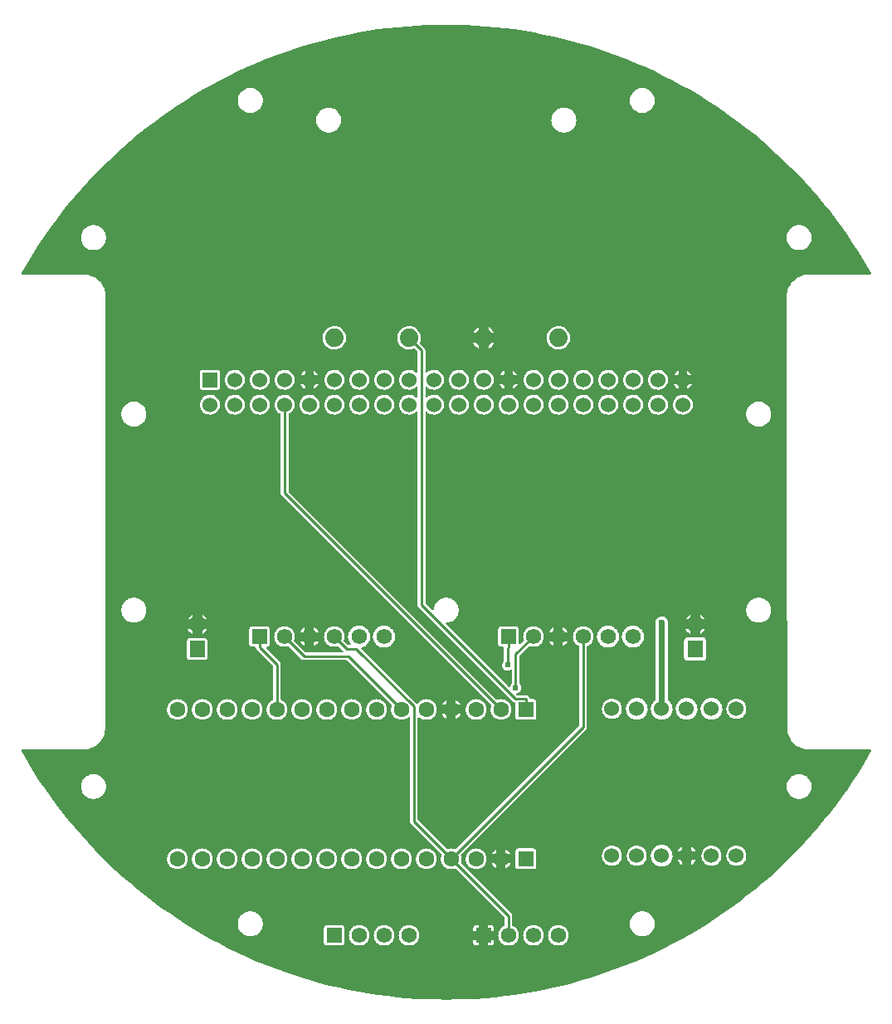
<source format=gtl>
G04 Layer: TopLayer*
G04 EasyEDA v6.5.51, 2025-09-10 15:25:43*
G04 7811fd6da6e84b80a6dd4c2e862b6bcc,8ef3a173406043228c96bdea823fb63d,10*
G04 Gerber Generator version 0.2*
G04 Scale: 100 percent, Rotated: No, Reflected: No *
G04 Dimensions in millimeters *
G04 leading zeros omitted , absolute positions ,4 integer and 5 decimal *
%FSLAX45Y45*%
%MOMM*%

%ADD10C,0.2540*%
%ADD11C,0.5800*%
%ADD12C,1.5240*%
%ADD13R,1.5240X1.5240*%
%ADD14C,1.8796*%
%ADD15C,1.6000*%
%ADD16R,1.6000X1.6000*%
%ADD17R,0.0189X1.6000*%
%ADD18R,1.5748X1.5748*%
%ADD19C,1.5748*%
%ADD20R,1.5748X1.7000*%
%ADD21C,1.7000*%
%ADD22C,0.6100*%

%LPD*%
G36*
X-101Y-4974082D02*
G01*
X-100330Y-4973066D01*
X-200558Y-4970018D01*
X-300634Y-4964988D01*
X-400659Y-4957927D01*
X-500481Y-4948834D01*
X-600100Y-4937760D01*
X-699516Y-4924653D01*
X-798576Y-4909566D01*
X-897382Y-4892446D01*
X-995781Y-4873396D01*
X-1093774Y-4852314D01*
X-1191361Y-4829302D01*
X-1288440Y-4804308D01*
X-1385011Y-4777384D01*
X-1480972Y-4748479D01*
X-1576374Y-4717694D01*
X-1671116Y-4684979D01*
X-1765198Y-4650333D01*
X-1858568Y-4613808D01*
X-1951177Y-4575403D01*
X-2042972Y-4535170D01*
X-2133955Y-4493056D01*
X-2224074Y-4449165D01*
X-2313279Y-4403445D01*
X-2401519Y-4355947D01*
X-2488844Y-4306671D01*
X-2575102Y-4255617D01*
X-2660345Y-4202836D01*
X-2744520Y-4148378D01*
X-2827528Y-4092244D01*
X-2909468Y-4034434D01*
X-2990138Y-3974998D01*
X-3069640Y-3913936D01*
X-3147923Y-3851249D01*
X-3224885Y-3787038D01*
X-3300526Y-3721303D01*
X-3374847Y-3653993D01*
X-3447796Y-3585260D01*
X-3519373Y-3515055D01*
X-3589477Y-3443427D01*
X-3658158Y-3370376D01*
X-3725316Y-3295954D01*
X-3791000Y-3220212D01*
X-3855110Y-3143199D01*
X-3917696Y-3064865D01*
X-3978656Y-2985262D01*
X-4037990Y-2904490D01*
X-4095699Y-2822549D01*
X-4151731Y-2739440D01*
X-4206138Y-2655214D01*
X-4258767Y-2569870D01*
X-4309719Y-2483561D01*
X-4335272Y-2438146D01*
X-4336491Y-2434132D01*
X-4336034Y-2429967D01*
X-4333900Y-2426309D01*
X-4330496Y-2423871D01*
X-4326382Y-2423007D01*
X-3696309Y-2423007D01*
X-3690518Y-2422296D01*
X-3681425Y-2421686D01*
X-3659682Y-2418334D01*
X-3641039Y-2413660D01*
X-3620109Y-2406345D01*
X-3599992Y-2396998D01*
X-3580942Y-2385720D01*
X-3563010Y-2372614D01*
X-3560775Y-2370785D01*
X-3544468Y-2355799D01*
X-3531514Y-2341524D01*
X-3518204Y-2323795D01*
X-3506673Y-2304846D01*
X-3505301Y-2302306D01*
X-3495954Y-2282190D01*
X-3489451Y-2264054D01*
X-3483356Y-2239721D01*
X-3480104Y-2218080D01*
X-3478682Y-2214219D01*
X-3477056Y-2211628D01*
X-3474872Y-2205888D01*
X-3474059Y-2199386D01*
X-3474059Y2199741D01*
X-3475075Y2220671D01*
X-3478174Y2242616D01*
X-3478733Y2245512D01*
X-3483406Y2264156D01*
X-3490772Y2285085D01*
X-3500120Y2305202D01*
X-3511397Y2324252D01*
X-3524453Y2342134D01*
X-3539236Y2358694D01*
X-3555593Y2373680D01*
X-3573272Y2386990D01*
X-3592220Y2398522D01*
X-3612235Y2408123D01*
X-3614928Y2409240D01*
X-3635806Y2416556D01*
X-3654501Y2421229D01*
X-3679291Y2424938D01*
X-3700221Y2425903D01*
X-4324756Y2425903D01*
X-4328871Y2426766D01*
X-4332274Y2429256D01*
X-4334408Y2432862D01*
X-4334865Y2437028D01*
X-4333595Y2441041D01*
X-4309618Y2483713D01*
X-4258665Y2570073D01*
X-4205986Y2655366D01*
X-4151629Y2739593D01*
X-4095597Y2822702D01*
X-4037888Y2904642D01*
X-3978503Y2985465D01*
X-3917543Y3065018D01*
X-3855008Y3143351D01*
X-3790848Y3220364D01*
X-3725214Y3296107D01*
X-3658006Y3370529D01*
X-3589324Y3443579D01*
X-3519220Y3515207D01*
X-3447643Y3585413D01*
X-3374694Y3654145D01*
X-3300374Y3721404D01*
X-3224733Y3787190D01*
X-3147720Y3851401D01*
X-3069488Y3914038D01*
X-2989986Y3975100D01*
X-2909265Y4034536D01*
X-2827375Y4092346D01*
X-2744317Y4148480D01*
X-2660192Y4202988D01*
X-2574950Y4255719D01*
X-2488641Y4306722D01*
X-2401366Y4355998D01*
X-2313076Y4403547D01*
X-2223871Y4449267D01*
X-2133752Y4493158D01*
X-2042769Y4535271D01*
X-1950974Y4575505D01*
X-1858365Y4613859D01*
X-1764995Y4650384D01*
X-1670913Y4685030D01*
X-1576171Y4717745D01*
X-1480769Y4748530D01*
X-1384808Y4777435D01*
X-1288237Y4804359D01*
X-1191158Y4829352D01*
X-1093571Y4852365D01*
X-995578Y4873447D01*
X-897178Y4892497D01*
X-798372Y4909566D01*
X-699312Y4924653D01*
X-599897Y4937760D01*
X-500278Y4948834D01*
X-400456Y4957927D01*
X-300431Y4964988D01*
X-200355Y4970018D01*
X-100126Y4973066D01*
X101Y4974082D01*
X100330Y4973066D01*
X200558Y4970018D01*
X300634Y4964988D01*
X400659Y4957927D01*
X500481Y4948834D01*
X600100Y4937760D01*
X699516Y4924653D01*
X798576Y4909566D01*
X897382Y4892446D01*
X995781Y4873396D01*
X1093774Y4852314D01*
X1191361Y4829302D01*
X1288440Y4804308D01*
X1385011Y4777384D01*
X1480972Y4748479D01*
X1576374Y4717694D01*
X1671116Y4684928D01*
X1765198Y4650333D01*
X1858568Y4613808D01*
X1951177Y4575403D01*
X2042972Y4535170D01*
X2133955Y4493056D01*
X2224074Y4449165D01*
X2313279Y4403445D01*
X2401519Y4355947D01*
X2488844Y4306620D01*
X2575102Y4255617D01*
X2660345Y4202836D01*
X2744520Y4148378D01*
X2827528Y4092244D01*
X2909417Y4034434D01*
X2990138Y3974998D01*
X3069640Y3913886D01*
X3147923Y3851249D01*
X3224885Y3787038D01*
X3300526Y3721303D01*
X3374847Y3653993D01*
X3447796Y3585260D01*
X3519373Y3515055D01*
X3589477Y3443427D01*
X3658158Y3370376D01*
X3725316Y3295954D01*
X3791000Y3220212D01*
X3855110Y3143199D01*
X3917696Y3064865D01*
X3978656Y2985262D01*
X4037990Y2904490D01*
X4095699Y2822549D01*
X4151731Y2739440D01*
X4206138Y2655214D01*
X4258767Y2569870D01*
X4309668Y2483561D01*
X4333595Y2441041D01*
X4334865Y2437028D01*
X4334408Y2432862D01*
X4332274Y2429256D01*
X4328871Y2426766D01*
X4324756Y2425903D01*
X3700221Y2425903D01*
X3679291Y2424938D01*
X3657346Y2421788D01*
X3654501Y2421229D01*
X3635806Y2416556D01*
X3614928Y2409240D01*
X3594811Y2399893D01*
X3592220Y2398522D01*
X3573272Y2386990D01*
X3555593Y2373680D01*
X3539236Y2358694D01*
X3524453Y2342134D01*
X3511397Y2324252D01*
X3500120Y2305202D01*
X3490772Y2285085D01*
X3483406Y2264156D01*
X3478733Y2245512D01*
X3475075Y2220671D01*
X3474059Y2199741D01*
X3474059Y0D01*
X3479292Y-2199640D01*
X3480257Y-2217775D01*
X3483406Y-2239721D01*
X3483965Y-2242566D01*
X3489451Y-2264054D01*
X3497072Y-2284882D01*
X3505301Y-2302306D01*
X3516579Y-2321356D01*
X3518204Y-2323795D01*
X3531514Y-2341524D01*
X3546500Y-2357831D01*
X3560775Y-2370785D01*
X3578504Y-2384094D01*
X3597452Y-2395626D01*
X3599992Y-2396998D01*
X3620109Y-2406345D01*
X3641039Y-2413660D01*
X3659682Y-2418334D01*
X3681476Y-2421686D01*
X3692042Y-2422499D01*
X3696309Y-2423007D01*
X4326382Y-2423007D01*
X4330496Y-2423871D01*
X4333900Y-2426309D01*
X4336034Y-2429967D01*
X4336491Y-2434132D01*
X4335272Y-2438146D01*
X4309618Y-2483713D01*
X4258665Y-2570073D01*
X4205986Y-2655366D01*
X4151629Y-2739593D01*
X4095597Y-2822702D01*
X4037888Y-2904642D01*
X3978503Y-2985465D01*
X3917543Y-3065018D01*
X3855008Y-3143351D01*
X3790848Y-3220364D01*
X3725214Y-3296107D01*
X3658006Y-3370529D01*
X3589324Y-3443579D01*
X3519220Y-3515207D01*
X3447643Y-3585413D01*
X3374694Y-3654145D01*
X3300374Y-3721404D01*
X3224733Y-3787190D01*
X3147720Y-3851401D01*
X3069488Y-3914038D01*
X2989986Y-3975100D01*
X2909265Y-4034536D01*
X2827375Y-4092346D01*
X2744317Y-4148531D01*
X2660192Y-4202988D01*
X2574950Y-4255719D01*
X2488641Y-4306773D01*
X2401366Y-4356049D01*
X2313076Y-4403547D01*
X2223871Y-4449267D01*
X2133752Y-4493158D01*
X2042769Y-4535271D01*
X1950974Y-4575505D01*
X1858365Y-4613910D01*
X1764995Y-4650384D01*
X1670913Y-4685030D01*
X1576171Y-4717745D01*
X1480769Y-4748530D01*
X1384808Y-4777435D01*
X1288237Y-4804359D01*
X1191158Y-4829352D01*
X1093571Y-4852365D01*
X995578Y-4873447D01*
X897178Y-4892497D01*
X798372Y-4909566D01*
X699312Y-4924704D01*
X599897Y-4937760D01*
X500278Y-4948885D01*
X400456Y-4957927D01*
X300431Y-4964988D01*
X200355Y-4970068D01*
X100126Y-4973066D01*
G37*

%LPC*%
G36*
X426720Y-4422648D02*
G01*
X459181Y-4422648D01*
X465480Y-4421936D01*
X470966Y-4420006D01*
X475843Y-4416958D01*
X479958Y-4412843D01*
X483006Y-4407966D01*
X484936Y-4402480D01*
X485648Y-4396181D01*
X485648Y-4363720D01*
X426720Y-4363720D01*
G37*
G36*
X302818Y-4422648D02*
G01*
X335280Y-4422648D01*
X335280Y-4363720D01*
X276352Y-4363720D01*
X276352Y-4396181D01*
X277063Y-4402480D01*
X278993Y-4407966D01*
X282041Y-4412843D01*
X286156Y-4416958D01*
X291033Y-4420006D01*
X296519Y-4421936D01*
G37*
G36*
X889000Y-4422648D02*
G01*
X902665Y-4421733D01*
X916076Y-4419041D01*
X929030Y-4414672D01*
X941324Y-4408627D01*
X952703Y-4401007D01*
X962964Y-4391964D01*
X972007Y-4381703D01*
X979627Y-4370324D01*
X985672Y-4358030D01*
X990041Y-4345076D01*
X992733Y-4331665D01*
X993648Y-4318000D01*
X992733Y-4304334D01*
X990041Y-4290923D01*
X985672Y-4277969D01*
X979627Y-4265676D01*
X972007Y-4254296D01*
X962964Y-4244035D01*
X952703Y-4234992D01*
X941324Y-4227372D01*
X929030Y-4221327D01*
X916076Y-4216958D01*
X902665Y-4214266D01*
X889000Y-4213352D01*
X875334Y-4214266D01*
X861923Y-4216958D01*
X848969Y-4221327D01*
X836676Y-4227372D01*
X825296Y-4234992D01*
X815035Y-4244035D01*
X805992Y-4254296D01*
X798372Y-4265676D01*
X792327Y-4277969D01*
X787958Y-4290923D01*
X785266Y-4304334D01*
X784352Y-4318000D01*
X785266Y-4331665D01*
X787958Y-4345076D01*
X792327Y-4358030D01*
X798372Y-4370324D01*
X805992Y-4381703D01*
X815035Y-4391964D01*
X825296Y-4401007D01*
X836676Y-4408627D01*
X848969Y-4414672D01*
X861923Y-4419041D01*
X875334Y-4421733D01*
G37*
G36*
X-889000Y-4422648D02*
G01*
X-875334Y-4421733D01*
X-861923Y-4419041D01*
X-848969Y-4414672D01*
X-836676Y-4408627D01*
X-825296Y-4401007D01*
X-815035Y-4391964D01*
X-805992Y-4381703D01*
X-798372Y-4370324D01*
X-792327Y-4358030D01*
X-787958Y-4345076D01*
X-785266Y-4331665D01*
X-784352Y-4318000D01*
X-785266Y-4304334D01*
X-787958Y-4290923D01*
X-792327Y-4277969D01*
X-798372Y-4265676D01*
X-805992Y-4254296D01*
X-815035Y-4244035D01*
X-825296Y-4234992D01*
X-836676Y-4227372D01*
X-848969Y-4221327D01*
X-861923Y-4216958D01*
X-875334Y-4214266D01*
X-889000Y-4213352D01*
X-902665Y-4214266D01*
X-916076Y-4216958D01*
X-929030Y-4221327D01*
X-941324Y-4227372D01*
X-952703Y-4234992D01*
X-962964Y-4244035D01*
X-972007Y-4254296D01*
X-979627Y-4265676D01*
X-985672Y-4277969D01*
X-990041Y-4290923D01*
X-992733Y-4304334D01*
X-993648Y-4318000D01*
X-992733Y-4331665D01*
X-990041Y-4345076D01*
X-985672Y-4358030D01*
X-979627Y-4370324D01*
X-972007Y-4381703D01*
X-962964Y-4391964D01*
X-952703Y-4401007D01*
X-941324Y-4408627D01*
X-929030Y-4414672D01*
X-916076Y-4419041D01*
X-902665Y-4421733D01*
G37*
G36*
X-381000Y-4422648D02*
G01*
X-367334Y-4421733D01*
X-353923Y-4419041D01*
X-340969Y-4414672D01*
X-328676Y-4408627D01*
X-317296Y-4401007D01*
X-307035Y-4391964D01*
X-297992Y-4381703D01*
X-290372Y-4370324D01*
X-284327Y-4358030D01*
X-279958Y-4345076D01*
X-277266Y-4331665D01*
X-276352Y-4318000D01*
X-277266Y-4304334D01*
X-279958Y-4290923D01*
X-284327Y-4277969D01*
X-290372Y-4265676D01*
X-297992Y-4254296D01*
X-307035Y-4244035D01*
X-317296Y-4234992D01*
X-328676Y-4227372D01*
X-340969Y-4221327D01*
X-353923Y-4216958D01*
X-367334Y-4214266D01*
X-381000Y-4213352D01*
X-394665Y-4214266D01*
X-408076Y-4216958D01*
X-421030Y-4221327D01*
X-433324Y-4227372D01*
X-444703Y-4234992D01*
X-454964Y-4244035D01*
X-464007Y-4254296D01*
X-471627Y-4265676D01*
X-477672Y-4277969D01*
X-482041Y-4290923D01*
X-484733Y-4304334D01*
X-485648Y-4318000D01*
X-484733Y-4331665D01*
X-482041Y-4345076D01*
X-477672Y-4358030D01*
X-471627Y-4370324D01*
X-464007Y-4381703D01*
X-454964Y-4391964D01*
X-444703Y-4401007D01*
X-433324Y-4408627D01*
X-421030Y-4414672D01*
X-408076Y-4419041D01*
X-394665Y-4421733D01*
G37*
G36*
X-635000Y-4422648D02*
G01*
X-621334Y-4421733D01*
X-607923Y-4419041D01*
X-594969Y-4414672D01*
X-582676Y-4408627D01*
X-571296Y-4401007D01*
X-561035Y-4391964D01*
X-551992Y-4381703D01*
X-544372Y-4370324D01*
X-538327Y-4358030D01*
X-533958Y-4345076D01*
X-531266Y-4331665D01*
X-530352Y-4318000D01*
X-531266Y-4304334D01*
X-533958Y-4290923D01*
X-538327Y-4277969D01*
X-544372Y-4265676D01*
X-551992Y-4254296D01*
X-561035Y-4244035D01*
X-571296Y-4234992D01*
X-582676Y-4227372D01*
X-594969Y-4221327D01*
X-607923Y-4216958D01*
X-621334Y-4214266D01*
X-635000Y-4213352D01*
X-648665Y-4214266D01*
X-662076Y-4216958D01*
X-675030Y-4221327D01*
X-687324Y-4227372D01*
X-698703Y-4234992D01*
X-708964Y-4244035D01*
X-718007Y-4254296D01*
X-725627Y-4265676D01*
X-731672Y-4277969D01*
X-736041Y-4290923D01*
X-738733Y-4304334D01*
X-739648Y-4318000D01*
X-738733Y-4331665D01*
X-736041Y-4345076D01*
X-731672Y-4358030D01*
X-725627Y-4370324D01*
X-718007Y-4381703D01*
X-708964Y-4391964D01*
X-698703Y-4401007D01*
X-687324Y-4408627D01*
X-675030Y-4414672D01*
X-662076Y-4419041D01*
X-648665Y-4421733D01*
G37*
G36*
X1143000Y-4422648D02*
G01*
X1156665Y-4421733D01*
X1170076Y-4419041D01*
X1183030Y-4414672D01*
X1195324Y-4408627D01*
X1206703Y-4401007D01*
X1216964Y-4391964D01*
X1226007Y-4381703D01*
X1233627Y-4370324D01*
X1239672Y-4358030D01*
X1244041Y-4345076D01*
X1246733Y-4331665D01*
X1247648Y-4318000D01*
X1246733Y-4304334D01*
X1244041Y-4290923D01*
X1239672Y-4277969D01*
X1233627Y-4265676D01*
X1226007Y-4254296D01*
X1216964Y-4244035D01*
X1206703Y-4234992D01*
X1195324Y-4227372D01*
X1183030Y-4221327D01*
X1170076Y-4216958D01*
X1156665Y-4214266D01*
X1143000Y-4213352D01*
X1129334Y-4214266D01*
X1115923Y-4216958D01*
X1102969Y-4221327D01*
X1090676Y-4227372D01*
X1079296Y-4234992D01*
X1069035Y-4244035D01*
X1059992Y-4254296D01*
X1052372Y-4265676D01*
X1046327Y-4277969D01*
X1041958Y-4290923D01*
X1039266Y-4304334D01*
X1038352Y-4318000D01*
X1039266Y-4331665D01*
X1041958Y-4345076D01*
X1046327Y-4358030D01*
X1052372Y-4370324D01*
X1059992Y-4381703D01*
X1069035Y-4391964D01*
X1079296Y-4401007D01*
X1090676Y-4408627D01*
X1102969Y-4414672D01*
X1115923Y-4419041D01*
X1129334Y-4421733D01*
G37*
G36*
X-1221181Y-4422648D02*
G01*
X-1064818Y-4422648D01*
X-1058519Y-4421936D01*
X-1053033Y-4420006D01*
X-1048156Y-4416958D01*
X-1044041Y-4412843D01*
X-1040993Y-4407966D01*
X-1039063Y-4402480D01*
X-1038352Y-4396181D01*
X-1038352Y-4239818D01*
X-1039063Y-4233519D01*
X-1040993Y-4228033D01*
X-1044041Y-4223156D01*
X-1048156Y-4219041D01*
X-1053033Y-4215993D01*
X-1058519Y-4214063D01*
X-1064818Y-4213352D01*
X-1221181Y-4213352D01*
X-1227480Y-4214063D01*
X-1232966Y-4215993D01*
X-1237843Y-4219041D01*
X-1241958Y-4223156D01*
X-1245006Y-4228033D01*
X-1246936Y-4233519D01*
X-1247648Y-4239818D01*
X-1247648Y-4396181D01*
X-1246936Y-4402480D01*
X-1245006Y-4407966D01*
X-1241958Y-4412843D01*
X-1237843Y-4416958D01*
X-1232966Y-4420006D01*
X-1227480Y-4421936D01*
G37*
G36*
X635000Y-4422648D02*
G01*
X648665Y-4421733D01*
X662076Y-4419041D01*
X675030Y-4414672D01*
X687324Y-4408627D01*
X698703Y-4401007D01*
X708964Y-4391964D01*
X718007Y-4381703D01*
X725627Y-4370324D01*
X731672Y-4358030D01*
X736041Y-4345076D01*
X738733Y-4331665D01*
X739648Y-4318000D01*
X738733Y-4304334D01*
X736041Y-4290923D01*
X731672Y-4277969D01*
X725627Y-4265676D01*
X718007Y-4254296D01*
X708964Y-4244035D01*
X698703Y-4234992D01*
X687324Y-4227372D01*
X679246Y-4223410D01*
X676249Y-4221175D01*
X674268Y-4217974D01*
X673608Y-4214317D01*
X673608Y-4122216D01*
X672795Y-4114190D01*
X670610Y-4106976D01*
X667054Y-4100322D01*
X661924Y-4094073D01*
X152400Y-3584498D01*
X150266Y-3581400D01*
X149402Y-3577742D01*
X149961Y-3574034D01*
X153009Y-3564991D01*
X155702Y-3551377D01*
X156616Y-3537559D01*
X155702Y-3523742D01*
X153009Y-3510178D01*
X149910Y-3501034D01*
X149402Y-3497326D01*
X150215Y-3493668D01*
X152349Y-3490569D01*
X1423924Y-2218994D01*
X1429054Y-2212746D01*
X1432610Y-2206091D01*
X1434795Y-2198827D01*
X1435608Y-2190800D01*
X1435608Y-1373682D01*
X1436268Y-1370025D01*
X1438249Y-1366824D01*
X1441246Y-1364589D01*
X1449324Y-1360627D01*
X1460703Y-1353007D01*
X1470964Y-1343964D01*
X1480007Y-1333703D01*
X1487627Y-1322324D01*
X1493672Y-1310030D01*
X1498041Y-1297076D01*
X1500733Y-1283665D01*
X1501648Y-1270000D01*
X1500733Y-1256334D01*
X1498041Y-1242923D01*
X1493672Y-1229969D01*
X1487627Y-1217676D01*
X1480007Y-1206296D01*
X1470964Y-1196035D01*
X1460703Y-1186992D01*
X1449324Y-1179372D01*
X1437030Y-1173327D01*
X1424076Y-1168958D01*
X1410665Y-1166266D01*
X1397000Y-1165352D01*
X1383334Y-1166266D01*
X1369923Y-1168958D01*
X1356969Y-1173327D01*
X1344676Y-1179372D01*
X1333296Y-1186992D01*
X1323035Y-1196035D01*
X1313992Y-1206296D01*
X1306372Y-1217676D01*
X1300327Y-1229969D01*
X1295958Y-1242923D01*
X1293266Y-1256334D01*
X1292352Y-1270000D01*
X1293266Y-1283665D01*
X1295958Y-1297076D01*
X1300327Y-1310030D01*
X1306372Y-1322324D01*
X1313992Y-1333703D01*
X1323035Y-1343964D01*
X1333296Y-1353007D01*
X1344676Y-1360627D01*
X1352702Y-1364589D01*
X1355699Y-1366824D01*
X1357680Y-1369974D01*
X1358392Y-1373682D01*
X1358392Y-2171141D01*
X1357630Y-2175002D01*
X1355394Y-2178304D01*
X97739Y-3435959D01*
X94640Y-3438093D01*
X90982Y-3438906D01*
X87274Y-3438398D01*
X78130Y-3435299D01*
X64566Y-3432606D01*
X50749Y-3431692D01*
X36931Y-3432606D01*
X23317Y-3435299D01*
X14274Y-3438398D01*
X10566Y-3438906D01*
X6908Y-3438042D01*
X3810Y-3435959D01*
X-288645Y-3143504D01*
X-290830Y-3140202D01*
X-291592Y-3136341D01*
X-291592Y-2098954D01*
X-290880Y-2095195D01*
X-288798Y-2091943D01*
X-285648Y-2089708D01*
X-281889Y-2088794D01*
X-278079Y-2089353D01*
X-274726Y-2091334D01*
X-267614Y-2097582D01*
X-256082Y-2105253D01*
X-243687Y-2111400D01*
X-230581Y-2115870D01*
X-216966Y-2118563D01*
X-203149Y-2119477D01*
X-189331Y-2118563D01*
X-175768Y-2115870D01*
X-162610Y-2111400D01*
X-150215Y-2105253D01*
X-138684Y-2097582D01*
X-128270Y-2088438D01*
X-119126Y-2078024D01*
X-111455Y-2066493D01*
X-105308Y-2054098D01*
X-100888Y-2040991D01*
X-98196Y-2027377D01*
X-97282Y-2013559D01*
X-98196Y-1999742D01*
X-100888Y-1986178D01*
X-105308Y-1973072D01*
X-111455Y-1960625D01*
X-119126Y-1949094D01*
X-128270Y-1938680D01*
X-138684Y-1929587D01*
X-150215Y-1921865D01*
X-162610Y-1915769D01*
X-175768Y-1911299D01*
X-189331Y-1908606D01*
X-203149Y-1907692D01*
X-216966Y-1908606D01*
X-230581Y-1911299D01*
X-243687Y-1915769D01*
X-256082Y-1921865D01*
X-267614Y-1929587D01*
X-278028Y-1938680D01*
X-287172Y-1949094D01*
X-289560Y-1952701D01*
X-292760Y-1955749D01*
X-296976Y-1957120D01*
X-301396Y-1956612D01*
X-305155Y-1954225D01*
X-863346Y-1396034D01*
X-865682Y-1392377D01*
X-866343Y-1388160D01*
X-865124Y-1383995D01*
X-862330Y-1380744D01*
X-858469Y-1378915D01*
X-856792Y-1378559D01*
X-843178Y-1373530D01*
X-830326Y-1366824D01*
X-818388Y-1358544D01*
X-807669Y-1348790D01*
X-798271Y-1337716D01*
X-790346Y-1325575D01*
X-784047Y-1312468D01*
X-779475Y-1298702D01*
X-776681Y-1284478D01*
X-775766Y-1270000D01*
X-776681Y-1255522D01*
X-779475Y-1241298D01*
X-784047Y-1227531D01*
X-790346Y-1214424D01*
X-798271Y-1202283D01*
X-807669Y-1191209D01*
X-818388Y-1181455D01*
X-830326Y-1173175D01*
X-843178Y-1166469D01*
X-856792Y-1161440D01*
X-870915Y-1158240D01*
X-885393Y-1156817D01*
X-899871Y-1157274D01*
X-914196Y-1159611D01*
X-928116Y-1163726D01*
X-941374Y-1169619D01*
X-953769Y-1177137D01*
X-965098Y-1186180D01*
X-975207Y-1196594D01*
X-983894Y-1208227D01*
X-991006Y-1220876D01*
X-996442Y-1234338D01*
X-1000150Y-1248359D01*
X-1001979Y-1262735D01*
X-1001979Y-1277264D01*
X-1000150Y-1291640D01*
X-996442Y-1305661D01*
X-991006Y-1319123D01*
X-983894Y-1331772D01*
X-977239Y-1340713D01*
X-975410Y-1344777D01*
X-975512Y-1349197D01*
X-977493Y-1353210D01*
X-981049Y-1355953D01*
X-985367Y-1356918D01*
X-997305Y-1356918D01*
X-1001166Y-1356156D01*
X-1004468Y-1353972D01*
X-1042365Y-1316024D01*
X-1044498Y-1312926D01*
X-1045362Y-1309268D01*
X-1044803Y-1305560D01*
X-1041958Y-1297076D01*
X-1039266Y-1283665D01*
X-1038352Y-1270000D01*
X-1039266Y-1256334D01*
X-1041958Y-1242923D01*
X-1046327Y-1229969D01*
X-1052372Y-1217676D01*
X-1059992Y-1206296D01*
X-1069035Y-1196035D01*
X-1079296Y-1186992D01*
X-1090676Y-1179372D01*
X-1102969Y-1173327D01*
X-1115923Y-1168958D01*
X-1129334Y-1166266D01*
X-1143000Y-1165352D01*
X-1156665Y-1166266D01*
X-1170076Y-1168958D01*
X-1183030Y-1173327D01*
X-1195324Y-1179372D01*
X-1206703Y-1186992D01*
X-1216964Y-1196035D01*
X-1226007Y-1206296D01*
X-1233627Y-1217676D01*
X-1239672Y-1229969D01*
X-1244041Y-1242923D01*
X-1246733Y-1256334D01*
X-1247648Y-1270000D01*
X-1246733Y-1283665D01*
X-1244041Y-1297076D01*
X-1239672Y-1310030D01*
X-1233627Y-1322324D01*
X-1226007Y-1333703D01*
X-1216964Y-1343964D01*
X-1206703Y-1353007D01*
X-1195324Y-1360627D01*
X-1183030Y-1366672D01*
X-1170076Y-1371041D01*
X-1156665Y-1373733D01*
X-1143000Y-1374648D01*
X-1129334Y-1373733D01*
X-1115923Y-1371041D01*
X-1107440Y-1368196D01*
X-1103731Y-1367637D01*
X-1100074Y-1368501D01*
X-1096975Y-1370634D01*
X-1052576Y-1415034D01*
X-1050391Y-1418336D01*
X-1049629Y-1422196D01*
X-1050391Y-1426108D01*
X-1052576Y-1429410D01*
X-1055878Y-1431594D01*
X-1059789Y-1432356D01*
X-1429867Y-1432356D01*
X-1433728Y-1431594D01*
X-1437030Y-1429410D01*
X-1550365Y-1316024D01*
X-1552498Y-1312926D01*
X-1553362Y-1309268D01*
X-1552803Y-1305560D01*
X-1549958Y-1297076D01*
X-1547266Y-1283665D01*
X-1546352Y-1270000D01*
X-1547266Y-1256334D01*
X-1549958Y-1242923D01*
X-1554327Y-1229969D01*
X-1560372Y-1217676D01*
X-1567992Y-1206296D01*
X-1577035Y-1196035D01*
X-1587296Y-1186992D01*
X-1598676Y-1179372D01*
X-1610969Y-1173327D01*
X-1623923Y-1168958D01*
X-1637334Y-1166266D01*
X-1651000Y-1165352D01*
X-1664665Y-1166266D01*
X-1678076Y-1168958D01*
X-1691030Y-1173327D01*
X-1703324Y-1179372D01*
X-1714703Y-1186992D01*
X-1724964Y-1196035D01*
X-1734007Y-1206296D01*
X-1741627Y-1217676D01*
X-1747672Y-1229969D01*
X-1752041Y-1242923D01*
X-1754733Y-1256334D01*
X-1755648Y-1270000D01*
X-1754733Y-1283665D01*
X-1752041Y-1297076D01*
X-1747672Y-1310030D01*
X-1741627Y-1322324D01*
X-1734007Y-1333703D01*
X-1724964Y-1343964D01*
X-1714703Y-1353007D01*
X-1703324Y-1360627D01*
X-1691030Y-1366672D01*
X-1678076Y-1371041D01*
X-1664665Y-1373733D01*
X-1651000Y-1374648D01*
X-1637334Y-1373733D01*
X-1623923Y-1371041D01*
X-1615440Y-1368196D01*
X-1611731Y-1367637D01*
X-1608074Y-1368501D01*
X-1604975Y-1370634D01*
X-1477721Y-1497939D01*
X-1471472Y-1503019D01*
X-1464818Y-1506575D01*
X-1457553Y-1508810D01*
X-1449527Y-1509572D01*
X-1019962Y-1509572D01*
X-1016050Y-1510334D01*
X-1012748Y-1512570D01*
X-558800Y-1966518D01*
X-556717Y-1969617D01*
X-555853Y-1973275D01*
X-556361Y-1976983D01*
X-559460Y-1986127D01*
X-562203Y-1999691D01*
X-563067Y-2013508D01*
X-562203Y-2027326D01*
X-559460Y-2040940D01*
X-555040Y-2054047D01*
X-548894Y-2066442D01*
X-541223Y-2077974D01*
X-532079Y-2088388D01*
X-521665Y-2097532D01*
X-510133Y-2105202D01*
X-497738Y-2111349D01*
X-484632Y-2115820D01*
X-471017Y-2118512D01*
X-457200Y-2119426D01*
X-443382Y-2118512D01*
X-429818Y-2115820D01*
X-416661Y-2111349D01*
X-404266Y-2105202D01*
X-392734Y-2097532D01*
X-385673Y-2091334D01*
X-382371Y-2089404D01*
X-378510Y-2088845D01*
X-374802Y-2089708D01*
X-371652Y-2091943D01*
X-369570Y-2095195D01*
X-368808Y-2098954D01*
X-368808Y-3156000D01*
X-368046Y-3164027D01*
X-365810Y-3171291D01*
X-362254Y-3177946D01*
X-357174Y-3184194D01*
X-50850Y-3490468D01*
X-48717Y-3493566D01*
X-47853Y-3497224D01*
X-48412Y-3500932D01*
X-51511Y-3510178D01*
X-54254Y-3523742D01*
X-55168Y-3537559D01*
X-54254Y-3551377D01*
X-51511Y-3564991D01*
X-47091Y-3578098D01*
X-40944Y-3590493D01*
X-33274Y-3602024D01*
X-24130Y-3612438D01*
X-13716Y-3621582D01*
X-2184Y-3629253D01*
X10210Y-3635400D01*
X23317Y-3639870D01*
X36931Y-3642563D01*
X50749Y-3643477D01*
X64566Y-3642563D01*
X78130Y-3639870D01*
X87376Y-3636721D01*
X91084Y-3636213D01*
X94742Y-3637026D01*
X97840Y-3639159D01*
X593394Y-4134713D01*
X595630Y-4138015D01*
X596392Y-4141927D01*
X596392Y-4214317D01*
X595680Y-4218025D01*
X593699Y-4221175D01*
X590702Y-4223410D01*
X582676Y-4227372D01*
X571296Y-4234992D01*
X561035Y-4244035D01*
X551992Y-4254296D01*
X544372Y-4265676D01*
X538327Y-4277969D01*
X533958Y-4290923D01*
X531266Y-4304334D01*
X530352Y-4318000D01*
X531266Y-4331665D01*
X533958Y-4345076D01*
X538327Y-4358030D01*
X544372Y-4370324D01*
X551992Y-4381703D01*
X561035Y-4391964D01*
X571296Y-4401007D01*
X582676Y-4408627D01*
X594969Y-4414672D01*
X607923Y-4419041D01*
X621334Y-4421733D01*
G37*
G36*
X1999996Y-4327499D02*
G01*
X2015388Y-4326534D01*
X2030526Y-4323791D01*
X2045207Y-4319219D01*
X2059228Y-4312869D01*
X2072436Y-4304893D01*
X2084527Y-4295394D01*
X2095398Y-4284522D01*
X2104898Y-4272432D01*
X2112873Y-4259224D01*
X2119223Y-4245203D01*
X2123795Y-4230522D01*
X2126538Y-4215384D01*
X2127504Y-4199991D01*
X2126538Y-4184599D01*
X2123795Y-4169460D01*
X2119223Y-4154779D01*
X2112873Y-4140758D01*
X2104898Y-4127550D01*
X2095398Y-4115460D01*
X2084527Y-4104589D01*
X2072436Y-4095089D01*
X2059228Y-4087114D01*
X2045207Y-4080764D01*
X2030526Y-4076192D01*
X2015388Y-4073448D01*
X1999996Y-4072483D01*
X1984603Y-4073448D01*
X1969465Y-4076192D01*
X1954784Y-4080764D01*
X1940763Y-4087114D01*
X1927555Y-4095089D01*
X1915464Y-4104589D01*
X1904593Y-4115460D01*
X1895093Y-4127550D01*
X1887118Y-4140758D01*
X1880768Y-4154779D01*
X1876196Y-4169460D01*
X1873453Y-4184599D01*
X1872488Y-4199991D01*
X1873453Y-4215384D01*
X1876196Y-4230522D01*
X1880768Y-4245203D01*
X1887118Y-4259224D01*
X1895093Y-4272432D01*
X1904593Y-4284522D01*
X1915464Y-4295394D01*
X1927555Y-4304893D01*
X1940763Y-4312869D01*
X1954784Y-4319219D01*
X1969465Y-4323791D01*
X1984603Y-4326534D01*
G37*
G36*
X-1999996Y-4327499D02*
G01*
X-1984603Y-4326534D01*
X-1969465Y-4323791D01*
X-1954784Y-4319219D01*
X-1940763Y-4312869D01*
X-1927555Y-4304893D01*
X-1915464Y-4295394D01*
X-1904593Y-4284522D01*
X-1895093Y-4272432D01*
X-1887118Y-4259224D01*
X-1880768Y-4245203D01*
X-1876196Y-4230522D01*
X-1873453Y-4215384D01*
X-1872488Y-4199991D01*
X-1873453Y-4184599D01*
X-1876196Y-4169460D01*
X-1880768Y-4154779D01*
X-1887118Y-4140758D01*
X-1895093Y-4127550D01*
X-1904593Y-4115460D01*
X-1915464Y-4104589D01*
X-1927555Y-4095089D01*
X-1940763Y-4087114D01*
X-1954784Y-4080764D01*
X-1969465Y-4076192D01*
X-1984603Y-4073448D01*
X-1999996Y-4072483D01*
X-2015388Y-4073448D01*
X-2030526Y-4076192D01*
X-2045207Y-4080764D01*
X-2059228Y-4087114D01*
X-2072436Y-4095089D01*
X-2084527Y-4104589D01*
X-2095398Y-4115460D01*
X-2104898Y-4127550D01*
X-2112873Y-4140758D01*
X-2119223Y-4154779D01*
X-2123795Y-4169460D01*
X-2126538Y-4184599D01*
X-2127504Y-4199991D01*
X-2126538Y-4215384D01*
X-2123795Y-4230522D01*
X-2119223Y-4245203D01*
X-2112873Y-4259224D01*
X-2104898Y-4272432D01*
X-2095398Y-4284522D01*
X-2084527Y-4295394D01*
X-2072436Y-4304893D01*
X-2059228Y-4312869D01*
X-2045207Y-4319219D01*
X-2030526Y-4323791D01*
X-2015388Y-4326534D01*
G37*
G36*
X276352Y-4272280D02*
G01*
X335280Y-4272280D01*
X335280Y-4213352D01*
X302818Y-4213352D01*
X296519Y-4214063D01*
X291033Y-4215993D01*
X286156Y-4219041D01*
X282041Y-4223156D01*
X278993Y-4228033D01*
X277063Y-4233519D01*
X276352Y-4239818D01*
G37*
G36*
X426720Y-4272280D02*
G01*
X485648Y-4272280D01*
X485648Y-4239818D01*
X484936Y-4233519D01*
X483006Y-4228033D01*
X479958Y-4223156D01*
X475843Y-4219041D01*
X470966Y-4215993D01*
X465480Y-4214063D01*
X459181Y-4213352D01*
X426720Y-4213352D01*
G37*
G36*
X-1473250Y-3643477D02*
G01*
X-1459433Y-3642563D01*
X-1445869Y-3639870D01*
X-1432712Y-3635400D01*
X-1420317Y-3629253D01*
X-1408785Y-3621582D01*
X-1398371Y-3612438D01*
X-1389227Y-3602024D01*
X-1381556Y-3590493D01*
X-1375410Y-3578098D01*
X-1370990Y-3564991D01*
X-1368298Y-3551377D01*
X-1367383Y-3537559D01*
X-1368298Y-3523742D01*
X-1370990Y-3510178D01*
X-1375410Y-3497072D01*
X-1381556Y-3484626D01*
X-1389227Y-3473094D01*
X-1398371Y-3462680D01*
X-1408785Y-3453587D01*
X-1420317Y-3445865D01*
X-1432712Y-3439769D01*
X-1445869Y-3435299D01*
X-1459433Y-3432606D01*
X-1473250Y-3431692D01*
X-1487068Y-3432606D01*
X-1500682Y-3435299D01*
X-1513789Y-3439769D01*
X-1526184Y-3445865D01*
X-1537716Y-3453587D01*
X-1548130Y-3462680D01*
X-1557274Y-3473094D01*
X-1564944Y-3484626D01*
X-1571091Y-3497072D01*
X-1575511Y-3510178D01*
X-1578254Y-3523742D01*
X-1579118Y-3537559D01*
X-1578254Y-3551377D01*
X-1575511Y-3564991D01*
X-1571091Y-3578098D01*
X-1564944Y-3590493D01*
X-1557274Y-3602024D01*
X-1548130Y-3612438D01*
X-1537716Y-3621582D01*
X-1526184Y-3629253D01*
X-1513789Y-3635400D01*
X-1500682Y-3639870D01*
X-1487068Y-3642563D01*
G37*
G36*
X-457250Y-3643477D02*
G01*
X-443433Y-3642563D01*
X-429869Y-3639870D01*
X-416712Y-3635400D01*
X-404317Y-3629253D01*
X-392785Y-3621582D01*
X-382371Y-3612438D01*
X-373227Y-3602024D01*
X-365556Y-3590493D01*
X-359410Y-3578098D01*
X-354990Y-3564991D01*
X-352298Y-3551377D01*
X-351383Y-3537559D01*
X-352298Y-3523742D01*
X-354990Y-3510178D01*
X-359410Y-3497072D01*
X-365556Y-3484626D01*
X-373227Y-3473094D01*
X-382371Y-3462680D01*
X-392785Y-3453587D01*
X-404317Y-3445865D01*
X-416712Y-3439769D01*
X-429869Y-3435299D01*
X-443433Y-3432606D01*
X-457250Y-3431692D01*
X-471068Y-3432606D01*
X-484682Y-3435299D01*
X-497789Y-3439769D01*
X-510184Y-3445865D01*
X-521716Y-3453587D01*
X-532130Y-3462680D01*
X-541274Y-3473094D01*
X-548944Y-3484626D01*
X-555091Y-3497072D01*
X-559511Y-3510178D01*
X-562254Y-3523742D01*
X-563118Y-3537559D01*
X-562254Y-3551377D01*
X-559511Y-3564991D01*
X-555091Y-3578098D01*
X-548944Y-3590493D01*
X-541274Y-3602024D01*
X-532130Y-3612438D01*
X-521716Y-3621582D01*
X-510184Y-3629253D01*
X-497789Y-3635400D01*
X-484682Y-3639870D01*
X-471068Y-3642563D01*
G37*
G36*
X-1981250Y-3643477D02*
G01*
X-1967433Y-3642563D01*
X-1953869Y-3639870D01*
X-1940712Y-3635400D01*
X-1928317Y-3629253D01*
X-1916785Y-3621582D01*
X-1906371Y-3612438D01*
X-1897227Y-3602024D01*
X-1889556Y-3590493D01*
X-1883410Y-3578098D01*
X-1878990Y-3564991D01*
X-1876298Y-3551377D01*
X-1875383Y-3537559D01*
X-1876298Y-3523742D01*
X-1878990Y-3510178D01*
X-1883410Y-3497072D01*
X-1889556Y-3484626D01*
X-1897227Y-3473094D01*
X-1906371Y-3462680D01*
X-1916785Y-3453587D01*
X-1928317Y-3445865D01*
X-1940712Y-3439769D01*
X-1953869Y-3435299D01*
X-1967433Y-3432606D01*
X-1981250Y-3431692D01*
X-1995068Y-3432606D01*
X-2008682Y-3435299D01*
X-2021789Y-3439769D01*
X-2034184Y-3445865D01*
X-2045716Y-3453587D01*
X-2056130Y-3462680D01*
X-2065274Y-3473094D01*
X-2072944Y-3484626D01*
X-2079091Y-3497072D01*
X-2083511Y-3510178D01*
X-2086254Y-3523742D01*
X-2087118Y-3537559D01*
X-2086254Y-3551377D01*
X-2083511Y-3564991D01*
X-2079091Y-3578098D01*
X-2072944Y-3590493D01*
X-2065274Y-3602024D01*
X-2056130Y-3612438D01*
X-2045716Y-3621582D01*
X-2034184Y-3629253D01*
X-2021789Y-3635400D01*
X-2008682Y-3639870D01*
X-1995068Y-3642563D01*
G37*
G36*
X-965250Y-3643477D02*
G01*
X-951433Y-3642563D01*
X-937869Y-3639870D01*
X-924712Y-3635400D01*
X-912317Y-3629253D01*
X-900785Y-3621582D01*
X-890371Y-3612438D01*
X-881227Y-3602024D01*
X-873556Y-3590493D01*
X-867410Y-3578098D01*
X-862990Y-3564991D01*
X-860298Y-3551377D01*
X-859383Y-3537559D01*
X-860298Y-3523742D01*
X-862990Y-3510178D01*
X-867410Y-3497072D01*
X-873556Y-3484626D01*
X-881227Y-3473094D01*
X-890371Y-3462680D01*
X-900785Y-3453587D01*
X-912317Y-3445865D01*
X-924712Y-3439769D01*
X-937869Y-3435299D01*
X-951433Y-3432606D01*
X-965250Y-3431692D01*
X-979068Y-3432606D01*
X-992682Y-3435299D01*
X-1005789Y-3439769D01*
X-1018184Y-3445865D01*
X-1029716Y-3453587D01*
X-1040130Y-3462680D01*
X-1049274Y-3473094D01*
X-1056944Y-3484626D01*
X-1063091Y-3497072D01*
X-1067511Y-3510178D01*
X-1070254Y-3523742D01*
X-1071118Y-3537559D01*
X-1070254Y-3551377D01*
X-1067511Y-3564991D01*
X-1063091Y-3578098D01*
X-1056944Y-3590493D01*
X-1049274Y-3602024D01*
X-1040130Y-3612438D01*
X-1029716Y-3621582D01*
X-1018184Y-3629253D01*
X-1005789Y-3635400D01*
X-992682Y-3639870D01*
X-979068Y-3642563D01*
G37*
G36*
X-2489250Y-3643477D02*
G01*
X-2475433Y-3642563D01*
X-2461869Y-3639870D01*
X-2448712Y-3635400D01*
X-2436317Y-3629253D01*
X-2424785Y-3621582D01*
X-2414371Y-3612438D01*
X-2405227Y-3602024D01*
X-2397556Y-3590493D01*
X-2391410Y-3578098D01*
X-2386990Y-3564991D01*
X-2384298Y-3551377D01*
X-2383383Y-3537559D01*
X-2384298Y-3523742D01*
X-2386990Y-3510178D01*
X-2391410Y-3497072D01*
X-2397556Y-3484626D01*
X-2405227Y-3473094D01*
X-2414371Y-3462680D01*
X-2424785Y-3453587D01*
X-2436317Y-3445865D01*
X-2448712Y-3439769D01*
X-2461869Y-3435299D01*
X-2475433Y-3432606D01*
X-2489250Y-3431692D01*
X-2503068Y-3432606D01*
X-2516682Y-3435299D01*
X-2529789Y-3439769D01*
X-2542184Y-3445865D01*
X-2553716Y-3453587D01*
X-2564130Y-3462680D01*
X-2573274Y-3473094D01*
X-2580944Y-3484626D01*
X-2587091Y-3497072D01*
X-2591511Y-3510178D01*
X-2594254Y-3523742D01*
X-2595118Y-3537559D01*
X-2594254Y-3551377D01*
X-2591511Y-3564991D01*
X-2587091Y-3578098D01*
X-2580944Y-3590493D01*
X-2573274Y-3602024D01*
X-2564130Y-3612438D01*
X-2553716Y-3621582D01*
X-2542184Y-3629253D01*
X-2529789Y-3635400D01*
X-2516682Y-3639870D01*
X-2503068Y-3642563D01*
G37*
G36*
X304800Y-3643426D02*
G01*
X318617Y-3642512D01*
X332181Y-3639820D01*
X345287Y-3635349D01*
X357733Y-3629202D01*
X369265Y-3621532D01*
X379679Y-3612387D01*
X388772Y-3601974D01*
X396494Y-3590442D01*
X402640Y-3578047D01*
X407060Y-3564940D01*
X409752Y-3551326D01*
X410667Y-3537508D01*
X409752Y-3523691D01*
X407060Y-3510127D01*
X402640Y-3497021D01*
X396494Y-3484575D01*
X388772Y-3473043D01*
X379679Y-3462629D01*
X369265Y-3453536D01*
X357733Y-3445814D01*
X345287Y-3439718D01*
X332181Y-3435248D01*
X318617Y-3432556D01*
X304800Y-3431641D01*
X290982Y-3432556D01*
X277368Y-3435248D01*
X264261Y-3439718D01*
X251866Y-3445814D01*
X240334Y-3453536D01*
X229920Y-3462629D01*
X220776Y-3473043D01*
X213106Y-3484575D01*
X206959Y-3497021D01*
X202488Y-3510127D01*
X199796Y-3523691D01*
X198882Y-3537508D01*
X199796Y-3551326D01*
X202488Y-3564940D01*
X206959Y-3578047D01*
X213106Y-3590442D01*
X220776Y-3601974D01*
X229920Y-3612387D01*
X240334Y-3621532D01*
X251866Y-3629202D01*
X264261Y-3635349D01*
X277368Y-3639820D01*
X290982Y-3642512D01*
G37*
G36*
X-1727200Y-3643426D02*
G01*
X-1713382Y-3642512D01*
X-1699818Y-3639820D01*
X-1686661Y-3635349D01*
X-1674266Y-3629202D01*
X-1662734Y-3621532D01*
X-1652320Y-3612387D01*
X-1643227Y-3601974D01*
X-1635506Y-3590442D01*
X-1629359Y-3578047D01*
X-1624939Y-3564940D01*
X-1622247Y-3551326D01*
X-1621332Y-3537508D01*
X-1622247Y-3523691D01*
X-1624939Y-3510127D01*
X-1629359Y-3497021D01*
X-1635506Y-3484575D01*
X-1643227Y-3473043D01*
X-1652320Y-3462629D01*
X-1662734Y-3453536D01*
X-1674266Y-3445814D01*
X-1686661Y-3439718D01*
X-1699818Y-3435248D01*
X-1713382Y-3432556D01*
X-1727200Y-3431641D01*
X-1741017Y-3432556D01*
X-1754632Y-3435248D01*
X-1767738Y-3439718D01*
X-1780133Y-3445814D01*
X-1791665Y-3453536D01*
X-1802079Y-3462629D01*
X-1811223Y-3473043D01*
X-1818893Y-3484575D01*
X-1825040Y-3497021D01*
X-1829460Y-3510127D01*
X-1832203Y-3523691D01*
X-1833118Y-3537508D01*
X-1832203Y-3551326D01*
X-1829460Y-3564940D01*
X-1825040Y-3578047D01*
X-1818893Y-3590442D01*
X-1811223Y-3601974D01*
X-1802079Y-3612387D01*
X-1791665Y-3621532D01*
X-1780133Y-3629202D01*
X-1767738Y-3635349D01*
X-1754632Y-3639820D01*
X-1741017Y-3642512D01*
G37*
G36*
X-203200Y-3643426D02*
G01*
X-189382Y-3642512D01*
X-175818Y-3639820D01*
X-162661Y-3635349D01*
X-150266Y-3629202D01*
X-138734Y-3621532D01*
X-128320Y-3612387D01*
X-119227Y-3601974D01*
X-111506Y-3590442D01*
X-105359Y-3578047D01*
X-100939Y-3564940D01*
X-98247Y-3551326D01*
X-97332Y-3537508D01*
X-98247Y-3523691D01*
X-100939Y-3510127D01*
X-105359Y-3497021D01*
X-111506Y-3484575D01*
X-119227Y-3473043D01*
X-128320Y-3462629D01*
X-138734Y-3453536D01*
X-150266Y-3445814D01*
X-162661Y-3439718D01*
X-175818Y-3435248D01*
X-189382Y-3432556D01*
X-203200Y-3431641D01*
X-217017Y-3432556D01*
X-230632Y-3435248D01*
X-243738Y-3439718D01*
X-256133Y-3445814D01*
X-267665Y-3453536D01*
X-278079Y-3462629D01*
X-287223Y-3473043D01*
X-294894Y-3484575D01*
X-301040Y-3497021D01*
X-305460Y-3510127D01*
X-308203Y-3523691D01*
X-309118Y-3537508D01*
X-308203Y-3551326D01*
X-305460Y-3564940D01*
X-301040Y-3578047D01*
X-294894Y-3590442D01*
X-287223Y-3601974D01*
X-278079Y-3612387D01*
X-267665Y-3621532D01*
X-256133Y-3629202D01*
X-243738Y-3635349D01*
X-230632Y-3639820D01*
X-217017Y-3642512D01*
G37*
G36*
X-1219200Y-3643426D02*
G01*
X-1205382Y-3642512D01*
X-1191818Y-3639820D01*
X-1178661Y-3635349D01*
X-1166266Y-3629202D01*
X-1154734Y-3621532D01*
X-1144320Y-3612387D01*
X-1135227Y-3601974D01*
X-1127506Y-3590442D01*
X-1121359Y-3578047D01*
X-1116939Y-3564940D01*
X-1114247Y-3551326D01*
X-1113332Y-3537508D01*
X-1114247Y-3523691D01*
X-1116939Y-3510127D01*
X-1121359Y-3497021D01*
X-1127506Y-3484575D01*
X-1135227Y-3473043D01*
X-1144320Y-3462629D01*
X-1154734Y-3453536D01*
X-1166266Y-3445814D01*
X-1178661Y-3439718D01*
X-1191818Y-3435248D01*
X-1205382Y-3432556D01*
X-1219200Y-3431641D01*
X-1233017Y-3432556D01*
X-1246632Y-3435248D01*
X-1259738Y-3439718D01*
X-1272133Y-3445814D01*
X-1283665Y-3453536D01*
X-1294079Y-3462629D01*
X-1303223Y-3473043D01*
X-1310894Y-3484575D01*
X-1317040Y-3497021D01*
X-1321460Y-3510127D01*
X-1324203Y-3523691D01*
X-1325118Y-3537508D01*
X-1324203Y-3551326D01*
X-1321460Y-3564940D01*
X-1317040Y-3578047D01*
X-1310894Y-3590442D01*
X-1303223Y-3601974D01*
X-1294079Y-3612387D01*
X-1283665Y-3621532D01*
X-1272133Y-3629202D01*
X-1259738Y-3635349D01*
X-1246632Y-3639820D01*
X-1233017Y-3642512D01*
G37*
G36*
X-2743200Y-3643426D02*
G01*
X-2729382Y-3642512D01*
X-2715818Y-3639820D01*
X-2702661Y-3635349D01*
X-2690266Y-3629202D01*
X-2678734Y-3621532D01*
X-2668320Y-3612387D01*
X-2659176Y-3601974D01*
X-2651506Y-3590442D01*
X-2645359Y-3578047D01*
X-2640939Y-3564940D01*
X-2638247Y-3551326D01*
X-2637332Y-3537508D01*
X-2638247Y-3523691D01*
X-2640939Y-3510127D01*
X-2645359Y-3497021D01*
X-2651506Y-3484575D01*
X-2659176Y-3473043D01*
X-2668320Y-3462629D01*
X-2678734Y-3453536D01*
X-2690266Y-3445814D01*
X-2702661Y-3439718D01*
X-2715818Y-3435248D01*
X-2729382Y-3432556D01*
X-2743200Y-3431641D01*
X-2757017Y-3432556D01*
X-2770632Y-3435248D01*
X-2783738Y-3439718D01*
X-2796133Y-3445814D01*
X-2807665Y-3453536D01*
X-2818079Y-3462629D01*
X-2827223Y-3473043D01*
X-2834894Y-3484575D01*
X-2841040Y-3497021D01*
X-2845460Y-3510127D01*
X-2848203Y-3523691D01*
X-2849067Y-3537508D01*
X-2848203Y-3551326D01*
X-2845460Y-3564940D01*
X-2841040Y-3578047D01*
X-2834894Y-3590442D01*
X-2827223Y-3601974D01*
X-2818079Y-3612387D01*
X-2807665Y-3621532D01*
X-2796133Y-3629202D01*
X-2783738Y-3635349D01*
X-2770632Y-3639820D01*
X-2757017Y-3642512D01*
G37*
G36*
X-711200Y-3643426D02*
G01*
X-697382Y-3642512D01*
X-683818Y-3639820D01*
X-670661Y-3635349D01*
X-658266Y-3629202D01*
X-646734Y-3621532D01*
X-636320Y-3612387D01*
X-627227Y-3601974D01*
X-619506Y-3590442D01*
X-613359Y-3578047D01*
X-608939Y-3564940D01*
X-606247Y-3551326D01*
X-605332Y-3537508D01*
X-606247Y-3523691D01*
X-608939Y-3510127D01*
X-613359Y-3497021D01*
X-619506Y-3484575D01*
X-627227Y-3473043D01*
X-636320Y-3462629D01*
X-646734Y-3453536D01*
X-658266Y-3445814D01*
X-670661Y-3439718D01*
X-683818Y-3435248D01*
X-697382Y-3432556D01*
X-711200Y-3431641D01*
X-725017Y-3432556D01*
X-738632Y-3435248D01*
X-751738Y-3439718D01*
X-764133Y-3445814D01*
X-775665Y-3453536D01*
X-786079Y-3462629D01*
X-795223Y-3473043D01*
X-802894Y-3484575D01*
X-809040Y-3497021D01*
X-813460Y-3510127D01*
X-816203Y-3523691D01*
X-817118Y-3537508D01*
X-816203Y-3551326D01*
X-813460Y-3564940D01*
X-809040Y-3578047D01*
X-802894Y-3590442D01*
X-795223Y-3601974D01*
X-786079Y-3612387D01*
X-775665Y-3621532D01*
X-764133Y-3629202D01*
X-751738Y-3635349D01*
X-738632Y-3639820D01*
X-725017Y-3642512D01*
G37*
G36*
X-2235200Y-3643426D02*
G01*
X-2221382Y-3642512D01*
X-2207818Y-3639820D01*
X-2194661Y-3635349D01*
X-2182266Y-3629202D01*
X-2170734Y-3621532D01*
X-2160320Y-3612387D01*
X-2151227Y-3601974D01*
X-2143506Y-3590442D01*
X-2137359Y-3578047D01*
X-2132939Y-3564940D01*
X-2130247Y-3551326D01*
X-2129332Y-3537508D01*
X-2130247Y-3523691D01*
X-2132939Y-3510127D01*
X-2137359Y-3497021D01*
X-2143506Y-3484575D01*
X-2151227Y-3473043D01*
X-2160320Y-3462629D01*
X-2170734Y-3453536D01*
X-2182266Y-3445814D01*
X-2194661Y-3439718D01*
X-2207818Y-3435248D01*
X-2221382Y-3432556D01*
X-2235200Y-3431641D01*
X-2249017Y-3432556D01*
X-2262632Y-3435248D01*
X-2275738Y-3439718D01*
X-2288133Y-3445814D01*
X-2299665Y-3453536D01*
X-2310079Y-3462629D01*
X-2319223Y-3473043D01*
X-2326894Y-3484575D01*
X-2333040Y-3497021D01*
X-2337460Y-3510127D01*
X-2340203Y-3523691D01*
X-2341118Y-3537508D01*
X-2340203Y-3551326D01*
X-2337460Y-3564940D01*
X-2333040Y-3578047D01*
X-2326894Y-3590442D01*
X-2319223Y-3601974D01*
X-2310079Y-3612387D01*
X-2299665Y-3621532D01*
X-2288133Y-3629202D01*
X-2275738Y-3635349D01*
X-2262632Y-3639820D01*
X-2249017Y-3642512D01*
G37*
G36*
X733348Y-3643426D02*
G01*
X892251Y-3643426D01*
X898550Y-3642715D01*
X903986Y-3640836D01*
X908913Y-3637737D01*
X912977Y-3633622D01*
X916076Y-3628745D01*
X918006Y-3623259D01*
X918718Y-3616960D01*
X918718Y-3458108D01*
X918006Y-3451758D01*
X916076Y-3446322D01*
X912977Y-3441395D01*
X908913Y-3437331D01*
X903986Y-3434232D01*
X898550Y-3432352D01*
X892251Y-3431641D01*
X733348Y-3431641D01*
X727049Y-3432352D01*
X721563Y-3434232D01*
X716686Y-3437331D01*
X712571Y-3441395D01*
X709523Y-3446322D01*
X707593Y-3451758D01*
X706882Y-3458108D01*
X706882Y-3616960D01*
X707593Y-3623259D01*
X709523Y-3628745D01*
X712571Y-3633622D01*
X716686Y-3637737D01*
X721563Y-3640836D01*
X727049Y-3642715D01*
G37*
G36*
X512470Y-3632454D02*
G01*
X512470Y-3583889D01*
X463854Y-3583889D01*
X467106Y-3590493D01*
X474776Y-3601974D01*
X483920Y-3612387D01*
X494334Y-3621532D01*
X505866Y-3629202D01*
G37*
G36*
X605129Y-3632454D02*
G01*
X611733Y-3629202D01*
X623265Y-3621532D01*
X633679Y-3612387D01*
X642823Y-3601974D01*
X650494Y-3590493D01*
X653745Y-3583889D01*
X605129Y-3583889D01*
G37*
G36*
X2198370Y-3616401D02*
G01*
X2212543Y-3615486D01*
X2226462Y-3612794D01*
X2239924Y-3608324D01*
X2252675Y-3602177D01*
X2264562Y-3594404D01*
X2275382Y-3585210D01*
X2284882Y-3574745D01*
X2293010Y-3563112D01*
X2299563Y-3550513D01*
X2304491Y-3537204D01*
X2307640Y-3523386D01*
X2309012Y-3509264D01*
X2308555Y-3495090D01*
X2306269Y-3481070D01*
X2302256Y-3467455D01*
X2296515Y-3454501D01*
X2289149Y-3442360D01*
X2280310Y-3431286D01*
X2270099Y-3421430D01*
X2258771Y-3412947D01*
X2246376Y-3405987D01*
X2233269Y-3400653D01*
X2219502Y-3397046D01*
X2205482Y-3395268D01*
X2191258Y-3395268D01*
X2177186Y-3397046D01*
X2163470Y-3400653D01*
X2150364Y-3405987D01*
X2137968Y-3412947D01*
X2126640Y-3421430D01*
X2116429Y-3431286D01*
X2107590Y-3442360D01*
X2100224Y-3454501D01*
X2094484Y-3467455D01*
X2090470Y-3481070D01*
X2088184Y-3495090D01*
X2087727Y-3509264D01*
X2089099Y-3523386D01*
X2092248Y-3537204D01*
X2097176Y-3550513D01*
X2103729Y-3563112D01*
X2111806Y-3574745D01*
X2121357Y-3585210D01*
X2132177Y-3594404D01*
X2144064Y-3602177D01*
X2156815Y-3608324D01*
X2170277Y-3612794D01*
X2184196Y-3615486D01*
G37*
G36*
X2960370Y-3607815D02*
G01*
X2973984Y-3606901D01*
X2987344Y-3604158D01*
X3000197Y-3599687D01*
X3012389Y-3593541D01*
X3023616Y-3585819D01*
X3033725Y-3576675D01*
X3042564Y-3566261D01*
X3049879Y-3554780D01*
X3055620Y-3542385D01*
X3059684Y-3529380D01*
X3061919Y-3515918D01*
X3062376Y-3502304D01*
X3061055Y-3488740D01*
X3057855Y-3475482D01*
X3052978Y-3462731D01*
X3046425Y-3450793D01*
X3038348Y-3439820D01*
X3028848Y-3430015D01*
X3018129Y-3421532D01*
X3006394Y-3414572D01*
X2993847Y-3409289D01*
X2980690Y-3405682D01*
X2967177Y-3403854D01*
X2953562Y-3403854D01*
X2940050Y-3405682D01*
X2926892Y-3409289D01*
X2914345Y-3414572D01*
X2902610Y-3421532D01*
X2891891Y-3430015D01*
X2882392Y-3439820D01*
X2874314Y-3450793D01*
X2867761Y-3462731D01*
X2862884Y-3475482D01*
X2859684Y-3488740D01*
X2858363Y-3502304D01*
X2858770Y-3515918D01*
X2861056Y-3529380D01*
X2865120Y-3542385D01*
X2870860Y-3554780D01*
X2878175Y-3566261D01*
X2886964Y-3576675D01*
X2897124Y-3585819D01*
X2908350Y-3593541D01*
X2920492Y-3599687D01*
X2933395Y-3604158D01*
X2946755Y-3606901D01*
G37*
G36*
X2706370Y-3607815D02*
G01*
X2719984Y-3606901D01*
X2733344Y-3604158D01*
X2746197Y-3599687D01*
X2758389Y-3593541D01*
X2769616Y-3585819D01*
X2779725Y-3576675D01*
X2788564Y-3566261D01*
X2795879Y-3554780D01*
X2801620Y-3542385D01*
X2805684Y-3529380D01*
X2807919Y-3515918D01*
X2808376Y-3502304D01*
X2807055Y-3488740D01*
X2803855Y-3475482D01*
X2798978Y-3462731D01*
X2792425Y-3450793D01*
X2784348Y-3439820D01*
X2774848Y-3430015D01*
X2764129Y-3421532D01*
X2752394Y-3414572D01*
X2739847Y-3409289D01*
X2726690Y-3405682D01*
X2713177Y-3403854D01*
X2699562Y-3403854D01*
X2686050Y-3405682D01*
X2672892Y-3409289D01*
X2660345Y-3414572D01*
X2648610Y-3421532D01*
X2637891Y-3430015D01*
X2628392Y-3439820D01*
X2620314Y-3450793D01*
X2613761Y-3462731D01*
X2608884Y-3475482D01*
X2605684Y-3488740D01*
X2604363Y-3502304D01*
X2604770Y-3515918D01*
X2607056Y-3529380D01*
X2611120Y-3542385D01*
X2616860Y-3554780D01*
X2624175Y-3566261D01*
X2632964Y-3576675D01*
X2643124Y-3585819D01*
X2654350Y-3593541D01*
X2666492Y-3599687D01*
X2679395Y-3604158D01*
X2692755Y-3606901D01*
G37*
G36*
X1944370Y-3607815D02*
G01*
X1957984Y-3606901D01*
X1971344Y-3604158D01*
X1984197Y-3599687D01*
X1996389Y-3593541D01*
X2007616Y-3585819D01*
X2017725Y-3576675D01*
X2026564Y-3566261D01*
X2033879Y-3554780D01*
X2039620Y-3542385D01*
X2043684Y-3529380D01*
X2045919Y-3515918D01*
X2046376Y-3502304D01*
X2045055Y-3488740D01*
X2041855Y-3475482D01*
X2036978Y-3462731D01*
X2030425Y-3450793D01*
X2022348Y-3439820D01*
X2012848Y-3430015D01*
X2002129Y-3421532D01*
X1990394Y-3414572D01*
X1977847Y-3409289D01*
X1964689Y-3405682D01*
X1951177Y-3403854D01*
X1937562Y-3403854D01*
X1924050Y-3405682D01*
X1910892Y-3409289D01*
X1898345Y-3414572D01*
X1886610Y-3421532D01*
X1875891Y-3430015D01*
X1866392Y-3439820D01*
X1858314Y-3450793D01*
X1851761Y-3462731D01*
X1846884Y-3475482D01*
X1843684Y-3488740D01*
X1842363Y-3502304D01*
X1842770Y-3515918D01*
X1845056Y-3529380D01*
X1849120Y-3542385D01*
X1854860Y-3554780D01*
X1862175Y-3566261D01*
X1870964Y-3576675D01*
X1881124Y-3585819D01*
X1892350Y-3593541D01*
X1904492Y-3599687D01*
X1917395Y-3604158D01*
X1930755Y-3606901D01*
G37*
G36*
X1690370Y-3607815D02*
G01*
X1703984Y-3606901D01*
X1717344Y-3604158D01*
X1730197Y-3599687D01*
X1742389Y-3593541D01*
X1753616Y-3585819D01*
X1763725Y-3576675D01*
X1772564Y-3566261D01*
X1779879Y-3554780D01*
X1785620Y-3542385D01*
X1789684Y-3529380D01*
X1791919Y-3515918D01*
X1792376Y-3502304D01*
X1791055Y-3488740D01*
X1787855Y-3475482D01*
X1782978Y-3462731D01*
X1776425Y-3450793D01*
X1768348Y-3439820D01*
X1758848Y-3430015D01*
X1748129Y-3421532D01*
X1736394Y-3414572D01*
X1723847Y-3409289D01*
X1710689Y-3405682D01*
X1697177Y-3403854D01*
X1683562Y-3403854D01*
X1670050Y-3405682D01*
X1656892Y-3409289D01*
X1644345Y-3414572D01*
X1632610Y-3421532D01*
X1621891Y-3430015D01*
X1612392Y-3439820D01*
X1604314Y-3450793D01*
X1597761Y-3462731D01*
X1592884Y-3475482D01*
X1589684Y-3488740D01*
X1588363Y-3502304D01*
X1588770Y-3515918D01*
X1591056Y-3529380D01*
X1595120Y-3542385D01*
X1600860Y-3554780D01*
X1608175Y-3566261D01*
X1616964Y-3576675D01*
X1627124Y-3585819D01*
X1638350Y-3593541D01*
X1650492Y-3599687D01*
X1663395Y-3604158D01*
X1676755Y-3606901D01*
G37*
G36*
X2407920Y-3597351D02*
G01*
X2407920Y-3550158D01*
X2360726Y-3550158D01*
X2362860Y-3554780D01*
X2370175Y-3566261D01*
X2378964Y-3576675D01*
X2389124Y-3585819D01*
X2400350Y-3593541D01*
G37*
G36*
X2496820Y-3597351D02*
G01*
X2504389Y-3593541D01*
X2515616Y-3585819D01*
X2525725Y-3576675D01*
X2534564Y-3566261D01*
X2541879Y-3554780D01*
X2544013Y-3550158D01*
X2496820Y-3550158D01*
G37*
G36*
X463854Y-3491179D02*
G01*
X512470Y-3491179D01*
X512470Y-3442563D01*
X505866Y-3445814D01*
X494334Y-3453536D01*
X483920Y-3462629D01*
X474776Y-3473043D01*
X467106Y-3484575D01*
G37*
G36*
X605129Y-3491179D02*
G01*
X653745Y-3491179D01*
X650494Y-3484575D01*
X642823Y-3473043D01*
X633679Y-3462629D01*
X623265Y-3453536D01*
X611733Y-3445814D01*
X605129Y-3442563D01*
G37*
G36*
X2360574Y-3461258D02*
G01*
X2407920Y-3461258D01*
X2407920Y-3413912D01*
X2406345Y-3414572D01*
X2394610Y-3421532D01*
X2383891Y-3430015D01*
X2374392Y-3439820D01*
X2366314Y-3450793D01*
G37*
G36*
X2496820Y-3461258D02*
G01*
X2544165Y-3461258D01*
X2538425Y-3450793D01*
X2530348Y-3439820D01*
X2520848Y-3430015D01*
X2510129Y-3421532D01*
X2498394Y-3414572D01*
X2496820Y-3413912D01*
G37*
G36*
X3599992Y-2927502D02*
G01*
X3615385Y-2926537D01*
X3630523Y-2923794D01*
X3645204Y-2919222D01*
X3659225Y-2912872D01*
X3672433Y-2904896D01*
X3684524Y-2895396D01*
X3695395Y-2884525D01*
X3704894Y-2872435D01*
X3712870Y-2859227D01*
X3719220Y-2845206D01*
X3723792Y-2830525D01*
X3726535Y-2815386D01*
X3727500Y-2799994D01*
X3726535Y-2784602D01*
X3723792Y-2769463D01*
X3719220Y-2754782D01*
X3712870Y-2740761D01*
X3704894Y-2727553D01*
X3695395Y-2715463D01*
X3684524Y-2704592D01*
X3672433Y-2695092D01*
X3659225Y-2687116D01*
X3645204Y-2680766D01*
X3630523Y-2676194D01*
X3615385Y-2673451D01*
X3599992Y-2672486D01*
X3584600Y-2673451D01*
X3569462Y-2676194D01*
X3554780Y-2680766D01*
X3540760Y-2687116D01*
X3527551Y-2695092D01*
X3515461Y-2704592D01*
X3504590Y-2715463D01*
X3495090Y-2727553D01*
X3487115Y-2740761D01*
X3480765Y-2754782D01*
X3476193Y-2769463D01*
X3473450Y-2784602D01*
X3472484Y-2799994D01*
X3473450Y-2815386D01*
X3476193Y-2830525D01*
X3480765Y-2845206D01*
X3487115Y-2859227D01*
X3495090Y-2872435D01*
X3504590Y-2884525D01*
X3515461Y-2895396D01*
X3527551Y-2904896D01*
X3540760Y-2912872D01*
X3554780Y-2919222D01*
X3569462Y-2923794D01*
X3584600Y-2926537D01*
G37*
G36*
X-3599992Y-2927502D02*
G01*
X-3584600Y-2926537D01*
X-3569462Y-2923794D01*
X-3554780Y-2919222D01*
X-3540760Y-2912872D01*
X-3527551Y-2904896D01*
X-3515461Y-2895396D01*
X-3504590Y-2884525D01*
X-3495090Y-2872435D01*
X-3487115Y-2859227D01*
X-3480765Y-2845206D01*
X-3476193Y-2830525D01*
X-3473450Y-2815386D01*
X-3472484Y-2799994D01*
X-3473450Y-2784602D01*
X-3476193Y-2769463D01*
X-3480765Y-2754782D01*
X-3487115Y-2740761D01*
X-3495090Y-2727553D01*
X-3504590Y-2715463D01*
X-3515461Y-2704592D01*
X-3527551Y-2695092D01*
X-3540760Y-2687116D01*
X-3554780Y-2680766D01*
X-3569462Y-2676194D01*
X-3584600Y-2673451D01*
X-3599992Y-2672486D01*
X-3615385Y-2673451D01*
X-3630523Y-2676194D01*
X-3645204Y-2680766D01*
X-3659225Y-2687116D01*
X-3672433Y-2695092D01*
X-3684524Y-2704592D01*
X-3695395Y-2715463D01*
X-3704894Y-2727553D01*
X-3712870Y-2740761D01*
X-3719220Y-2754782D01*
X-3723792Y-2769463D01*
X-3726535Y-2784602D01*
X-3727500Y-2799994D01*
X-3726535Y-2815386D01*
X-3723792Y-2830525D01*
X-3719220Y-2845206D01*
X-3712870Y-2859227D01*
X-3704894Y-2872435D01*
X-3695395Y-2884525D01*
X-3684524Y-2895396D01*
X-3672433Y-2904896D01*
X-3659225Y-2912872D01*
X-3645204Y-2919222D01*
X-3630523Y-2923794D01*
X-3615385Y-2926537D01*
G37*
G36*
X304850Y-2119477D02*
G01*
X318668Y-2118563D01*
X332232Y-2115870D01*
X345389Y-2111400D01*
X357784Y-2105253D01*
X369316Y-2097582D01*
X379730Y-2088438D01*
X388874Y-2078024D01*
X396544Y-2066493D01*
X402691Y-2054098D01*
X407111Y-2040991D01*
X409803Y-2027377D01*
X410718Y-2013559D01*
X409803Y-1999742D01*
X407111Y-1986178D01*
X402691Y-1973072D01*
X396544Y-1960625D01*
X388874Y-1949094D01*
X379730Y-1938680D01*
X369316Y-1929587D01*
X357784Y-1921865D01*
X345389Y-1915769D01*
X332232Y-1911299D01*
X318668Y-1908606D01*
X304850Y-1907692D01*
X291033Y-1908606D01*
X277418Y-1911299D01*
X264312Y-1915769D01*
X251917Y-1921865D01*
X240385Y-1929587D01*
X229971Y-1938680D01*
X220827Y-1949094D01*
X213156Y-1960625D01*
X207010Y-1973072D01*
X202590Y-1986178D01*
X199847Y-1999742D01*
X198983Y-2013559D01*
X199847Y-2027377D01*
X202590Y-2040991D01*
X207010Y-2054098D01*
X213156Y-2066493D01*
X220827Y-2078024D01*
X229971Y-2088438D01*
X240385Y-2097582D01*
X251917Y-2105253D01*
X264312Y-2111400D01*
X277418Y-2115870D01*
X291033Y-2118563D01*
G37*
G36*
X-711149Y-2119477D02*
G01*
X-697331Y-2118563D01*
X-683768Y-2115870D01*
X-670610Y-2111400D01*
X-658215Y-2105253D01*
X-646684Y-2097582D01*
X-636270Y-2088438D01*
X-627126Y-2078024D01*
X-619455Y-2066493D01*
X-613308Y-2054098D01*
X-608888Y-2040991D01*
X-606145Y-2027377D01*
X-605282Y-2013559D01*
X-606145Y-1999742D01*
X-608888Y-1986178D01*
X-613308Y-1973072D01*
X-619455Y-1960625D01*
X-627126Y-1949094D01*
X-636270Y-1938680D01*
X-646684Y-1929587D01*
X-658215Y-1921865D01*
X-670610Y-1915769D01*
X-683768Y-1911299D01*
X-697331Y-1908606D01*
X-711149Y-1907692D01*
X-724966Y-1908606D01*
X-738530Y-1911299D01*
X-751687Y-1915769D01*
X-764082Y-1921865D01*
X-775614Y-1929587D01*
X-786028Y-1938680D01*
X-795172Y-1949094D01*
X-802843Y-1960625D01*
X-808990Y-1973072D01*
X-813409Y-1986178D01*
X-816152Y-1999742D01*
X-817016Y-2013559D01*
X-816152Y-2027377D01*
X-813409Y-2040991D01*
X-808990Y-2054098D01*
X-802843Y-2066493D01*
X-795172Y-2078024D01*
X-786028Y-2088438D01*
X-775614Y-2097582D01*
X-764082Y-2105253D01*
X-751687Y-2111400D01*
X-738530Y-2115870D01*
X-724966Y-2118563D01*
G37*
G36*
X-2235149Y-2119477D02*
G01*
X-2221331Y-2118563D01*
X-2207768Y-2115870D01*
X-2194610Y-2111400D01*
X-2182215Y-2105253D01*
X-2170684Y-2097582D01*
X-2160270Y-2088438D01*
X-2151126Y-2078024D01*
X-2143455Y-2066493D01*
X-2137308Y-2054098D01*
X-2132888Y-2040991D01*
X-2130196Y-2027377D01*
X-2129282Y-2013559D01*
X-2130196Y-1999742D01*
X-2132888Y-1986178D01*
X-2137308Y-1973072D01*
X-2143455Y-1960625D01*
X-2151126Y-1949094D01*
X-2160270Y-1938680D01*
X-2170684Y-1929587D01*
X-2182215Y-1921865D01*
X-2194610Y-1915769D01*
X-2207768Y-1911299D01*
X-2221331Y-1908606D01*
X-2235149Y-1907692D01*
X-2248966Y-1908606D01*
X-2262581Y-1911299D01*
X-2275687Y-1915769D01*
X-2288082Y-1921865D01*
X-2299614Y-1929587D01*
X-2310028Y-1938680D01*
X-2319172Y-1949094D01*
X-2326843Y-1960625D01*
X-2332990Y-1973072D01*
X-2337409Y-1986178D01*
X-2340152Y-1999742D01*
X-2341016Y-2013559D01*
X-2340152Y-2027377D01*
X-2337409Y-2040991D01*
X-2332990Y-2054098D01*
X-2326843Y-2066493D01*
X-2319172Y-2078024D01*
X-2310028Y-2088438D01*
X-2299614Y-2097582D01*
X-2288082Y-2105253D01*
X-2275687Y-2111400D01*
X-2262581Y-2115870D01*
X-2248966Y-2118563D01*
G37*
G36*
X-1219149Y-2119477D02*
G01*
X-1205331Y-2118563D01*
X-1191768Y-2115870D01*
X-1178610Y-2111400D01*
X-1166215Y-2105253D01*
X-1154684Y-2097582D01*
X-1144270Y-2088438D01*
X-1135126Y-2078024D01*
X-1127455Y-2066493D01*
X-1121308Y-2054098D01*
X-1116888Y-2040991D01*
X-1114196Y-2027377D01*
X-1113282Y-2013559D01*
X-1114196Y-1999742D01*
X-1116888Y-1986178D01*
X-1121308Y-1973072D01*
X-1127455Y-1960625D01*
X-1135126Y-1949094D01*
X-1144270Y-1938680D01*
X-1154684Y-1929587D01*
X-1166215Y-1921865D01*
X-1178610Y-1915769D01*
X-1191768Y-1911299D01*
X-1205331Y-1908606D01*
X-1219149Y-1907692D01*
X-1232966Y-1908606D01*
X-1246581Y-1911299D01*
X-1259687Y-1915769D01*
X-1272082Y-1921865D01*
X-1283614Y-1929587D01*
X-1294028Y-1938680D01*
X-1303172Y-1949094D01*
X-1310843Y-1960625D01*
X-1316990Y-1973072D01*
X-1321409Y-1986178D01*
X-1324152Y-1999742D01*
X-1325016Y-2013559D01*
X-1324152Y-2027377D01*
X-1321409Y-2040991D01*
X-1316990Y-2054098D01*
X-1310843Y-2066493D01*
X-1303172Y-2078024D01*
X-1294028Y-2088438D01*
X-1283614Y-2097582D01*
X-1272082Y-2105253D01*
X-1259687Y-2111400D01*
X-1246581Y-2115870D01*
X-1232966Y-2118563D01*
G37*
G36*
X-1727149Y-2119477D02*
G01*
X-1713331Y-2118563D01*
X-1699768Y-2115870D01*
X-1686610Y-2111400D01*
X-1674215Y-2105253D01*
X-1662684Y-2097582D01*
X-1652270Y-2088438D01*
X-1643125Y-2078024D01*
X-1635455Y-2066493D01*
X-1629308Y-2054098D01*
X-1624888Y-2040991D01*
X-1622196Y-2027377D01*
X-1621282Y-2013559D01*
X-1622196Y-1999742D01*
X-1624888Y-1986178D01*
X-1629308Y-1973072D01*
X-1635455Y-1960625D01*
X-1643125Y-1949094D01*
X-1652270Y-1938680D01*
X-1662684Y-1929587D01*
X-1674215Y-1921865D01*
X-1682953Y-1917547D01*
X-1685950Y-1915312D01*
X-1687931Y-1912162D01*
X-1688592Y-1908454D01*
X-1688592Y-1554988D01*
X-1689404Y-1546961D01*
X-1691589Y-1539697D01*
X-1695145Y-1533042D01*
X-1700275Y-1526794D01*
X-1835099Y-1391970D01*
X-1837283Y-1388719D01*
X-1838045Y-1384808D01*
X-1837283Y-1380896D01*
X-1835099Y-1377645D01*
X-1831797Y-1375410D01*
X-1820519Y-1373936D01*
X-1815033Y-1372006D01*
X-1810156Y-1368958D01*
X-1806041Y-1364843D01*
X-1802993Y-1359966D01*
X-1801063Y-1354480D01*
X-1800352Y-1348181D01*
X-1800352Y-1191818D01*
X-1801063Y-1185519D01*
X-1802993Y-1180033D01*
X-1806041Y-1175156D01*
X-1810156Y-1171041D01*
X-1815033Y-1167993D01*
X-1820519Y-1166063D01*
X-1826818Y-1165352D01*
X-1983181Y-1165352D01*
X-1989480Y-1166063D01*
X-1994966Y-1167993D01*
X-1999843Y-1171041D01*
X-2003958Y-1175156D01*
X-2007006Y-1180033D01*
X-2008936Y-1185519D01*
X-2009648Y-1191818D01*
X-2009648Y-1348181D01*
X-2008936Y-1354480D01*
X-2007006Y-1359966D01*
X-2003958Y-1364843D01*
X-1999843Y-1368958D01*
X-1994966Y-1372006D01*
X-1989480Y-1373936D01*
X-1983181Y-1374648D01*
X-1952955Y-1374648D01*
X-1949297Y-1375308D01*
X-1946148Y-1377289D01*
X-1943912Y-1380236D01*
X-1940610Y-1391412D01*
X-1937054Y-1398066D01*
X-1931974Y-1404315D01*
X-1768805Y-1567484D01*
X-1766570Y-1570786D01*
X-1765807Y-1574647D01*
X-1765807Y-1908505D01*
X-1766519Y-1912213D01*
X-1768500Y-1915363D01*
X-1771497Y-1917649D01*
X-1780082Y-1921865D01*
X-1791614Y-1929587D01*
X-1802028Y-1938680D01*
X-1811172Y-1949094D01*
X-1818843Y-1960625D01*
X-1824989Y-1973072D01*
X-1829409Y-1986178D01*
X-1832152Y-1999742D01*
X-1833016Y-2013559D01*
X-1832152Y-2027377D01*
X-1829409Y-2040991D01*
X-1824989Y-2054098D01*
X-1818843Y-2066493D01*
X-1811172Y-2078024D01*
X-1802028Y-2088438D01*
X-1791614Y-2097582D01*
X-1780082Y-2105253D01*
X-1767687Y-2111400D01*
X-1754581Y-2115870D01*
X-1740966Y-2118563D01*
G37*
G36*
X-2489200Y-2119426D02*
G01*
X-2475382Y-2118512D01*
X-2461818Y-2115820D01*
X-2448661Y-2111349D01*
X-2436266Y-2105202D01*
X-2424734Y-2097532D01*
X-2414320Y-2088388D01*
X-2405176Y-2077974D01*
X-2397506Y-2066442D01*
X-2391359Y-2054047D01*
X-2386939Y-2040940D01*
X-2384196Y-2027326D01*
X-2383332Y-2013508D01*
X-2384196Y-1999691D01*
X-2386939Y-1986127D01*
X-2391359Y-1973021D01*
X-2397506Y-1960575D01*
X-2405176Y-1949043D01*
X-2414320Y-1938629D01*
X-2424734Y-1929536D01*
X-2436266Y-1921814D01*
X-2448661Y-1915718D01*
X-2461818Y-1911248D01*
X-2475382Y-1908556D01*
X-2489200Y-1907641D01*
X-2503017Y-1908556D01*
X-2516581Y-1911248D01*
X-2529738Y-1915718D01*
X-2542133Y-1921814D01*
X-2553665Y-1929536D01*
X-2564079Y-1938629D01*
X-2573223Y-1949043D01*
X-2580894Y-1960575D01*
X-2587040Y-1973021D01*
X-2591460Y-1986127D01*
X-2594203Y-1999691D01*
X-2595067Y-2013508D01*
X-2594203Y-2027326D01*
X-2591460Y-2040940D01*
X-2587040Y-2054047D01*
X-2580894Y-2066442D01*
X-2573223Y-2077974D01*
X-2564079Y-2088388D01*
X-2553665Y-2097532D01*
X-2542133Y-2105202D01*
X-2529738Y-2111349D01*
X-2516581Y-2115820D01*
X-2503017Y-2118512D01*
G37*
G36*
X-965200Y-2119426D02*
G01*
X-951382Y-2118512D01*
X-937818Y-2115820D01*
X-924661Y-2111349D01*
X-912266Y-2105202D01*
X-900734Y-2097532D01*
X-890320Y-2088388D01*
X-881176Y-2077974D01*
X-873506Y-2066442D01*
X-867359Y-2054047D01*
X-862939Y-2040940D01*
X-860196Y-2027326D01*
X-859332Y-2013508D01*
X-860196Y-1999691D01*
X-862939Y-1986127D01*
X-867359Y-1973021D01*
X-873506Y-1960575D01*
X-881176Y-1949043D01*
X-890320Y-1938629D01*
X-900734Y-1929536D01*
X-912266Y-1921814D01*
X-924661Y-1915718D01*
X-937818Y-1911248D01*
X-951382Y-1908556D01*
X-965200Y-1907641D01*
X-979017Y-1908556D01*
X-992581Y-1911248D01*
X-1005738Y-1915718D01*
X-1018133Y-1921814D01*
X-1029665Y-1929536D01*
X-1040079Y-1938629D01*
X-1049223Y-1949043D01*
X-1056894Y-1960575D01*
X-1063040Y-1973021D01*
X-1067460Y-1986127D01*
X-1070203Y-1999691D01*
X-1071067Y-2013508D01*
X-1070203Y-2027326D01*
X-1067460Y-2040940D01*
X-1063040Y-2054047D01*
X-1056894Y-2066442D01*
X-1049223Y-2077974D01*
X-1040079Y-2088388D01*
X-1029665Y-2097532D01*
X-1018133Y-2105202D01*
X-1005738Y-2111349D01*
X-992581Y-2115820D01*
X-979017Y-2118512D01*
G37*
G36*
X-1981200Y-2119426D02*
G01*
X-1967382Y-2118512D01*
X-1953818Y-2115820D01*
X-1940661Y-2111349D01*
X-1928266Y-2105202D01*
X-1916734Y-2097532D01*
X-1906320Y-2088388D01*
X-1897176Y-2077974D01*
X-1889506Y-2066442D01*
X-1883359Y-2054047D01*
X-1878939Y-2040940D01*
X-1876196Y-2027326D01*
X-1875332Y-2013508D01*
X-1876196Y-1999691D01*
X-1878939Y-1986127D01*
X-1883359Y-1973021D01*
X-1889506Y-1960575D01*
X-1897176Y-1949043D01*
X-1906320Y-1938629D01*
X-1916734Y-1929536D01*
X-1928266Y-1921814D01*
X-1940661Y-1915718D01*
X-1953818Y-1911248D01*
X-1967382Y-1908556D01*
X-1981200Y-1907641D01*
X-1995017Y-1908556D01*
X-2008581Y-1911248D01*
X-2021738Y-1915718D01*
X-2034133Y-1921814D01*
X-2045665Y-1929536D01*
X-2056079Y-1938629D01*
X-2065223Y-1949043D01*
X-2072893Y-1960575D01*
X-2079040Y-1973021D01*
X-2083460Y-1986127D01*
X-2086203Y-1999691D01*
X-2087067Y-2013508D01*
X-2086203Y-2027326D01*
X-2083460Y-2040940D01*
X-2079040Y-2054047D01*
X-2072893Y-2066442D01*
X-2065223Y-2077974D01*
X-2056079Y-2088388D01*
X-2045665Y-2097532D01*
X-2034133Y-2105202D01*
X-2021738Y-2111349D01*
X-2008581Y-2115820D01*
X-1995017Y-2118512D01*
G37*
G36*
X-2743200Y-2119426D02*
G01*
X-2729382Y-2118512D01*
X-2715818Y-2115820D01*
X-2702661Y-2111349D01*
X-2690266Y-2105202D01*
X-2678734Y-2097532D01*
X-2668320Y-2088388D01*
X-2659176Y-2077974D01*
X-2651506Y-2066493D01*
X-2645359Y-2054047D01*
X-2640939Y-2040940D01*
X-2638247Y-2027326D01*
X-2637332Y-2013508D01*
X-2638247Y-1999691D01*
X-2640939Y-1986127D01*
X-2645359Y-1973021D01*
X-2651506Y-1960575D01*
X-2659176Y-1949043D01*
X-2668320Y-1938629D01*
X-2678734Y-1929536D01*
X-2690266Y-1921814D01*
X-2702661Y-1915718D01*
X-2715818Y-1911248D01*
X-2729382Y-1908556D01*
X-2743200Y-1907641D01*
X-2757017Y-1908556D01*
X-2770632Y-1911248D01*
X-2783738Y-1915718D01*
X-2796133Y-1921814D01*
X-2807665Y-1929536D01*
X-2818079Y-1938629D01*
X-2827223Y-1949043D01*
X-2834894Y-1960575D01*
X-2841040Y-1973021D01*
X-2845460Y-1986127D01*
X-2848203Y-1999691D01*
X-2849067Y-2013508D01*
X-2848203Y-2027326D01*
X-2845460Y-2040940D01*
X-2841040Y-2054047D01*
X-2834894Y-2066493D01*
X-2827223Y-2077974D01*
X-2818079Y-2088388D01*
X-2807665Y-2097532D01*
X-2796133Y-2105202D01*
X-2783738Y-2111349D01*
X-2770632Y-2115820D01*
X-2757017Y-2118512D01*
G37*
G36*
X-1473200Y-2119426D02*
G01*
X-1459382Y-2118512D01*
X-1445818Y-2115820D01*
X-1432661Y-2111349D01*
X-1420266Y-2105202D01*
X-1408734Y-2097532D01*
X-1398320Y-2088388D01*
X-1389176Y-2077974D01*
X-1381506Y-2066442D01*
X-1375359Y-2054047D01*
X-1370939Y-2040940D01*
X-1368196Y-2027326D01*
X-1367332Y-2013508D01*
X-1368196Y-1999691D01*
X-1370939Y-1986127D01*
X-1375359Y-1973021D01*
X-1381506Y-1960575D01*
X-1389176Y-1949043D01*
X-1398320Y-1938629D01*
X-1408734Y-1929536D01*
X-1420266Y-1921814D01*
X-1432661Y-1915718D01*
X-1445818Y-1911248D01*
X-1459382Y-1908556D01*
X-1473200Y-1907641D01*
X-1487017Y-1908556D01*
X-1500581Y-1911248D01*
X-1513738Y-1915718D01*
X-1526133Y-1921814D01*
X-1537665Y-1929536D01*
X-1548079Y-1938629D01*
X-1557223Y-1949043D01*
X-1564894Y-1960575D01*
X-1571040Y-1973021D01*
X-1575460Y-1986127D01*
X-1578203Y-1999691D01*
X-1579067Y-2013508D01*
X-1578203Y-2027326D01*
X-1575460Y-2040940D01*
X-1571040Y-2054047D01*
X-1564894Y-2066442D01*
X-1557223Y-2077974D01*
X-1548079Y-2088388D01*
X-1537665Y-2097532D01*
X-1526133Y-2105202D01*
X-1513738Y-2111349D01*
X-1500581Y-2115820D01*
X-1487017Y-2118512D01*
G37*
G36*
X733348Y-2119426D02*
G01*
X892251Y-2119426D01*
X898550Y-2118715D01*
X903986Y-2116836D01*
X908913Y-2113737D01*
X912977Y-2109622D01*
X916076Y-2104745D01*
X918006Y-2099259D01*
X918718Y-2092960D01*
X918718Y-1934108D01*
X918006Y-1927758D01*
X916076Y-1922322D01*
X912977Y-1917395D01*
X908913Y-1913331D01*
X903986Y-1910232D01*
X898550Y-1908352D01*
X892251Y-1907641D01*
X860755Y-1907641D01*
X857097Y-1906930D01*
X853948Y-1905000D01*
X851662Y-1902002D01*
X848410Y-1890877D01*
X844854Y-1884222D01*
X840079Y-1878330D01*
X834186Y-1873554D01*
X827532Y-1869998D01*
X820318Y-1867814D01*
X812292Y-1867001D01*
X725068Y-1867001D01*
X721207Y-1866239D01*
X716991Y-1863089D01*
X714705Y-1859584D01*
X714044Y-1855419D01*
X715111Y-1851304D01*
X717753Y-1848053D01*
X721563Y-1846122D01*
X727659Y-1844497D01*
X736549Y-1840331D01*
X744575Y-1834692D01*
X751535Y-1827733D01*
X757174Y-1819706D01*
X761339Y-1810816D01*
X763879Y-1801317D01*
X764743Y-1791512D01*
X763879Y-1781708D01*
X761339Y-1772208D01*
X757174Y-1763318D01*
X751535Y-1755292D01*
X749909Y-1753666D01*
X747725Y-1750364D01*
X746963Y-1746504D01*
X746963Y-1470863D01*
X747725Y-1466951D01*
X749909Y-1463649D01*
X842975Y-1370634D01*
X846074Y-1368501D01*
X849731Y-1367637D01*
X853440Y-1368196D01*
X861923Y-1371041D01*
X875334Y-1373733D01*
X889000Y-1374648D01*
X902665Y-1373733D01*
X916076Y-1371041D01*
X929030Y-1366672D01*
X941324Y-1360627D01*
X952703Y-1353007D01*
X962964Y-1343964D01*
X972007Y-1333703D01*
X979627Y-1322324D01*
X985672Y-1310030D01*
X990041Y-1297076D01*
X992733Y-1283665D01*
X993648Y-1270000D01*
X992733Y-1256334D01*
X990041Y-1242923D01*
X985672Y-1229969D01*
X979627Y-1217676D01*
X972007Y-1206296D01*
X962964Y-1196035D01*
X952703Y-1186992D01*
X941324Y-1179372D01*
X929030Y-1173327D01*
X916076Y-1168958D01*
X902665Y-1166266D01*
X889000Y-1165352D01*
X875334Y-1166266D01*
X861923Y-1168958D01*
X848969Y-1173327D01*
X836676Y-1179372D01*
X825296Y-1186992D01*
X815035Y-1196035D01*
X805992Y-1206296D01*
X798372Y-1217676D01*
X792327Y-1229969D01*
X787958Y-1242923D01*
X785266Y-1256334D01*
X784352Y-1270000D01*
X785266Y-1283665D01*
X787958Y-1297076D01*
X790803Y-1305560D01*
X791362Y-1309268D01*
X790498Y-1312926D01*
X788365Y-1316024D01*
X756970Y-1347419D01*
X753719Y-1349603D01*
X749808Y-1350365D01*
X745896Y-1349603D01*
X742645Y-1347419D01*
X740410Y-1344117D01*
X739648Y-1340205D01*
X739648Y-1191818D01*
X738936Y-1185519D01*
X737006Y-1180033D01*
X733958Y-1175156D01*
X729843Y-1171041D01*
X724966Y-1167993D01*
X719480Y-1166063D01*
X713181Y-1165352D01*
X556818Y-1165352D01*
X550519Y-1166063D01*
X545033Y-1167993D01*
X540156Y-1171041D01*
X536041Y-1175156D01*
X532993Y-1180033D01*
X531063Y-1185519D01*
X530352Y-1191818D01*
X530352Y-1348181D01*
X531063Y-1354480D01*
X532993Y-1359966D01*
X536041Y-1364843D01*
X540156Y-1368958D01*
X545033Y-1372006D01*
X550519Y-1373936D01*
X556818Y-1374648D01*
X577494Y-1374648D01*
X581609Y-1375511D01*
X585012Y-1378000D01*
X587146Y-1381607D01*
X587552Y-1385976D01*
X587552Y-1515211D01*
X586790Y-1519072D01*
X584606Y-1522374D01*
X582980Y-1523949D01*
X577392Y-1532026D01*
X573227Y-1540916D01*
X570687Y-1550416D01*
X569823Y-1560220D01*
X570687Y-1569974D01*
X573227Y-1579473D01*
X577392Y-1588363D01*
X582980Y-1596440D01*
X589940Y-1603400D01*
X598017Y-1608988D01*
X606907Y-1613154D01*
X616407Y-1615694D01*
X626211Y-1616557D01*
X635965Y-1615694D01*
X645464Y-1613154D01*
X655269Y-1608582D01*
X659231Y-1607616D01*
X663194Y-1608277D01*
X666648Y-1610461D01*
X668934Y-1613814D01*
X669747Y-1617776D01*
X669747Y-1746504D01*
X668985Y-1750415D01*
X666750Y-1753666D01*
X665175Y-1755292D01*
X659536Y-1763318D01*
X655370Y-1772208D01*
X653745Y-1778304D01*
X651814Y-1782114D01*
X648563Y-1784756D01*
X644448Y-1785823D01*
X640283Y-1785162D01*
X636778Y-1782876D01*
X-1625Y-1144524D01*
X-3759Y-1141323D01*
X-4572Y-1137513D01*
X-3911Y-1133703D01*
X-1879Y-1130452D01*
X1219Y-1128166D01*
X4978Y-1127201D01*
X15392Y-1126540D01*
X30530Y-1123797D01*
X45212Y-1119225D01*
X59232Y-1112875D01*
X72440Y-1104900D01*
X84531Y-1095400D01*
X95402Y-1084529D01*
X104902Y-1072438D01*
X112877Y-1059230D01*
X119227Y-1045210D01*
X123799Y-1030528D01*
X126542Y-1015390D01*
X127508Y-999998D01*
X126542Y-984605D01*
X123799Y-969467D01*
X119227Y-954786D01*
X112877Y-940765D01*
X104902Y-927557D01*
X95402Y-915466D01*
X84531Y-904595D01*
X72440Y-895096D01*
X59232Y-887120D01*
X45212Y-880770D01*
X30530Y-876198D01*
X15392Y-873455D01*
X0Y-872490D01*
X-15392Y-873455D01*
X-30530Y-876198D01*
X-45212Y-880770D01*
X-59232Y-887120D01*
X-72440Y-895096D01*
X-84531Y-904595D01*
X-95402Y-915466D01*
X-104902Y-927557D01*
X-112877Y-940765D01*
X-119227Y-954786D01*
X-123799Y-969467D01*
X-126542Y-984605D01*
X-127203Y-995019D01*
X-128168Y-998778D01*
X-130454Y-1001877D01*
X-133705Y-1003909D01*
X-137515Y-1004569D01*
X-141325Y-1003757D01*
X-144526Y-1001623D01*
X-211226Y-934923D01*
X-213410Y-931621D01*
X-214172Y-927760D01*
X-214172Y1016508D01*
X-213410Y1020368D01*
X-211226Y1023619D01*
X-207975Y1025855D01*
X-204114Y1026668D01*
X-200253Y1025956D01*
X-196951Y1023823D01*
X-191719Y1018692D01*
X-180746Y1010615D01*
X-168757Y1004062D01*
X-156057Y999185D01*
X-142748Y995984D01*
X-129184Y994664D01*
X-115570Y995121D01*
X-102108Y997356D01*
X-89103Y1001420D01*
X-76708Y1007160D01*
X-65227Y1014476D01*
X-54813Y1023315D01*
X-45669Y1033424D01*
X-37947Y1044651D01*
X-31800Y1056843D01*
X-27330Y1069695D01*
X-24638Y1083056D01*
X-23723Y1096670D01*
X-24638Y1110284D01*
X-27330Y1123645D01*
X-31800Y1136548D01*
X-37947Y1148689D01*
X-45669Y1159916D01*
X-54813Y1170076D01*
X-65227Y1178864D01*
X-76708Y1186180D01*
X-89103Y1191920D01*
X-102108Y1195984D01*
X-115570Y1198270D01*
X-129184Y1198676D01*
X-142748Y1197356D01*
X-156057Y1194155D01*
X-168757Y1189278D01*
X-180746Y1182725D01*
X-191719Y1174648D01*
X-196951Y1169568D01*
X-200253Y1167434D01*
X-204114Y1166672D01*
X-207975Y1167485D01*
X-211226Y1169720D01*
X-213410Y1172972D01*
X-214172Y1176832D01*
X-214172Y1270508D01*
X-213410Y1274368D01*
X-211226Y1277620D01*
X-207975Y1279855D01*
X-204114Y1280668D01*
X-200253Y1279956D01*
X-196951Y1277823D01*
X-191719Y1272692D01*
X-180746Y1264615D01*
X-168757Y1258062D01*
X-156057Y1253185D01*
X-142748Y1249984D01*
X-129184Y1248664D01*
X-115570Y1249121D01*
X-102108Y1251356D01*
X-89103Y1255420D01*
X-76708Y1261160D01*
X-65227Y1268476D01*
X-54813Y1277315D01*
X-45669Y1287424D01*
X-37947Y1298651D01*
X-31800Y1310843D01*
X-27330Y1323695D01*
X-24638Y1337056D01*
X-23723Y1350670D01*
X-24638Y1364284D01*
X-27330Y1377645D01*
X-31800Y1390548D01*
X-37947Y1402689D01*
X-45669Y1413916D01*
X-54813Y1424076D01*
X-65227Y1432864D01*
X-76708Y1440180D01*
X-89103Y1445920D01*
X-102108Y1449984D01*
X-115570Y1452270D01*
X-129184Y1452676D01*
X-142748Y1451356D01*
X-156057Y1448155D01*
X-168757Y1443278D01*
X-180746Y1436725D01*
X-191719Y1428648D01*
X-196951Y1423568D01*
X-200253Y1421434D01*
X-204114Y1420672D01*
X-207975Y1421485D01*
X-211226Y1423720D01*
X-213410Y1426972D01*
X-214172Y1430832D01*
X-214172Y1649272D01*
X-214985Y1657299D01*
X-217170Y1664512D01*
X-220725Y1671167D01*
X-225856Y1677416D01*
X-268579Y1720189D01*
X-270865Y1723593D01*
X-271576Y1727606D01*
X-270662Y1731619D01*
X-269240Y1734718D01*
X-264769Y1748739D01*
X-262026Y1763268D01*
X-261112Y1778000D01*
X-262026Y1792732D01*
X-264769Y1807260D01*
X-269240Y1821281D01*
X-275386Y1834692D01*
X-283159Y1847240D01*
X-292404Y1858772D01*
X-303022Y1869033D01*
X-314807Y1877923D01*
X-327558Y1885289D01*
X-341172Y1891030D01*
X-355346Y1895093D01*
X-369925Y1897380D01*
X-384708Y1897786D01*
X-399389Y1896465D01*
X-413816Y1893316D01*
X-427735Y1888388D01*
X-440943Y1881784D01*
X-453237Y1873656D01*
X-464464Y1864055D01*
X-474370Y1853133D01*
X-482904Y1841093D01*
X-489915Y1828088D01*
X-495249Y1814322D01*
X-498805Y1800047D01*
X-500634Y1785366D01*
X-500634Y1770634D01*
X-498805Y1755952D01*
X-495249Y1741678D01*
X-489915Y1727911D01*
X-482904Y1714906D01*
X-474370Y1702866D01*
X-464464Y1691944D01*
X-453237Y1682343D01*
X-440943Y1674215D01*
X-427735Y1667611D01*
X-413816Y1662684D01*
X-399389Y1659534D01*
X-384708Y1658162D01*
X-369925Y1658620D01*
X-355346Y1660906D01*
X-341172Y1664970D01*
X-334416Y1667814D01*
X-330504Y1668627D01*
X-326593Y1667865D01*
X-323240Y1665630D01*
X-294386Y1636776D01*
X-292150Y1633474D01*
X-291388Y1629562D01*
X-291388Y1431188D01*
X-292100Y1427429D01*
X-294182Y1424178D01*
X-297281Y1421942D01*
X-300990Y1421028D01*
X-304800Y1421536D01*
X-308152Y1423416D01*
X-319227Y1432864D01*
X-330708Y1440180D01*
X-343103Y1445920D01*
X-356108Y1449984D01*
X-369570Y1452270D01*
X-383184Y1452676D01*
X-396748Y1451356D01*
X-410057Y1448155D01*
X-422757Y1443278D01*
X-434746Y1436725D01*
X-445719Y1428648D01*
X-455523Y1419148D01*
X-463956Y1408430D01*
X-470916Y1396695D01*
X-476250Y1384147D01*
X-479856Y1370990D01*
X-481634Y1357477D01*
X-481634Y1343863D01*
X-479856Y1330350D01*
X-476250Y1317193D01*
X-470916Y1304645D01*
X-463956Y1292910D01*
X-455523Y1282192D01*
X-445719Y1272692D01*
X-434746Y1264615D01*
X-422757Y1258062D01*
X-410057Y1253185D01*
X-396748Y1249984D01*
X-383184Y1248664D01*
X-369570Y1249121D01*
X-356108Y1251356D01*
X-343103Y1255420D01*
X-330708Y1261160D01*
X-319227Y1268476D01*
X-308152Y1277924D01*
X-304800Y1279804D01*
X-300990Y1280312D01*
X-297281Y1279398D01*
X-294182Y1277162D01*
X-292100Y1273962D01*
X-291388Y1270203D01*
X-291388Y1177188D01*
X-292100Y1173429D01*
X-294182Y1170178D01*
X-297281Y1167942D01*
X-300990Y1167028D01*
X-304800Y1167536D01*
X-308152Y1169416D01*
X-319227Y1178864D01*
X-330708Y1186180D01*
X-343103Y1191920D01*
X-356108Y1195984D01*
X-369570Y1198270D01*
X-383184Y1198676D01*
X-396748Y1197356D01*
X-410057Y1194155D01*
X-422757Y1189278D01*
X-434746Y1182725D01*
X-445719Y1174648D01*
X-455523Y1165148D01*
X-463956Y1154430D01*
X-470916Y1142695D01*
X-476250Y1130147D01*
X-479856Y1116990D01*
X-481634Y1103477D01*
X-481634Y1089863D01*
X-479856Y1076350D01*
X-476250Y1063193D01*
X-470916Y1050645D01*
X-463956Y1038910D01*
X-455523Y1028192D01*
X-445719Y1018692D01*
X-434746Y1010615D01*
X-422757Y1004062D01*
X-410057Y999185D01*
X-396748Y995984D01*
X-383184Y994664D01*
X-369570Y995121D01*
X-356108Y997356D01*
X-343103Y1001420D01*
X-330708Y1007160D01*
X-319227Y1014476D01*
X-308152Y1023924D01*
X-304800Y1025804D01*
X-300990Y1026312D01*
X-297281Y1025398D01*
X-294182Y1023162D01*
X-292100Y1019962D01*
X-291388Y1016203D01*
X-291388Y-947419D01*
X-290626Y-955446D01*
X-288391Y-962710D01*
X-284835Y-969365D01*
X-279755Y-975614D01*
X677214Y-1932584D01*
X683463Y-1937664D01*
X690118Y-1941220D01*
X701294Y-1944522D01*
X704240Y-1946757D01*
X706221Y-1949907D01*
X706882Y-1953564D01*
X706882Y-2092960D01*
X707593Y-2099259D01*
X709523Y-2104745D01*
X712571Y-2109622D01*
X716686Y-2113737D01*
X721563Y-2116836D01*
X727049Y-2118715D01*
G37*
G36*
X558800Y-2119426D02*
G01*
X572617Y-2118512D01*
X586181Y-2115820D01*
X599338Y-2111349D01*
X611733Y-2105202D01*
X623265Y-2097532D01*
X633679Y-2088388D01*
X642823Y-2077974D01*
X650494Y-2066442D01*
X656640Y-2054047D01*
X661060Y-2040940D01*
X663752Y-2027326D01*
X664667Y-2013508D01*
X663752Y-1999691D01*
X661060Y-1986127D01*
X656640Y-1973021D01*
X650494Y-1960575D01*
X642823Y-1949043D01*
X633679Y-1938629D01*
X623265Y-1929536D01*
X611733Y-1921814D01*
X599338Y-1915718D01*
X586181Y-1911248D01*
X572617Y-1908556D01*
X558800Y-1907641D01*
X544982Y-1908556D01*
X531368Y-1911248D01*
X522224Y-1914347D01*
X518515Y-1914906D01*
X514858Y-1914042D01*
X511809Y-1911908D01*
X-1608226Y208076D01*
X-1610410Y211378D01*
X-1611172Y215239D01*
X-1611172Y995832D01*
X-1610461Y999591D01*
X-1608429Y1002792D01*
X-1605280Y1005027D01*
X-1600708Y1007160D01*
X-1589227Y1014476D01*
X-1578813Y1023315D01*
X-1569669Y1033424D01*
X-1561947Y1044651D01*
X-1555800Y1056843D01*
X-1551330Y1069695D01*
X-1548638Y1083056D01*
X-1547723Y1096670D01*
X-1548638Y1110284D01*
X-1551330Y1123645D01*
X-1555800Y1136548D01*
X-1561947Y1148689D01*
X-1569669Y1159916D01*
X-1578813Y1170076D01*
X-1589227Y1178864D01*
X-1600708Y1186180D01*
X-1613103Y1191920D01*
X-1626107Y1195984D01*
X-1639570Y1198270D01*
X-1653184Y1198676D01*
X-1666748Y1197356D01*
X-1680057Y1194155D01*
X-1692757Y1189278D01*
X-1704746Y1182725D01*
X-1715719Y1174648D01*
X-1725523Y1165148D01*
X-1733956Y1154430D01*
X-1740916Y1142695D01*
X-1746250Y1130147D01*
X-1749856Y1116990D01*
X-1751634Y1103477D01*
X-1751634Y1089863D01*
X-1749856Y1076350D01*
X-1746250Y1063193D01*
X-1740916Y1050645D01*
X-1733956Y1038910D01*
X-1725523Y1028192D01*
X-1715719Y1018692D01*
X-1704746Y1010615D01*
X-1693672Y1004569D01*
X-1690878Y1002284D01*
X-1689049Y999185D01*
X-1688388Y995680D01*
X-1688388Y195580D01*
X-1687626Y187553D01*
X-1685391Y180289D01*
X-1681835Y173634D01*
X-1676755Y167386D01*
X457200Y-1966518D01*
X459282Y-1969617D01*
X460146Y-1973275D01*
X459638Y-1976983D01*
X456539Y-1986127D01*
X453796Y-1999691D01*
X452932Y-2013508D01*
X453796Y-2027326D01*
X456539Y-2040940D01*
X460959Y-2054047D01*
X467106Y-2066442D01*
X474776Y-2077974D01*
X483920Y-2088388D01*
X494334Y-2097532D01*
X505866Y-2105202D01*
X518261Y-2111349D01*
X531368Y-2115820D01*
X544982Y-2118512D01*
G37*
G36*
X2706370Y-2117801D02*
G01*
X2720543Y-2116886D01*
X2734462Y-2114194D01*
X2747924Y-2109724D01*
X2760675Y-2103577D01*
X2772562Y-2095804D01*
X2783382Y-2086610D01*
X2792882Y-2076145D01*
X2801010Y-2064512D01*
X2807563Y-2051913D01*
X2812491Y-2038604D01*
X2815640Y-2024786D01*
X2817012Y-2010664D01*
X2816555Y-1996490D01*
X2814269Y-1982470D01*
X2810256Y-1968855D01*
X2804515Y-1955901D01*
X2797149Y-1943760D01*
X2788310Y-1932686D01*
X2778099Y-1922830D01*
X2766771Y-1914347D01*
X2754376Y-1907387D01*
X2741269Y-1902053D01*
X2727502Y-1898446D01*
X2713482Y-1896668D01*
X2699258Y-1896668D01*
X2685186Y-1898446D01*
X2671470Y-1902053D01*
X2658364Y-1907387D01*
X2645968Y-1914347D01*
X2634640Y-1922830D01*
X2624429Y-1932686D01*
X2615590Y-1943760D01*
X2608224Y-1955901D01*
X2602484Y-1968855D01*
X2598470Y-1982470D01*
X2596184Y-1996490D01*
X2595727Y-2010664D01*
X2597099Y-2024786D01*
X2600248Y-2038604D01*
X2605176Y-2051913D01*
X2611729Y-2064512D01*
X2619806Y-2076145D01*
X2629357Y-2086610D01*
X2640177Y-2095804D01*
X2652064Y-2103577D01*
X2664815Y-2109724D01*
X2678277Y-2114194D01*
X2692196Y-2116886D01*
G37*
G36*
X1944370Y-2117801D02*
G01*
X1958543Y-2116886D01*
X1972462Y-2114194D01*
X1985924Y-2109724D01*
X1998675Y-2103577D01*
X2010562Y-2095804D01*
X2021382Y-2086610D01*
X2030882Y-2076145D01*
X2039010Y-2064512D01*
X2045563Y-2051913D01*
X2050491Y-2038604D01*
X2053640Y-2024786D01*
X2055012Y-2010664D01*
X2054555Y-1996490D01*
X2052269Y-1982470D01*
X2048256Y-1968855D01*
X2042515Y-1955901D01*
X2035149Y-1943760D01*
X2026310Y-1932686D01*
X2016099Y-1922830D01*
X2004771Y-1914347D01*
X1992375Y-1907387D01*
X1979269Y-1902053D01*
X1965502Y-1898446D01*
X1951482Y-1896668D01*
X1937257Y-1896668D01*
X1923186Y-1898446D01*
X1909470Y-1902053D01*
X1896364Y-1907387D01*
X1883968Y-1914347D01*
X1872640Y-1922830D01*
X1862429Y-1932686D01*
X1853590Y-1943760D01*
X1846224Y-1955901D01*
X1840484Y-1968855D01*
X1836470Y-1982470D01*
X1834184Y-1996490D01*
X1833727Y-2010664D01*
X1835099Y-2024786D01*
X1838248Y-2038604D01*
X1843176Y-2051913D01*
X1849729Y-2064512D01*
X1857806Y-2076145D01*
X1867357Y-2086610D01*
X1878177Y-2095804D01*
X1890064Y-2103577D01*
X1902815Y-2109724D01*
X1916277Y-2114194D01*
X1930196Y-2116886D01*
G37*
G36*
X2452370Y-2117801D02*
G01*
X2466543Y-2116886D01*
X2480462Y-2114194D01*
X2493924Y-2109724D01*
X2506675Y-2103577D01*
X2518562Y-2095804D01*
X2529382Y-2086610D01*
X2538882Y-2076145D01*
X2547010Y-2064512D01*
X2553563Y-2051913D01*
X2558491Y-2038604D01*
X2561640Y-2024786D01*
X2563012Y-2010664D01*
X2562555Y-1996490D01*
X2560269Y-1982470D01*
X2556256Y-1968855D01*
X2550515Y-1955901D01*
X2543149Y-1943760D01*
X2534310Y-1932686D01*
X2524099Y-1922830D01*
X2512771Y-1914347D01*
X2500376Y-1907387D01*
X2487269Y-1902053D01*
X2473502Y-1898446D01*
X2459482Y-1896668D01*
X2445258Y-1896668D01*
X2431186Y-1898446D01*
X2417470Y-1902053D01*
X2404364Y-1907387D01*
X2391968Y-1914347D01*
X2380640Y-1922830D01*
X2370429Y-1932686D01*
X2361590Y-1943760D01*
X2354224Y-1955901D01*
X2348484Y-1968855D01*
X2344470Y-1982470D01*
X2342184Y-1996490D01*
X2341727Y-2010664D01*
X2343099Y-2024786D01*
X2346248Y-2038604D01*
X2351176Y-2051913D01*
X2357729Y-2064512D01*
X2365806Y-2076145D01*
X2375357Y-2086610D01*
X2386177Y-2095804D01*
X2398064Y-2103577D01*
X2410815Y-2109724D01*
X2424277Y-2114194D01*
X2438196Y-2116886D01*
G37*
G36*
X2198370Y-2117801D02*
G01*
X2212543Y-2116886D01*
X2226462Y-2114194D01*
X2239924Y-2109724D01*
X2252675Y-2103577D01*
X2264562Y-2095804D01*
X2275382Y-2086610D01*
X2284882Y-2076145D01*
X2293010Y-2064512D01*
X2299563Y-2051913D01*
X2304491Y-2038604D01*
X2307640Y-2024786D01*
X2309012Y-2010664D01*
X2308555Y-1996490D01*
X2306269Y-1982470D01*
X2302256Y-1968855D01*
X2296515Y-1955901D01*
X2289149Y-1943760D01*
X2280310Y-1932686D01*
X2270099Y-1922830D01*
X2265934Y-1919732D01*
X2263749Y-1917496D01*
X2262378Y-1914652D01*
X2261870Y-1911553D01*
X2261870Y-1142441D01*
X2262479Y-1138631D01*
X2263343Y-1128217D01*
X2262479Y-1117752D01*
X2259990Y-1107592D01*
X2255926Y-1097991D01*
X2250338Y-1089152D01*
X2243378Y-1081328D01*
X2235301Y-1074724D01*
X2226208Y-1069492D01*
X2216454Y-1065784D01*
X2206193Y-1063701D01*
X2195779Y-1063244D01*
X2185365Y-1064514D01*
X2175306Y-1067460D01*
X2165858Y-1071930D01*
X2157272Y-1077874D01*
X2149754Y-1085088D01*
X2143455Y-1093470D01*
X2138578Y-1102715D01*
X2135276Y-1112621D01*
X2133600Y-1122984D01*
X2133600Y-1133398D01*
X2134870Y-1141882D01*
X2134870Y-1911604D01*
X2134362Y-1914702D01*
X2132939Y-1917496D01*
X2130755Y-1919732D01*
X2126640Y-1922830D01*
X2116429Y-1932686D01*
X2107590Y-1943760D01*
X2100224Y-1955901D01*
X2094484Y-1968855D01*
X2090470Y-1982470D01*
X2088184Y-1996490D01*
X2087727Y-2010664D01*
X2089099Y-2024786D01*
X2092248Y-2038604D01*
X2097176Y-2051913D01*
X2103729Y-2064512D01*
X2111806Y-2076145D01*
X2121357Y-2086610D01*
X2132177Y-2095804D01*
X2144064Y-2103577D01*
X2156815Y-2109724D01*
X2170277Y-2114194D01*
X2184196Y-2116886D01*
G37*
G36*
X2960370Y-2109216D02*
G01*
X2973984Y-2108301D01*
X2987344Y-2105558D01*
X3000197Y-2101088D01*
X3012389Y-2094941D01*
X3023616Y-2087219D01*
X3033725Y-2078075D01*
X3042564Y-2067661D01*
X3049879Y-2056180D01*
X3055620Y-2043785D01*
X3059684Y-2030780D01*
X3061919Y-2017318D01*
X3062376Y-2003704D01*
X3061055Y-1990140D01*
X3057855Y-1976882D01*
X3052978Y-1964131D01*
X3046425Y-1952193D01*
X3038348Y-1941220D01*
X3028848Y-1931416D01*
X3018129Y-1922932D01*
X3006394Y-1915972D01*
X2993847Y-1910689D01*
X2980690Y-1907082D01*
X2967177Y-1905254D01*
X2953562Y-1905254D01*
X2940050Y-1907082D01*
X2926892Y-1910689D01*
X2914345Y-1915972D01*
X2902610Y-1922932D01*
X2891891Y-1931416D01*
X2882392Y-1941220D01*
X2874314Y-1952193D01*
X2867761Y-1964131D01*
X2862884Y-1976882D01*
X2859684Y-1990140D01*
X2858363Y-2003704D01*
X2858770Y-2017318D01*
X2861056Y-2030780D01*
X2865120Y-2043785D01*
X2870860Y-2056180D01*
X2878175Y-2067661D01*
X2886964Y-2078075D01*
X2897124Y-2087219D01*
X2908350Y-2094941D01*
X2920492Y-2101088D01*
X2933395Y-2105558D01*
X2946755Y-2108301D01*
G37*
G36*
X1690370Y-2109216D02*
G01*
X1703984Y-2108301D01*
X1717344Y-2105558D01*
X1730197Y-2101088D01*
X1742389Y-2094941D01*
X1753616Y-2087219D01*
X1763725Y-2078075D01*
X1772564Y-2067661D01*
X1779879Y-2056180D01*
X1785620Y-2043785D01*
X1789684Y-2030780D01*
X1791919Y-2017318D01*
X1792376Y-2003704D01*
X1791055Y-1990140D01*
X1787855Y-1976882D01*
X1782978Y-1964131D01*
X1776425Y-1952193D01*
X1768348Y-1941220D01*
X1758848Y-1931416D01*
X1748129Y-1922932D01*
X1736394Y-1915972D01*
X1723847Y-1910689D01*
X1710689Y-1907082D01*
X1697177Y-1905254D01*
X1683562Y-1905254D01*
X1670050Y-1907082D01*
X1656892Y-1910689D01*
X1644345Y-1915972D01*
X1632610Y-1922932D01*
X1621891Y-1931416D01*
X1612392Y-1941220D01*
X1604314Y-1952193D01*
X1597761Y-1964131D01*
X1592884Y-1976882D01*
X1589684Y-1990140D01*
X1588363Y-2003704D01*
X1588770Y-2017318D01*
X1591056Y-2030780D01*
X1595120Y-2043785D01*
X1600860Y-2056180D01*
X1608175Y-2067661D01*
X1616964Y-2078075D01*
X1627124Y-2087219D01*
X1638350Y-2094941D01*
X1650492Y-2101088D01*
X1663395Y-2105558D01*
X1676755Y-2108301D01*
G37*
G36*
X97129Y-2108454D02*
G01*
X103733Y-2105202D01*
X115265Y-2097532D01*
X125679Y-2088388D01*
X134823Y-2077974D01*
X142494Y-2066442D01*
X145745Y-2059889D01*
X97129Y-2059889D01*
G37*
G36*
X4470Y-2108454D02*
G01*
X4470Y-2059889D01*
X-44145Y-2059889D01*
X-40894Y-2066442D01*
X-33223Y-2077974D01*
X-24079Y-2088388D01*
X-13665Y-2097532D01*
X-2133Y-2105202D01*
G37*
G36*
X97129Y-1967179D02*
G01*
X145745Y-1967179D01*
X142494Y-1960575D01*
X134823Y-1949043D01*
X125679Y-1938629D01*
X115265Y-1929536D01*
X103733Y-1921814D01*
X97129Y-1918563D01*
G37*
G36*
X-44145Y-1967179D02*
G01*
X4470Y-1967179D01*
X4470Y-1918563D01*
X-2133Y-1921814D01*
X-13665Y-1929536D01*
X-24079Y-1938629D01*
X-33223Y-1949043D01*
X-40894Y-1960575D01*
G37*
G36*
X2461768Y-1516532D02*
G01*
X2618232Y-1516532D01*
X2625445Y-1515821D01*
X2631948Y-1513840D01*
X2637891Y-1510639D01*
X2643124Y-1506372D01*
X2647391Y-1501140D01*
X2650591Y-1495196D01*
X2652522Y-1488744D01*
X2653233Y-1481480D01*
X2653233Y-1312519D01*
X2652522Y-1305255D01*
X2650591Y-1298803D01*
X2647391Y-1292860D01*
X2643124Y-1287627D01*
X2637891Y-1283360D01*
X2631948Y-1280160D01*
X2625445Y-1278178D01*
X2618232Y-1277467D01*
X2461768Y-1277467D01*
X2454554Y-1278178D01*
X2448052Y-1280160D01*
X2442108Y-1283360D01*
X2436876Y-1287627D01*
X2432608Y-1292860D01*
X2429408Y-1298803D01*
X2427478Y-1305255D01*
X2426766Y-1312519D01*
X2426766Y-1481480D01*
X2427478Y-1488744D01*
X2429408Y-1495196D01*
X2432608Y-1501140D01*
X2436876Y-1506372D01*
X2442108Y-1510639D01*
X2448052Y-1513840D01*
X2454554Y-1515821D01*
G37*
G36*
X-2618181Y-1507896D02*
G01*
X-2461818Y-1507896D01*
X-2455519Y-1507185D01*
X-2450033Y-1505305D01*
X-2445156Y-1502206D01*
X-2441041Y-1498092D01*
X-2437993Y-1493215D01*
X-2436063Y-1487728D01*
X-2435352Y-1481429D01*
X-2435352Y-1312570D01*
X-2436063Y-1306271D01*
X-2437993Y-1300784D01*
X-2441041Y-1295908D01*
X-2445156Y-1291793D01*
X-2450033Y-1288694D01*
X-2455519Y-1286814D01*
X-2461818Y-1286103D01*
X-2618181Y-1286103D01*
X-2624480Y-1286814D01*
X-2629966Y-1288694D01*
X-2634843Y-1291793D01*
X-2638958Y-1295908D01*
X-2642006Y-1300784D01*
X-2643936Y-1306271D01*
X-2644648Y-1312570D01*
X-2644648Y-1481429D01*
X-2643936Y-1487728D01*
X-2642006Y-1493215D01*
X-2638958Y-1498092D01*
X-2634843Y-1502206D01*
X-2629966Y-1505305D01*
X-2624480Y-1507185D01*
G37*
G36*
X1908606Y-1383182D02*
G01*
X1923084Y-1381760D01*
X1937207Y-1378559D01*
X1950821Y-1373530D01*
X1963674Y-1366824D01*
X1975612Y-1358544D01*
X1986330Y-1348790D01*
X1995728Y-1337716D01*
X2003653Y-1325575D01*
X2009952Y-1312468D01*
X2014524Y-1298702D01*
X2017318Y-1284478D01*
X2018233Y-1270000D01*
X2017318Y-1255522D01*
X2014524Y-1241298D01*
X2009952Y-1227531D01*
X2003653Y-1214424D01*
X1995728Y-1202283D01*
X1986330Y-1191209D01*
X1975612Y-1181455D01*
X1963674Y-1173175D01*
X1950821Y-1166469D01*
X1937207Y-1161440D01*
X1923084Y-1158240D01*
X1908606Y-1156817D01*
X1894128Y-1157274D01*
X1879803Y-1159611D01*
X1865884Y-1163726D01*
X1852625Y-1169619D01*
X1840230Y-1177137D01*
X1828901Y-1186180D01*
X1818792Y-1196594D01*
X1810105Y-1208227D01*
X1802993Y-1220876D01*
X1797557Y-1234338D01*
X1793849Y-1248359D01*
X1792020Y-1262735D01*
X1792020Y-1277264D01*
X1793849Y-1291640D01*
X1797557Y-1305661D01*
X1802993Y-1319123D01*
X1810105Y-1331772D01*
X1818792Y-1343406D01*
X1828901Y-1353820D01*
X1840230Y-1362862D01*
X1852625Y-1370380D01*
X1865884Y-1376273D01*
X1879803Y-1380388D01*
X1894128Y-1382725D01*
G37*
G36*
X1654606Y-1383182D02*
G01*
X1669084Y-1381760D01*
X1683207Y-1378559D01*
X1696821Y-1373530D01*
X1709674Y-1366824D01*
X1721612Y-1358544D01*
X1732330Y-1348790D01*
X1741728Y-1337716D01*
X1749653Y-1325575D01*
X1755952Y-1312468D01*
X1760524Y-1298702D01*
X1763318Y-1284478D01*
X1764233Y-1270000D01*
X1763318Y-1255522D01*
X1760524Y-1241298D01*
X1755952Y-1227531D01*
X1749653Y-1214424D01*
X1741728Y-1202283D01*
X1732330Y-1191209D01*
X1721612Y-1181455D01*
X1709674Y-1173175D01*
X1696821Y-1166469D01*
X1683207Y-1161440D01*
X1669084Y-1158240D01*
X1654606Y-1156817D01*
X1640128Y-1157274D01*
X1625803Y-1159611D01*
X1611884Y-1163726D01*
X1598625Y-1169619D01*
X1586230Y-1177137D01*
X1574901Y-1186180D01*
X1564792Y-1196594D01*
X1556105Y-1208227D01*
X1548993Y-1220876D01*
X1543558Y-1234338D01*
X1539849Y-1248359D01*
X1538020Y-1262735D01*
X1538020Y-1277264D01*
X1539849Y-1291640D01*
X1543558Y-1305661D01*
X1548993Y-1319123D01*
X1556105Y-1331772D01*
X1564792Y-1343406D01*
X1574901Y-1353820D01*
X1586230Y-1362862D01*
X1598625Y-1370380D01*
X1611884Y-1376273D01*
X1625803Y-1380388D01*
X1640128Y-1382725D01*
G37*
G36*
X-631393Y-1383182D02*
G01*
X-616915Y-1381760D01*
X-602792Y-1378559D01*
X-589178Y-1373530D01*
X-576326Y-1366824D01*
X-564388Y-1358544D01*
X-553669Y-1348790D01*
X-544271Y-1337716D01*
X-536346Y-1325575D01*
X-530047Y-1312468D01*
X-525475Y-1298702D01*
X-522681Y-1284478D01*
X-521766Y-1270000D01*
X-522681Y-1255522D01*
X-525475Y-1241298D01*
X-530047Y-1227531D01*
X-536346Y-1214424D01*
X-544271Y-1202283D01*
X-553669Y-1191209D01*
X-564388Y-1181455D01*
X-576326Y-1173175D01*
X-589178Y-1166469D01*
X-602792Y-1161440D01*
X-616915Y-1158240D01*
X-631393Y-1156817D01*
X-645871Y-1157274D01*
X-660196Y-1159611D01*
X-674116Y-1163726D01*
X-687374Y-1169619D01*
X-699770Y-1177137D01*
X-711098Y-1186180D01*
X-721207Y-1196594D01*
X-729894Y-1208227D01*
X-737006Y-1220876D01*
X-742442Y-1234338D01*
X-746150Y-1248359D01*
X-747979Y-1262735D01*
X-747979Y-1277264D01*
X-746150Y-1291640D01*
X-742442Y-1305661D01*
X-737006Y-1319123D01*
X-729894Y-1331772D01*
X-721207Y-1343406D01*
X-711098Y-1353820D01*
X-699770Y-1362862D01*
X-687374Y-1370380D01*
X-674116Y-1376273D01*
X-660196Y-1380388D01*
X-645871Y-1382725D01*
G37*
G36*
X-1442720Y-1363878D02*
G01*
X-1442720Y-1315720D01*
X-1490878Y-1315720D01*
X-1487627Y-1322324D01*
X-1480007Y-1333703D01*
X-1470964Y-1343964D01*
X-1460703Y-1353007D01*
X-1449324Y-1360627D01*
G37*
G36*
X1097280Y-1363878D02*
G01*
X1097280Y-1315720D01*
X1049121Y-1315720D01*
X1052372Y-1322324D01*
X1059992Y-1333703D01*
X1069035Y-1343964D01*
X1079296Y-1353007D01*
X1090676Y-1360627D01*
G37*
G36*
X1188720Y-1363878D02*
G01*
X1195324Y-1360627D01*
X1206703Y-1353007D01*
X1216964Y-1343964D01*
X1226007Y-1333703D01*
X1233627Y-1322324D01*
X1236878Y-1315720D01*
X1188720Y-1315720D01*
G37*
G36*
X-1351280Y-1363878D02*
G01*
X-1344676Y-1360627D01*
X-1333296Y-1353007D01*
X-1323035Y-1343964D01*
X-1313992Y-1333703D01*
X-1306372Y-1322324D01*
X-1303121Y-1315720D01*
X-1351280Y-1315720D01*
G37*
G36*
X-2588869Y-1242466D02*
G01*
X-2588869Y-1191869D01*
X-2639415Y-1191869D01*
X-2638298Y-1194308D01*
X-2630932Y-1206449D01*
X-2622092Y-1217574D01*
X-2611882Y-1227429D01*
X-2600502Y-1235913D01*
G37*
G36*
X-2491130Y-1242466D02*
G01*
X-2479497Y-1235913D01*
X-2468118Y-1227429D01*
X-2457907Y-1217574D01*
X-2449068Y-1206449D01*
X-2441702Y-1194308D01*
X-2440584Y-1191869D01*
X-2491130Y-1191869D01*
G37*
G36*
X2491130Y-1242466D02*
G01*
X2491130Y-1191869D01*
X2440584Y-1191869D01*
X2441702Y-1194308D01*
X2449068Y-1206449D01*
X2457907Y-1217574D01*
X2468118Y-1227429D01*
X2479497Y-1235913D01*
G37*
G36*
X2588869Y-1242466D02*
G01*
X2600502Y-1235913D01*
X2611882Y-1227429D01*
X2622092Y-1217574D01*
X2630932Y-1206449D01*
X2638298Y-1194308D01*
X2639415Y-1191869D01*
X2588869Y-1191869D01*
G37*
G36*
X-1490878Y-1224280D02*
G01*
X-1442720Y-1224280D01*
X-1442720Y-1176121D01*
X-1449324Y-1179372D01*
X-1460703Y-1186992D01*
X-1470964Y-1196035D01*
X-1480007Y-1206296D01*
X-1487627Y-1217676D01*
G37*
G36*
X1049121Y-1224280D02*
G01*
X1097280Y-1224280D01*
X1097280Y-1176121D01*
X1090676Y-1179372D01*
X1079296Y-1186992D01*
X1069035Y-1196035D01*
X1059992Y-1206296D01*
X1052372Y-1217676D01*
G37*
G36*
X-1351280Y-1224280D02*
G01*
X-1303121Y-1224280D01*
X-1306372Y-1217676D01*
X-1313992Y-1206296D01*
X-1323035Y-1196035D01*
X-1333296Y-1186992D01*
X-1344676Y-1179372D01*
X-1351280Y-1176121D01*
G37*
G36*
X1188720Y-1224280D02*
G01*
X1236878Y-1224280D01*
X1233627Y-1217676D01*
X1226007Y-1206296D01*
X1216964Y-1196035D01*
X1206703Y-1186992D01*
X1195324Y-1179372D01*
X1188720Y-1176121D01*
G37*
G36*
X3187496Y-1127506D02*
G01*
X3202838Y-1126540D01*
X3218027Y-1123797D01*
X3232708Y-1119225D01*
X3246729Y-1112875D01*
X3259937Y-1104900D01*
X3272028Y-1095400D01*
X3282899Y-1084529D01*
X3292398Y-1072438D01*
X3300374Y-1059230D01*
X3306724Y-1045210D01*
X3311296Y-1030528D01*
X3314039Y-1015390D01*
X3315004Y-999998D01*
X3314039Y-984605D01*
X3311296Y-969467D01*
X3306724Y-954786D01*
X3300374Y-940765D01*
X3292398Y-927557D01*
X3282899Y-915466D01*
X3272028Y-904595D01*
X3259937Y-895096D01*
X3246729Y-887120D01*
X3232708Y-880770D01*
X3218027Y-876198D01*
X3202838Y-873455D01*
X3187496Y-872490D01*
X3172104Y-873455D01*
X3156966Y-876198D01*
X3142284Y-880770D01*
X3128264Y-887120D01*
X3115056Y-895096D01*
X3102965Y-904595D01*
X3092043Y-915466D01*
X3082594Y-927557D01*
X3074619Y-940765D01*
X3068269Y-954786D01*
X3063697Y-969467D01*
X3060954Y-984605D01*
X3059988Y-999998D01*
X3060954Y-1015390D01*
X3063697Y-1030528D01*
X3068269Y-1045210D01*
X3074619Y-1059230D01*
X3082594Y-1072438D01*
X3092043Y-1084529D01*
X3102965Y-1095400D01*
X3115056Y-1104900D01*
X3128264Y-1112875D01*
X3142284Y-1119225D01*
X3156966Y-1123797D01*
X3172104Y-1126540D01*
G37*
G36*
X-3187496Y-1127506D02*
G01*
X-3172104Y-1126540D01*
X-3156966Y-1123797D01*
X-3142284Y-1119225D01*
X-3128264Y-1112875D01*
X-3115056Y-1104900D01*
X-3102965Y-1095400D01*
X-3092094Y-1084529D01*
X-3082594Y-1072438D01*
X-3074619Y-1059230D01*
X-3068269Y-1045210D01*
X-3063697Y-1030528D01*
X-3060954Y-1015390D01*
X-3059988Y-999998D01*
X-3060954Y-984605D01*
X-3063697Y-969467D01*
X-3068269Y-954786D01*
X-3074619Y-940765D01*
X-3082594Y-927557D01*
X-3092094Y-915466D01*
X-3102965Y-904595D01*
X-3115056Y-895096D01*
X-3128264Y-887120D01*
X-3142284Y-880770D01*
X-3156966Y-876198D01*
X-3172104Y-873455D01*
X-3187496Y-872490D01*
X-3202889Y-873455D01*
X-3218027Y-876198D01*
X-3232708Y-880770D01*
X-3246729Y-887120D01*
X-3259937Y-895096D01*
X-3272028Y-904595D01*
X-3282899Y-915466D01*
X-3292398Y-927557D01*
X-3300374Y-940765D01*
X-3306724Y-954786D01*
X-3311296Y-969467D01*
X-3314039Y-984605D01*
X-3315004Y-999998D01*
X-3314039Y-1015390D01*
X-3311296Y-1030528D01*
X-3306724Y-1045210D01*
X-3300374Y-1059230D01*
X-3292398Y-1072438D01*
X-3282899Y-1084529D01*
X-3272028Y-1095400D01*
X-3259937Y-1104900D01*
X-3246729Y-1112875D01*
X-3232708Y-1119225D01*
X-3218027Y-1123797D01*
X-3202889Y-1126540D01*
G37*
G36*
X-2491130Y-1094130D02*
G01*
X-2440686Y-1094130D01*
X-2445156Y-1085494D01*
X-2453284Y-1073861D01*
X-2462834Y-1063345D01*
X-2473655Y-1054150D01*
X-2485593Y-1046378D01*
X-2491130Y-1043686D01*
G37*
G36*
X-2639314Y-1094130D02*
G01*
X-2588869Y-1094130D01*
X-2588869Y-1043686D01*
X-2594406Y-1046378D01*
X-2606344Y-1054150D01*
X-2617165Y-1063345D01*
X-2626715Y-1073861D01*
X-2634843Y-1085494D01*
G37*
G36*
X2440686Y-1094130D02*
G01*
X2491130Y-1094130D01*
X2491130Y-1043686D01*
X2485593Y-1046378D01*
X2473655Y-1054150D01*
X2462834Y-1063345D01*
X2453284Y-1073861D01*
X2445156Y-1085494D01*
G37*
G36*
X2588869Y-1094130D02*
G01*
X2639314Y-1094130D01*
X2634843Y-1085494D01*
X2626715Y-1073861D01*
X2617165Y-1063345D01*
X2606344Y-1054150D01*
X2594406Y-1046378D01*
X2588869Y-1043686D01*
G37*
G36*
X3187496Y872490D02*
G01*
X3202838Y873455D01*
X3218027Y876198D01*
X3232708Y880770D01*
X3246729Y887120D01*
X3259937Y895096D01*
X3272028Y904595D01*
X3282899Y915466D01*
X3292398Y927557D01*
X3300374Y940765D01*
X3306724Y954786D01*
X3311296Y969467D01*
X3314039Y984605D01*
X3315004Y999998D01*
X3314039Y1015390D01*
X3311296Y1030528D01*
X3306724Y1045210D01*
X3300374Y1059230D01*
X3292398Y1072438D01*
X3282899Y1084529D01*
X3272028Y1095400D01*
X3259937Y1104900D01*
X3246729Y1112875D01*
X3232708Y1119225D01*
X3218027Y1123797D01*
X3202838Y1126540D01*
X3187496Y1127506D01*
X3172104Y1126540D01*
X3156966Y1123797D01*
X3142284Y1119225D01*
X3128264Y1112875D01*
X3115056Y1104900D01*
X3102965Y1095400D01*
X3092043Y1084529D01*
X3082594Y1072438D01*
X3074619Y1059230D01*
X3068269Y1045210D01*
X3063697Y1030528D01*
X3060954Y1015390D01*
X3059988Y999998D01*
X3060954Y984605D01*
X3063697Y969467D01*
X3068269Y954786D01*
X3074619Y940765D01*
X3082594Y927557D01*
X3092043Y915466D01*
X3102965Y904595D01*
X3115056Y895096D01*
X3128264Y887120D01*
X3142284Y880770D01*
X3156966Y876198D01*
X3172104Y873455D01*
G37*
G36*
X-3187496Y872490D02*
G01*
X-3172104Y873455D01*
X-3156966Y876198D01*
X-3142284Y880770D01*
X-3128264Y887120D01*
X-3115056Y895096D01*
X-3102965Y904595D01*
X-3092043Y915466D01*
X-3082594Y927557D01*
X-3074619Y940765D01*
X-3068269Y954786D01*
X-3063697Y969467D01*
X-3060954Y984605D01*
X-3059988Y999998D01*
X-3060954Y1015390D01*
X-3063697Y1030528D01*
X-3068269Y1045210D01*
X-3074619Y1059230D01*
X-3082594Y1072438D01*
X-3092043Y1084529D01*
X-3102965Y1095400D01*
X-3115056Y1104900D01*
X-3128264Y1112875D01*
X-3142284Y1119225D01*
X-3156966Y1123797D01*
X-3172104Y1126540D01*
X-3187496Y1127506D01*
X-3202838Y1126540D01*
X-3218027Y1123797D01*
X-3232708Y1119225D01*
X-3246729Y1112875D01*
X-3259937Y1104900D01*
X-3272028Y1095400D01*
X-3282899Y1084529D01*
X-3292398Y1072438D01*
X-3300374Y1059230D01*
X-3306673Y1045210D01*
X-3311296Y1030528D01*
X-3314039Y1015390D01*
X-3315004Y999998D01*
X-3314039Y984605D01*
X-3311296Y969467D01*
X-3306673Y954786D01*
X-3300374Y940765D01*
X-3292398Y927557D01*
X-3282899Y915466D01*
X-3272028Y904595D01*
X-3259937Y895096D01*
X-3246729Y887120D01*
X-3232708Y880770D01*
X-3218027Y876198D01*
X-3202838Y873455D01*
G37*
G36*
X886815Y994664D02*
G01*
X900430Y995121D01*
X913892Y997356D01*
X926896Y1001420D01*
X939292Y1007160D01*
X950772Y1014476D01*
X961186Y1023315D01*
X970330Y1033424D01*
X978052Y1044651D01*
X984199Y1056843D01*
X988669Y1069695D01*
X991362Y1083056D01*
X992276Y1096670D01*
X991362Y1110284D01*
X988669Y1123645D01*
X984199Y1136548D01*
X978052Y1148689D01*
X970330Y1159916D01*
X961186Y1170076D01*
X950772Y1178864D01*
X939292Y1186180D01*
X926896Y1191920D01*
X913892Y1195984D01*
X900430Y1198270D01*
X886815Y1198676D01*
X873252Y1197356D01*
X859942Y1194155D01*
X847242Y1189278D01*
X835253Y1182725D01*
X824280Y1174648D01*
X814476Y1165148D01*
X806043Y1154430D01*
X799084Y1142695D01*
X793750Y1130147D01*
X790143Y1116990D01*
X788365Y1103477D01*
X788365Y1089863D01*
X790143Y1076350D01*
X793750Y1063193D01*
X799084Y1050645D01*
X806043Y1038910D01*
X814476Y1028192D01*
X824280Y1018692D01*
X835253Y1010615D01*
X847242Y1004062D01*
X859942Y999185D01*
X873252Y995984D01*
G37*
G36*
X632815Y994664D02*
G01*
X646430Y995121D01*
X659892Y997356D01*
X672896Y1001420D01*
X685292Y1007160D01*
X696772Y1014476D01*
X707186Y1023315D01*
X716330Y1033424D01*
X724052Y1044651D01*
X730199Y1056843D01*
X734669Y1069695D01*
X737362Y1083056D01*
X738276Y1096670D01*
X737362Y1110284D01*
X734669Y1123645D01*
X730199Y1136548D01*
X724052Y1148689D01*
X716330Y1159916D01*
X707186Y1170076D01*
X696772Y1178864D01*
X685292Y1186180D01*
X672896Y1191920D01*
X659892Y1195984D01*
X646430Y1198270D01*
X632815Y1198676D01*
X619252Y1197356D01*
X605942Y1194155D01*
X593242Y1189278D01*
X581253Y1182725D01*
X570280Y1174648D01*
X560476Y1165148D01*
X552043Y1154430D01*
X545084Y1142695D01*
X539750Y1130147D01*
X536143Y1116990D01*
X534365Y1103477D01*
X534365Y1089863D01*
X536143Y1076350D01*
X539750Y1063193D01*
X545084Y1050645D01*
X552043Y1038910D01*
X560476Y1028192D01*
X570280Y1018692D01*
X581253Y1010615D01*
X593242Y1004062D01*
X605942Y999185D01*
X619252Y995984D01*
G37*
G36*
X1648815Y994664D02*
G01*
X1662430Y995121D01*
X1675892Y997356D01*
X1688896Y1001420D01*
X1701292Y1007160D01*
X1712772Y1014476D01*
X1723186Y1023315D01*
X1732330Y1033424D01*
X1740052Y1044651D01*
X1746199Y1056843D01*
X1750669Y1069695D01*
X1753362Y1083056D01*
X1754276Y1096670D01*
X1753362Y1110284D01*
X1750669Y1123645D01*
X1746199Y1136548D01*
X1740052Y1148689D01*
X1732330Y1159916D01*
X1723186Y1170076D01*
X1712772Y1178864D01*
X1701292Y1186180D01*
X1688896Y1191920D01*
X1675892Y1195984D01*
X1662430Y1198270D01*
X1648815Y1198676D01*
X1635251Y1197356D01*
X1621942Y1194155D01*
X1609242Y1189278D01*
X1597253Y1182725D01*
X1586280Y1174648D01*
X1576476Y1165148D01*
X1568043Y1154430D01*
X1561084Y1142695D01*
X1555750Y1130147D01*
X1552143Y1116990D01*
X1550365Y1103477D01*
X1550365Y1089863D01*
X1552143Y1076350D01*
X1555750Y1063193D01*
X1561084Y1050645D01*
X1568043Y1038910D01*
X1576476Y1028192D01*
X1586280Y1018692D01*
X1597253Y1010615D01*
X1609242Y1004062D01*
X1621942Y999185D01*
X1635251Y995984D01*
G37*
G36*
X-1145184Y994664D02*
G01*
X-1131570Y995121D01*
X-1118108Y997356D01*
X-1105103Y1001420D01*
X-1092708Y1007160D01*
X-1081227Y1014476D01*
X-1070813Y1023315D01*
X-1061669Y1033424D01*
X-1053947Y1044651D01*
X-1047800Y1056843D01*
X-1043330Y1069695D01*
X-1040637Y1083056D01*
X-1039723Y1096670D01*
X-1040637Y1110284D01*
X-1043330Y1123645D01*
X-1047800Y1136548D01*
X-1053947Y1148689D01*
X-1061669Y1159916D01*
X-1070813Y1170076D01*
X-1081227Y1178864D01*
X-1092708Y1186180D01*
X-1105103Y1191920D01*
X-1118108Y1195984D01*
X-1131570Y1198270D01*
X-1145184Y1198676D01*
X-1158748Y1197356D01*
X-1172057Y1194155D01*
X-1184757Y1189278D01*
X-1196746Y1182725D01*
X-1207719Y1174648D01*
X-1217523Y1165148D01*
X-1225956Y1154430D01*
X-1232916Y1142695D01*
X-1238250Y1130147D01*
X-1241856Y1116990D01*
X-1243634Y1103477D01*
X-1243634Y1089863D01*
X-1241856Y1076350D01*
X-1238250Y1063193D01*
X-1232916Y1050645D01*
X-1225956Y1038910D01*
X-1217523Y1028192D01*
X-1207719Y1018692D01*
X-1196746Y1010615D01*
X-1184757Y1004062D01*
X-1172057Y999185D01*
X-1158748Y995984D01*
G37*
G36*
X378815Y994664D02*
G01*
X392430Y995121D01*
X405892Y997356D01*
X418896Y1001420D01*
X431292Y1007160D01*
X442772Y1014476D01*
X453186Y1023315D01*
X462330Y1033424D01*
X470052Y1044651D01*
X476199Y1056843D01*
X480669Y1069695D01*
X483362Y1083056D01*
X484276Y1096670D01*
X483362Y1110284D01*
X480669Y1123645D01*
X476199Y1136548D01*
X470052Y1148689D01*
X462330Y1159916D01*
X453186Y1170076D01*
X442772Y1178864D01*
X431292Y1186180D01*
X418896Y1191920D01*
X405892Y1195984D01*
X392430Y1198270D01*
X378815Y1198676D01*
X365252Y1197356D01*
X351942Y1194155D01*
X339242Y1189278D01*
X327253Y1182725D01*
X316280Y1174648D01*
X306476Y1165148D01*
X298043Y1154430D01*
X291084Y1142695D01*
X285750Y1130147D01*
X282143Y1116990D01*
X280365Y1103477D01*
X280365Y1089863D01*
X282143Y1076350D01*
X285750Y1063193D01*
X291084Y1050645D01*
X298043Y1038910D01*
X306476Y1028192D01*
X316280Y1018692D01*
X327253Y1010615D01*
X339242Y1004062D01*
X351942Y999185D01*
X365252Y995984D01*
G37*
G36*
X124815Y994664D02*
G01*
X138430Y995121D01*
X151892Y997356D01*
X164896Y1001420D01*
X177292Y1007160D01*
X188772Y1014476D01*
X199186Y1023315D01*
X208330Y1033424D01*
X216052Y1044651D01*
X222199Y1056843D01*
X226669Y1069695D01*
X229362Y1083056D01*
X230276Y1096670D01*
X229362Y1110284D01*
X226669Y1123645D01*
X222199Y1136548D01*
X216052Y1148689D01*
X208330Y1159916D01*
X199186Y1170076D01*
X188772Y1178864D01*
X177292Y1186180D01*
X164896Y1191920D01*
X151892Y1195984D01*
X138430Y1198270D01*
X124815Y1198676D01*
X111252Y1197356D01*
X97942Y1194155D01*
X85242Y1189278D01*
X73253Y1182725D01*
X62280Y1174648D01*
X52476Y1165148D01*
X44043Y1154430D01*
X37084Y1142695D01*
X31750Y1130147D01*
X28143Y1116990D01*
X26365Y1103477D01*
X26365Y1089863D01*
X28143Y1076350D01*
X31750Y1063193D01*
X37084Y1050645D01*
X44043Y1038910D01*
X52476Y1028192D01*
X62280Y1018692D01*
X73253Y1010615D01*
X85242Y1004062D01*
X97942Y999185D01*
X111252Y995984D01*
G37*
G36*
X-891184Y994664D02*
G01*
X-877569Y995121D01*
X-864108Y997356D01*
X-851103Y1001420D01*
X-838708Y1007160D01*
X-827227Y1014476D01*
X-816813Y1023315D01*
X-807669Y1033424D01*
X-799947Y1044651D01*
X-793800Y1056843D01*
X-789330Y1069695D01*
X-786638Y1083056D01*
X-785723Y1096670D01*
X-786638Y1110284D01*
X-789330Y1123645D01*
X-793800Y1136548D01*
X-799947Y1148689D01*
X-807669Y1159916D01*
X-816813Y1170076D01*
X-827227Y1178864D01*
X-838708Y1186180D01*
X-851103Y1191920D01*
X-864108Y1195984D01*
X-877569Y1198270D01*
X-891184Y1198676D01*
X-904748Y1197356D01*
X-918057Y1194155D01*
X-930757Y1189278D01*
X-942746Y1182725D01*
X-953719Y1174648D01*
X-963523Y1165148D01*
X-971956Y1154430D01*
X-978916Y1142695D01*
X-984250Y1130147D01*
X-987856Y1116990D01*
X-989634Y1103477D01*
X-989634Y1089863D01*
X-987856Y1076350D01*
X-984250Y1063193D01*
X-978916Y1050645D01*
X-971956Y1038910D01*
X-963523Y1028192D01*
X-953719Y1018692D01*
X-942746Y1010615D01*
X-930757Y1004062D01*
X-918057Y999185D01*
X-904748Y995984D01*
G37*
G36*
X-637184Y994664D02*
G01*
X-623570Y995121D01*
X-610108Y997356D01*
X-597103Y1001420D01*
X-584708Y1007160D01*
X-573227Y1014476D01*
X-562813Y1023315D01*
X-553669Y1033424D01*
X-545947Y1044651D01*
X-539800Y1056843D01*
X-535330Y1069695D01*
X-532638Y1083056D01*
X-531723Y1096670D01*
X-532638Y1110284D01*
X-535330Y1123645D01*
X-539800Y1136548D01*
X-545947Y1148689D01*
X-553669Y1159916D01*
X-562813Y1170076D01*
X-573227Y1178864D01*
X-584708Y1186180D01*
X-597103Y1191920D01*
X-610108Y1195984D01*
X-623570Y1198270D01*
X-637184Y1198676D01*
X-650748Y1197356D01*
X-664057Y1194155D01*
X-676757Y1189278D01*
X-688746Y1182725D01*
X-699719Y1174648D01*
X-709523Y1165148D01*
X-717956Y1154430D01*
X-724916Y1142695D01*
X-730250Y1130147D01*
X-733856Y1116990D01*
X-735634Y1103477D01*
X-735634Y1089863D01*
X-733856Y1076350D01*
X-730250Y1063193D01*
X-724916Y1050645D01*
X-717956Y1038910D01*
X-709523Y1028192D01*
X-699719Y1018692D01*
X-688746Y1010615D01*
X-676757Y1004062D01*
X-664057Y999185D01*
X-650748Y995984D01*
G37*
G36*
X-1907184Y994664D02*
G01*
X-1893570Y995121D01*
X-1880107Y997356D01*
X-1867103Y1001420D01*
X-1854707Y1007160D01*
X-1843227Y1014476D01*
X-1832813Y1023315D01*
X-1823669Y1033424D01*
X-1815947Y1044651D01*
X-1809800Y1056843D01*
X-1805330Y1069695D01*
X-1802638Y1083056D01*
X-1801723Y1096670D01*
X-1802638Y1110284D01*
X-1805330Y1123645D01*
X-1809800Y1136548D01*
X-1815947Y1148689D01*
X-1823669Y1159916D01*
X-1832813Y1170076D01*
X-1843227Y1178864D01*
X-1854707Y1186180D01*
X-1867103Y1191920D01*
X-1880107Y1195984D01*
X-1893570Y1198270D01*
X-1907184Y1198676D01*
X-1920748Y1197356D01*
X-1934057Y1194155D01*
X-1946757Y1189278D01*
X-1958746Y1182725D01*
X-1969719Y1174648D01*
X-1979523Y1165148D01*
X-1987956Y1154430D01*
X-1994916Y1142695D01*
X-2000250Y1130147D01*
X-2003856Y1116990D01*
X-2005634Y1103477D01*
X-2005634Y1089863D01*
X-2003856Y1076350D01*
X-2000250Y1063193D01*
X-1994916Y1050645D01*
X-1987956Y1038910D01*
X-1979523Y1028192D01*
X-1969719Y1018692D01*
X-1958746Y1010615D01*
X-1946757Y1004062D01*
X-1934057Y999185D01*
X-1920748Y995984D01*
G37*
G36*
X1394815Y994664D02*
G01*
X1408430Y995121D01*
X1421892Y997356D01*
X1434896Y1001420D01*
X1447292Y1007160D01*
X1458772Y1014476D01*
X1469186Y1023315D01*
X1478330Y1033424D01*
X1486052Y1044651D01*
X1492199Y1056843D01*
X1496669Y1069695D01*
X1499362Y1083056D01*
X1500276Y1096670D01*
X1499362Y1110284D01*
X1496669Y1123645D01*
X1492199Y1136548D01*
X1486052Y1148689D01*
X1478330Y1159916D01*
X1469186Y1170076D01*
X1458772Y1178864D01*
X1447292Y1186180D01*
X1434896Y1191920D01*
X1421892Y1195984D01*
X1408430Y1198270D01*
X1394815Y1198676D01*
X1381252Y1197356D01*
X1367942Y1194155D01*
X1355242Y1189278D01*
X1343253Y1182725D01*
X1332280Y1174648D01*
X1322476Y1165148D01*
X1314043Y1154430D01*
X1307084Y1142695D01*
X1301750Y1130147D01*
X1298143Y1116990D01*
X1296365Y1103477D01*
X1296365Y1089863D01*
X1298143Y1076350D01*
X1301750Y1063193D01*
X1307084Y1050645D01*
X1314043Y1038910D01*
X1322476Y1028192D01*
X1332280Y1018692D01*
X1343253Y1010615D01*
X1355242Y1004062D01*
X1367942Y999185D01*
X1381252Y995984D01*
G37*
G36*
X-1399184Y994664D02*
G01*
X-1385570Y995121D01*
X-1372108Y997356D01*
X-1359103Y1001420D01*
X-1346708Y1007160D01*
X-1335227Y1014476D01*
X-1324813Y1023315D01*
X-1315669Y1033424D01*
X-1307947Y1044651D01*
X-1301800Y1056843D01*
X-1297330Y1069695D01*
X-1294638Y1083056D01*
X-1293723Y1096670D01*
X-1294638Y1110284D01*
X-1297330Y1123645D01*
X-1301800Y1136548D01*
X-1307947Y1148689D01*
X-1315669Y1159916D01*
X-1324813Y1170076D01*
X-1335227Y1178864D01*
X-1346708Y1186180D01*
X-1359103Y1191920D01*
X-1372108Y1195984D01*
X-1385570Y1198270D01*
X-1399184Y1198676D01*
X-1412748Y1197356D01*
X-1426057Y1194155D01*
X-1438757Y1189278D01*
X-1450746Y1182725D01*
X-1461719Y1174648D01*
X-1471523Y1165148D01*
X-1479956Y1154430D01*
X-1486916Y1142695D01*
X-1492250Y1130147D01*
X-1495856Y1116990D01*
X-1497634Y1103477D01*
X-1497634Y1089863D01*
X-1495856Y1076350D01*
X-1492250Y1063193D01*
X-1486916Y1050645D01*
X-1479956Y1038910D01*
X-1471523Y1028192D01*
X-1461719Y1018692D01*
X-1450746Y1010615D01*
X-1438757Y1004062D01*
X-1426057Y999185D01*
X-1412748Y995984D01*
G37*
G36*
X1140815Y994664D02*
G01*
X1154430Y995121D01*
X1167892Y997356D01*
X1180896Y1001420D01*
X1193292Y1007160D01*
X1204772Y1014476D01*
X1215186Y1023315D01*
X1224330Y1033424D01*
X1232052Y1044651D01*
X1238199Y1056843D01*
X1242669Y1069695D01*
X1245362Y1083056D01*
X1246276Y1096670D01*
X1245362Y1110284D01*
X1242669Y1123645D01*
X1238199Y1136548D01*
X1232052Y1148689D01*
X1224330Y1159916D01*
X1215186Y1170076D01*
X1204772Y1178864D01*
X1193292Y1186180D01*
X1180896Y1191920D01*
X1167892Y1195984D01*
X1154430Y1198270D01*
X1140815Y1198676D01*
X1127252Y1197356D01*
X1113942Y1194155D01*
X1101242Y1189278D01*
X1089253Y1182725D01*
X1078280Y1174648D01*
X1068476Y1165148D01*
X1060043Y1154430D01*
X1053084Y1142695D01*
X1047750Y1130147D01*
X1044143Y1116990D01*
X1042365Y1103477D01*
X1042365Y1089863D01*
X1044143Y1076350D01*
X1047750Y1063193D01*
X1053084Y1050645D01*
X1060043Y1038910D01*
X1068476Y1028192D01*
X1078280Y1018692D01*
X1089253Y1010615D01*
X1101242Y1004062D01*
X1113942Y999185D01*
X1127252Y995984D01*
G37*
G36*
X-2161184Y994664D02*
G01*
X-2147570Y995121D01*
X-2134108Y997356D01*
X-2121103Y1001420D01*
X-2108708Y1007160D01*
X-2097227Y1014476D01*
X-2086813Y1023315D01*
X-2077669Y1033424D01*
X-2069947Y1044651D01*
X-2063800Y1056843D01*
X-2059330Y1069695D01*
X-2056638Y1083056D01*
X-2055723Y1096670D01*
X-2056638Y1110284D01*
X-2059330Y1123645D01*
X-2063800Y1136548D01*
X-2069947Y1148689D01*
X-2077669Y1159916D01*
X-2086813Y1170076D01*
X-2097227Y1178864D01*
X-2108708Y1186180D01*
X-2121103Y1191920D01*
X-2134108Y1195984D01*
X-2147570Y1198270D01*
X-2161184Y1198676D01*
X-2174748Y1197356D01*
X-2188057Y1194155D01*
X-2200757Y1189278D01*
X-2212746Y1182725D01*
X-2223719Y1174648D01*
X-2233523Y1165148D01*
X-2241956Y1154430D01*
X-2248916Y1142695D01*
X-2254250Y1130147D01*
X-2257856Y1116990D01*
X-2259634Y1103477D01*
X-2259634Y1089863D01*
X-2257856Y1076350D01*
X-2254250Y1063193D01*
X-2248916Y1050645D01*
X-2241956Y1038910D01*
X-2233523Y1028192D01*
X-2223719Y1018692D01*
X-2212746Y1010615D01*
X-2200757Y1004062D01*
X-2188057Y999185D01*
X-2174748Y995984D01*
G37*
G36*
X-2415184Y994664D02*
G01*
X-2401570Y995121D01*
X-2388108Y997356D01*
X-2375103Y1001420D01*
X-2362708Y1007160D01*
X-2351227Y1014476D01*
X-2340813Y1023315D01*
X-2331669Y1033424D01*
X-2323947Y1044651D01*
X-2317800Y1056843D01*
X-2313330Y1069695D01*
X-2310638Y1083056D01*
X-2309723Y1096670D01*
X-2310638Y1110284D01*
X-2313330Y1123645D01*
X-2317800Y1136548D01*
X-2323947Y1148689D01*
X-2331669Y1159916D01*
X-2340813Y1170076D01*
X-2351227Y1178864D01*
X-2362708Y1186180D01*
X-2375103Y1191920D01*
X-2388108Y1195984D01*
X-2401570Y1198270D01*
X-2415184Y1198676D01*
X-2428748Y1197356D01*
X-2442057Y1194155D01*
X-2454757Y1189278D01*
X-2466746Y1182725D01*
X-2477719Y1174648D01*
X-2487523Y1165148D01*
X-2495956Y1154430D01*
X-2502916Y1142695D01*
X-2508250Y1130147D01*
X-2511856Y1116990D01*
X-2513634Y1103477D01*
X-2513634Y1089863D01*
X-2511856Y1076350D01*
X-2508250Y1063193D01*
X-2502916Y1050645D01*
X-2495956Y1038910D01*
X-2487523Y1028192D01*
X-2477719Y1018692D01*
X-2466746Y1010615D01*
X-2454757Y1004062D01*
X-2442057Y999185D01*
X-2428748Y995984D01*
G37*
G36*
X1902815Y994664D02*
G01*
X1916430Y995121D01*
X1929892Y997356D01*
X1942896Y1001420D01*
X1955292Y1007160D01*
X1966772Y1014476D01*
X1977186Y1023315D01*
X1986330Y1033424D01*
X1994052Y1044651D01*
X2000199Y1056843D01*
X2004669Y1069695D01*
X2007362Y1083056D01*
X2008276Y1096670D01*
X2007362Y1110284D01*
X2004669Y1123645D01*
X2000199Y1136548D01*
X1994052Y1148689D01*
X1986330Y1159916D01*
X1977186Y1170076D01*
X1966772Y1178864D01*
X1955292Y1186180D01*
X1942896Y1191920D01*
X1929892Y1195984D01*
X1916430Y1198270D01*
X1902815Y1198676D01*
X1889252Y1197356D01*
X1875942Y1194155D01*
X1863242Y1189278D01*
X1851253Y1182725D01*
X1840280Y1174648D01*
X1830476Y1165148D01*
X1822043Y1154430D01*
X1815084Y1142695D01*
X1809750Y1130147D01*
X1806143Y1116990D01*
X1804365Y1103477D01*
X1804365Y1089863D01*
X1806143Y1076350D01*
X1809750Y1063193D01*
X1815084Y1050645D01*
X1822043Y1038910D01*
X1830476Y1028192D01*
X1840280Y1018692D01*
X1851253Y1010615D01*
X1863242Y1004062D01*
X1875942Y999185D01*
X1889252Y995984D01*
G37*
G36*
X2410815Y994664D02*
G01*
X2424430Y995121D01*
X2437892Y997356D01*
X2450896Y1001420D01*
X2463292Y1007160D01*
X2474772Y1014476D01*
X2485186Y1023315D01*
X2494330Y1033424D01*
X2502052Y1044651D01*
X2508199Y1056843D01*
X2512669Y1069695D01*
X2515362Y1083056D01*
X2516276Y1096670D01*
X2515362Y1110284D01*
X2512669Y1123645D01*
X2508199Y1136548D01*
X2502052Y1148689D01*
X2494330Y1159916D01*
X2485186Y1170076D01*
X2474772Y1178864D01*
X2463292Y1186180D01*
X2450896Y1191920D01*
X2437892Y1195984D01*
X2424430Y1198270D01*
X2410815Y1198676D01*
X2397252Y1197356D01*
X2383942Y1194155D01*
X2371242Y1189278D01*
X2359253Y1182725D01*
X2348280Y1174648D01*
X2338476Y1165148D01*
X2330043Y1154430D01*
X2323084Y1142695D01*
X2317750Y1130147D01*
X2314143Y1116990D01*
X2312365Y1103477D01*
X2312365Y1089863D01*
X2314143Y1076350D01*
X2317750Y1063193D01*
X2323084Y1050645D01*
X2330043Y1038910D01*
X2338476Y1028192D01*
X2348280Y1018692D01*
X2359253Y1010615D01*
X2371242Y1004062D01*
X2383942Y999185D01*
X2397252Y995984D01*
G37*
G36*
X2156815Y994664D02*
G01*
X2170430Y995121D01*
X2183892Y997356D01*
X2196896Y1001420D01*
X2209292Y1007160D01*
X2220772Y1014476D01*
X2231186Y1023315D01*
X2240330Y1033424D01*
X2248052Y1044651D01*
X2254199Y1056843D01*
X2258669Y1069695D01*
X2261362Y1083056D01*
X2262276Y1096670D01*
X2261362Y1110284D01*
X2258669Y1123645D01*
X2254199Y1136548D01*
X2248052Y1148689D01*
X2240330Y1159916D01*
X2231186Y1170076D01*
X2220772Y1178864D01*
X2209292Y1186180D01*
X2196896Y1191920D01*
X2183892Y1195984D01*
X2170430Y1198270D01*
X2156815Y1198676D01*
X2143252Y1197356D01*
X2129942Y1194155D01*
X2117242Y1189278D01*
X2105253Y1182725D01*
X2094280Y1174648D01*
X2084476Y1165148D01*
X2076043Y1154430D01*
X2069084Y1142695D01*
X2063750Y1130147D01*
X2060143Y1116990D01*
X2058365Y1103477D01*
X2058365Y1089863D01*
X2060143Y1076350D01*
X2063750Y1063193D01*
X2069084Y1050645D01*
X2076043Y1038910D01*
X2084476Y1028192D01*
X2094280Y1018692D01*
X2105253Y1010615D01*
X2117242Y1004062D01*
X2129942Y999185D01*
X2143252Y995984D01*
G37*
G36*
X-2487422Y1248562D02*
G01*
X-2336139Y1248562D01*
X-2329840Y1249273D01*
X-2324404Y1251204D01*
X-2319477Y1254252D01*
X-2315413Y1258366D01*
X-2312314Y1263243D01*
X-2310384Y1268730D01*
X-2309672Y1275029D01*
X-2309672Y1426311D01*
X-2310384Y1432610D01*
X-2312314Y1438097D01*
X-2315413Y1442974D01*
X-2319477Y1447088D01*
X-2324404Y1450136D01*
X-2329840Y1452067D01*
X-2336139Y1452778D01*
X-2487422Y1452778D01*
X-2493721Y1452067D01*
X-2499207Y1450136D01*
X-2504084Y1447088D01*
X-2508199Y1442974D01*
X-2511298Y1438097D01*
X-2513177Y1432610D01*
X-2513888Y1426311D01*
X-2513888Y1275029D01*
X-2513177Y1268730D01*
X-2511298Y1263243D01*
X-2508199Y1258366D01*
X-2504084Y1254252D01*
X-2499207Y1251204D01*
X-2493721Y1249273D01*
G37*
G36*
X886815Y1248664D02*
G01*
X900430Y1249121D01*
X913892Y1251356D01*
X926896Y1255420D01*
X939292Y1261160D01*
X950772Y1268476D01*
X961186Y1277315D01*
X970330Y1287424D01*
X978052Y1298651D01*
X984199Y1310843D01*
X988669Y1323695D01*
X991362Y1337056D01*
X992276Y1350670D01*
X991362Y1364284D01*
X988669Y1377645D01*
X984199Y1390548D01*
X978052Y1402689D01*
X970330Y1413916D01*
X961186Y1424076D01*
X950772Y1432864D01*
X939292Y1440180D01*
X926896Y1445920D01*
X913892Y1449984D01*
X900430Y1452270D01*
X886815Y1452676D01*
X873252Y1451356D01*
X859942Y1448155D01*
X847242Y1443278D01*
X835253Y1436725D01*
X824280Y1428648D01*
X814476Y1419148D01*
X806043Y1408430D01*
X799084Y1396695D01*
X793750Y1384147D01*
X790143Y1370990D01*
X788365Y1357477D01*
X788365Y1343863D01*
X790143Y1330350D01*
X793750Y1317193D01*
X799084Y1304645D01*
X806043Y1292910D01*
X814476Y1282192D01*
X824280Y1272692D01*
X835253Y1264615D01*
X847242Y1258062D01*
X859942Y1253185D01*
X873252Y1249984D01*
G37*
G36*
X-1145184Y1248664D02*
G01*
X-1131570Y1249121D01*
X-1118108Y1251356D01*
X-1105103Y1255420D01*
X-1092708Y1261160D01*
X-1081227Y1268476D01*
X-1070813Y1277315D01*
X-1061669Y1287424D01*
X-1053947Y1298651D01*
X-1047800Y1310843D01*
X-1043330Y1323695D01*
X-1040637Y1337056D01*
X-1039723Y1350670D01*
X-1040637Y1364284D01*
X-1043330Y1377645D01*
X-1047800Y1390548D01*
X-1053947Y1402689D01*
X-1061669Y1413916D01*
X-1070813Y1424076D01*
X-1081227Y1432864D01*
X-1092708Y1440180D01*
X-1105103Y1445920D01*
X-1118108Y1449984D01*
X-1131570Y1452270D01*
X-1145184Y1452676D01*
X-1158748Y1451356D01*
X-1172057Y1448155D01*
X-1184757Y1443278D01*
X-1196746Y1436725D01*
X-1207719Y1428648D01*
X-1217523Y1419148D01*
X-1225956Y1408430D01*
X-1232916Y1396695D01*
X-1238250Y1384147D01*
X-1241856Y1370990D01*
X-1243634Y1357477D01*
X-1243634Y1343863D01*
X-1241856Y1330350D01*
X-1238250Y1317193D01*
X-1232916Y1304645D01*
X-1225956Y1292910D01*
X-1217523Y1282192D01*
X-1207719Y1272692D01*
X-1196746Y1264615D01*
X-1184757Y1258062D01*
X-1172057Y1253185D01*
X-1158748Y1249984D01*
G37*
G36*
X1394815Y1248664D02*
G01*
X1408430Y1249121D01*
X1421892Y1251356D01*
X1434896Y1255420D01*
X1447292Y1261160D01*
X1458772Y1268476D01*
X1469186Y1277315D01*
X1478330Y1287424D01*
X1486052Y1298651D01*
X1492199Y1310843D01*
X1496669Y1323695D01*
X1499362Y1337056D01*
X1500276Y1350670D01*
X1499362Y1364284D01*
X1496669Y1377645D01*
X1492199Y1390548D01*
X1486052Y1402689D01*
X1478330Y1413916D01*
X1469186Y1424076D01*
X1458772Y1432864D01*
X1447292Y1440180D01*
X1434896Y1445920D01*
X1421892Y1449984D01*
X1408430Y1452270D01*
X1394815Y1452676D01*
X1381252Y1451356D01*
X1367942Y1448155D01*
X1355242Y1443278D01*
X1343253Y1436725D01*
X1332280Y1428648D01*
X1322476Y1419148D01*
X1314043Y1408430D01*
X1307084Y1396695D01*
X1301750Y1384147D01*
X1298143Y1370990D01*
X1296365Y1357477D01*
X1296365Y1343863D01*
X1298143Y1330350D01*
X1301750Y1317193D01*
X1307084Y1304645D01*
X1314043Y1292910D01*
X1322476Y1282192D01*
X1332280Y1272692D01*
X1343253Y1264615D01*
X1355242Y1258062D01*
X1367942Y1253185D01*
X1381252Y1249984D01*
G37*
G36*
X1648815Y1248664D02*
G01*
X1662430Y1249121D01*
X1675892Y1251356D01*
X1688896Y1255420D01*
X1701292Y1261160D01*
X1712772Y1268476D01*
X1723186Y1277315D01*
X1732330Y1287424D01*
X1740052Y1298651D01*
X1746199Y1310843D01*
X1750669Y1323695D01*
X1753362Y1337056D01*
X1754276Y1350670D01*
X1753362Y1364284D01*
X1750669Y1377645D01*
X1746199Y1390548D01*
X1740052Y1402689D01*
X1732330Y1413916D01*
X1723186Y1424076D01*
X1712772Y1432864D01*
X1701292Y1440180D01*
X1688896Y1445920D01*
X1675892Y1449984D01*
X1662430Y1452270D01*
X1648815Y1452676D01*
X1635251Y1451356D01*
X1621942Y1448155D01*
X1609242Y1443278D01*
X1597253Y1436725D01*
X1586280Y1428648D01*
X1576476Y1419148D01*
X1568043Y1408430D01*
X1561084Y1396695D01*
X1555750Y1384147D01*
X1552143Y1370990D01*
X1550365Y1357477D01*
X1550365Y1343863D01*
X1552143Y1330350D01*
X1555750Y1317193D01*
X1561084Y1304645D01*
X1568043Y1292910D01*
X1576476Y1282192D01*
X1586280Y1272692D01*
X1597253Y1264615D01*
X1609242Y1258062D01*
X1621942Y1253185D01*
X1635251Y1249984D01*
G37*
G36*
X-1907184Y1248664D02*
G01*
X-1893570Y1249121D01*
X-1880107Y1251356D01*
X-1867103Y1255420D01*
X-1854707Y1261160D01*
X-1843227Y1268476D01*
X-1832813Y1277315D01*
X-1823669Y1287424D01*
X-1815947Y1298651D01*
X-1809800Y1310843D01*
X-1805330Y1323695D01*
X-1802638Y1337056D01*
X-1801723Y1350670D01*
X-1802638Y1364284D01*
X-1805330Y1377645D01*
X-1809800Y1390548D01*
X-1815947Y1402689D01*
X-1823669Y1413916D01*
X-1832813Y1424076D01*
X-1843227Y1432864D01*
X-1854707Y1440180D01*
X-1867103Y1445920D01*
X-1880107Y1449984D01*
X-1893570Y1452270D01*
X-1907184Y1452676D01*
X-1920748Y1451356D01*
X-1934057Y1448155D01*
X-1946757Y1443278D01*
X-1958746Y1436725D01*
X-1969719Y1428648D01*
X-1979523Y1419148D01*
X-1987956Y1408430D01*
X-1994916Y1396695D01*
X-2000250Y1384147D01*
X-2003856Y1370990D01*
X-2005634Y1357477D01*
X-2005634Y1343863D01*
X-2003856Y1330350D01*
X-2000250Y1317193D01*
X-1994916Y1304645D01*
X-1987956Y1292910D01*
X-1979523Y1282192D01*
X-1969719Y1272692D01*
X-1958746Y1264615D01*
X-1946757Y1258062D01*
X-1934057Y1253185D01*
X-1920748Y1249984D01*
G37*
G36*
X378815Y1248664D02*
G01*
X392430Y1249121D01*
X405892Y1251356D01*
X418896Y1255420D01*
X431292Y1261160D01*
X442772Y1268476D01*
X453186Y1277315D01*
X462330Y1287424D01*
X470052Y1298651D01*
X476199Y1310843D01*
X480669Y1323695D01*
X483362Y1337056D01*
X484276Y1350670D01*
X483362Y1364284D01*
X480669Y1377645D01*
X476199Y1390548D01*
X470052Y1402689D01*
X462330Y1413916D01*
X453186Y1424076D01*
X442772Y1432864D01*
X431292Y1440180D01*
X418896Y1445920D01*
X405892Y1449984D01*
X392430Y1452270D01*
X378815Y1452676D01*
X365252Y1451356D01*
X351942Y1448155D01*
X339242Y1443278D01*
X327253Y1436725D01*
X316280Y1428648D01*
X306476Y1419148D01*
X298043Y1408430D01*
X291084Y1396695D01*
X285750Y1384147D01*
X282143Y1370990D01*
X280365Y1357477D01*
X280365Y1343863D01*
X282143Y1330350D01*
X285750Y1317193D01*
X291084Y1304645D01*
X298043Y1292910D01*
X306476Y1282192D01*
X316280Y1272692D01*
X327253Y1264615D01*
X339242Y1258062D01*
X351942Y1253185D01*
X365252Y1249984D01*
G37*
G36*
X124815Y1248664D02*
G01*
X138430Y1249121D01*
X151892Y1251356D01*
X164896Y1255420D01*
X177292Y1261160D01*
X188772Y1268476D01*
X199186Y1277315D01*
X208330Y1287424D01*
X216052Y1298651D01*
X222199Y1310843D01*
X226669Y1323695D01*
X229362Y1337056D01*
X230276Y1350670D01*
X229362Y1364284D01*
X226669Y1377645D01*
X222199Y1390548D01*
X216052Y1402689D01*
X208330Y1413916D01*
X199186Y1424076D01*
X188772Y1432864D01*
X177292Y1440180D01*
X164896Y1445920D01*
X151892Y1449984D01*
X138430Y1452270D01*
X124815Y1452676D01*
X111252Y1451356D01*
X97942Y1448155D01*
X85242Y1443278D01*
X73253Y1436725D01*
X62280Y1428648D01*
X52476Y1419148D01*
X44043Y1408430D01*
X37084Y1396695D01*
X31750Y1384147D01*
X28143Y1370990D01*
X26365Y1357477D01*
X26365Y1343863D01*
X28143Y1330350D01*
X31750Y1317193D01*
X37084Y1304645D01*
X44043Y1292910D01*
X52476Y1282192D01*
X62280Y1272692D01*
X73253Y1264615D01*
X85242Y1258062D01*
X97942Y1253185D01*
X111252Y1249984D01*
G37*
G36*
X-891184Y1248664D02*
G01*
X-877569Y1249121D01*
X-864108Y1251356D01*
X-851103Y1255420D01*
X-838708Y1261160D01*
X-827227Y1268476D01*
X-816813Y1277315D01*
X-807669Y1287424D01*
X-799947Y1298651D01*
X-793800Y1310843D01*
X-789330Y1323695D01*
X-786638Y1337056D01*
X-785723Y1350670D01*
X-786638Y1364284D01*
X-789330Y1377645D01*
X-793800Y1390548D01*
X-799947Y1402689D01*
X-807669Y1413916D01*
X-816813Y1424076D01*
X-827227Y1432864D01*
X-838708Y1440180D01*
X-851103Y1445920D01*
X-864108Y1449984D01*
X-877569Y1452270D01*
X-891184Y1452676D01*
X-904748Y1451356D01*
X-918057Y1448155D01*
X-930757Y1443278D01*
X-942746Y1436725D01*
X-953719Y1428648D01*
X-963523Y1419148D01*
X-971956Y1408430D01*
X-978916Y1396695D01*
X-984250Y1384147D01*
X-987856Y1370990D01*
X-989634Y1357477D01*
X-989634Y1343863D01*
X-987856Y1330350D01*
X-984250Y1317193D01*
X-978916Y1304645D01*
X-971956Y1292910D01*
X-963523Y1282192D01*
X-953719Y1272692D01*
X-942746Y1264615D01*
X-930757Y1258062D01*
X-918057Y1253185D01*
X-904748Y1249984D01*
G37*
G36*
X-637184Y1248664D02*
G01*
X-623570Y1249121D01*
X-610108Y1251356D01*
X-597103Y1255420D01*
X-584708Y1261160D01*
X-573227Y1268476D01*
X-562813Y1277315D01*
X-553669Y1287424D01*
X-545947Y1298651D01*
X-539800Y1310843D01*
X-535330Y1323695D01*
X-532638Y1337056D01*
X-531723Y1350670D01*
X-532638Y1364284D01*
X-535330Y1377645D01*
X-539800Y1390548D01*
X-545947Y1402689D01*
X-553669Y1413916D01*
X-562813Y1424076D01*
X-573227Y1432864D01*
X-584708Y1440180D01*
X-597103Y1445920D01*
X-610108Y1449984D01*
X-623570Y1452270D01*
X-637184Y1452676D01*
X-650748Y1451356D01*
X-664057Y1448155D01*
X-676757Y1443278D01*
X-688746Y1436725D01*
X-699719Y1428648D01*
X-709523Y1419148D01*
X-717956Y1408430D01*
X-724916Y1396695D01*
X-730250Y1384147D01*
X-733856Y1370990D01*
X-735634Y1357477D01*
X-735634Y1343863D01*
X-733856Y1330350D01*
X-730250Y1317193D01*
X-724916Y1304645D01*
X-717956Y1292910D01*
X-709523Y1282192D01*
X-699719Y1272692D01*
X-688746Y1264615D01*
X-676757Y1258062D01*
X-664057Y1253185D01*
X-650748Y1249984D01*
G37*
G36*
X1140815Y1248664D02*
G01*
X1154430Y1249121D01*
X1167892Y1251356D01*
X1180896Y1255420D01*
X1193292Y1261160D01*
X1204772Y1268476D01*
X1215186Y1277315D01*
X1224330Y1287424D01*
X1232052Y1298651D01*
X1238199Y1310843D01*
X1242669Y1323695D01*
X1245362Y1337056D01*
X1246276Y1350670D01*
X1245362Y1364284D01*
X1242669Y1377645D01*
X1238199Y1390548D01*
X1232052Y1402689D01*
X1224330Y1413916D01*
X1215186Y1424076D01*
X1204772Y1432864D01*
X1193292Y1440180D01*
X1180896Y1445920D01*
X1167892Y1449984D01*
X1154430Y1452270D01*
X1140815Y1452676D01*
X1127252Y1451356D01*
X1113942Y1448155D01*
X1101242Y1443278D01*
X1089253Y1436725D01*
X1078280Y1428648D01*
X1068476Y1419148D01*
X1060043Y1408430D01*
X1053084Y1396695D01*
X1047750Y1384147D01*
X1044143Y1370990D01*
X1042365Y1357477D01*
X1042365Y1343863D01*
X1044143Y1330350D01*
X1047750Y1317193D01*
X1053084Y1304645D01*
X1060043Y1292910D01*
X1068476Y1282192D01*
X1078280Y1272692D01*
X1089253Y1264615D01*
X1101242Y1258062D01*
X1113942Y1253185D01*
X1127252Y1249984D01*
G37*
G36*
X-2161184Y1248664D02*
G01*
X-2147570Y1249121D01*
X-2134108Y1251356D01*
X-2121103Y1255420D01*
X-2108708Y1261160D01*
X-2097227Y1268476D01*
X-2086813Y1277315D01*
X-2077669Y1287424D01*
X-2069947Y1298651D01*
X-2063800Y1310843D01*
X-2059330Y1323695D01*
X-2056638Y1337056D01*
X-2055723Y1350670D01*
X-2056638Y1364284D01*
X-2059330Y1377645D01*
X-2063800Y1390548D01*
X-2069947Y1402689D01*
X-2077669Y1413916D01*
X-2086813Y1424076D01*
X-2097227Y1432864D01*
X-2108708Y1440180D01*
X-2121103Y1445920D01*
X-2134108Y1449984D01*
X-2147570Y1452270D01*
X-2161184Y1452676D01*
X-2174748Y1451356D01*
X-2188057Y1448155D01*
X-2200757Y1443278D01*
X-2212746Y1436725D01*
X-2223719Y1428648D01*
X-2233523Y1419148D01*
X-2241956Y1408430D01*
X-2248916Y1396695D01*
X-2254250Y1384147D01*
X-2257856Y1370990D01*
X-2259634Y1357477D01*
X-2259634Y1343863D01*
X-2257856Y1330350D01*
X-2254250Y1317193D01*
X-2248916Y1304645D01*
X-2241956Y1292910D01*
X-2233523Y1282192D01*
X-2223719Y1272692D01*
X-2212746Y1264615D01*
X-2200757Y1258062D01*
X-2188057Y1253185D01*
X-2174748Y1249984D01*
G37*
G36*
X-1653184Y1248664D02*
G01*
X-1639570Y1249121D01*
X-1626107Y1251356D01*
X-1613103Y1255420D01*
X-1600708Y1261160D01*
X-1589227Y1268476D01*
X-1578813Y1277315D01*
X-1569669Y1287424D01*
X-1561947Y1298651D01*
X-1555800Y1310843D01*
X-1551330Y1323695D01*
X-1548638Y1337056D01*
X-1547723Y1350670D01*
X-1548638Y1364284D01*
X-1551330Y1377645D01*
X-1555800Y1390548D01*
X-1561947Y1402689D01*
X-1569669Y1413916D01*
X-1578813Y1424076D01*
X-1589227Y1432864D01*
X-1600708Y1440180D01*
X-1613103Y1445920D01*
X-1626107Y1449984D01*
X-1639570Y1452270D01*
X-1653184Y1452676D01*
X-1666748Y1451356D01*
X-1680057Y1448155D01*
X-1692757Y1443278D01*
X-1704746Y1436725D01*
X-1715719Y1428648D01*
X-1725523Y1419148D01*
X-1733956Y1408430D01*
X-1740916Y1396695D01*
X-1746250Y1384147D01*
X-1749856Y1370990D01*
X-1751634Y1357477D01*
X-1751634Y1343863D01*
X-1749856Y1330350D01*
X-1746250Y1317193D01*
X-1740916Y1304645D01*
X-1733956Y1292910D01*
X-1725523Y1282192D01*
X-1715719Y1272692D01*
X-1704746Y1264615D01*
X-1692757Y1258062D01*
X-1680057Y1253185D01*
X-1666748Y1249984D01*
G37*
G36*
X1902815Y1248664D02*
G01*
X1916430Y1249121D01*
X1929892Y1251356D01*
X1942896Y1255420D01*
X1955292Y1261160D01*
X1966772Y1268476D01*
X1977186Y1277315D01*
X1986330Y1287424D01*
X1994052Y1298651D01*
X2000199Y1310843D01*
X2004669Y1323695D01*
X2007362Y1337056D01*
X2008276Y1350670D01*
X2007362Y1364284D01*
X2004669Y1377645D01*
X2000199Y1390548D01*
X1994052Y1402689D01*
X1986330Y1413916D01*
X1977186Y1424076D01*
X1966772Y1432864D01*
X1955292Y1440180D01*
X1942896Y1445920D01*
X1929892Y1449984D01*
X1916430Y1452270D01*
X1902815Y1452676D01*
X1889252Y1451356D01*
X1875942Y1448155D01*
X1863242Y1443278D01*
X1851253Y1436725D01*
X1840280Y1428648D01*
X1830476Y1419148D01*
X1822043Y1408430D01*
X1815084Y1396695D01*
X1809750Y1384147D01*
X1806143Y1370990D01*
X1804365Y1357477D01*
X1804365Y1343863D01*
X1806143Y1330350D01*
X1809750Y1317193D01*
X1815084Y1304645D01*
X1822043Y1292910D01*
X1830476Y1282192D01*
X1840280Y1272692D01*
X1851253Y1264615D01*
X1863242Y1258062D01*
X1875942Y1253185D01*
X1889252Y1249984D01*
G37*
G36*
X2156815Y1248664D02*
G01*
X2170430Y1249121D01*
X2183892Y1251356D01*
X2196896Y1255420D01*
X2209292Y1261160D01*
X2220772Y1268476D01*
X2231186Y1277315D01*
X2240330Y1287424D01*
X2248052Y1298651D01*
X2254199Y1310843D01*
X2258669Y1323695D01*
X2261362Y1337056D01*
X2262276Y1350670D01*
X2261362Y1364284D01*
X2258669Y1377645D01*
X2254199Y1390548D01*
X2248052Y1402689D01*
X2240330Y1413916D01*
X2231186Y1424076D01*
X2220772Y1432864D01*
X2209292Y1440180D01*
X2196896Y1445920D01*
X2183892Y1449984D01*
X2170430Y1452270D01*
X2156815Y1452676D01*
X2143252Y1451356D01*
X2129942Y1448155D01*
X2117242Y1443278D01*
X2105253Y1436725D01*
X2094280Y1428648D01*
X2084476Y1419148D01*
X2076043Y1408430D01*
X2069084Y1396695D01*
X2063750Y1384147D01*
X2060143Y1370990D01*
X2058365Y1357477D01*
X2058365Y1343863D01*
X2060143Y1330350D01*
X2063750Y1317193D01*
X2069084Y1304645D01*
X2076043Y1292910D01*
X2084476Y1282192D01*
X2094280Y1272692D01*
X2105253Y1264615D01*
X2117242Y1258062D01*
X2129942Y1253185D01*
X2143252Y1249984D01*
G37*
G36*
X591769Y1258874D02*
G01*
X591769Y1306220D01*
X544423Y1306220D01*
X545084Y1304645D01*
X552043Y1292910D01*
X560476Y1282192D01*
X570280Y1272692D01*
X581253Y1264615D01*
G37*
G36*
X-1440230Y1258874D02*
G01*
X-1440230Y1306220D01*
X-1487576Y1306220D01*
X-1486916Y1304645D01*
X-1479956Y1292910D01*
X-1471523Y1282192D01*
X-1461719Y1272692D01*
X-1450746Y1264615D01*
G37*
G36*
X2369769Y1258874D02*
G01*
X2369769Y1306220D01*
X2322423Y1306220D01*
X2323084Y1304645D01*
X2330043Y1292910D01*
X2338476Y1282192D01*
X2348280Y1272692D01*
X2359253Y1264615D01*
G37*
G36*
X2458669Y1259027D02*
G01*
X2463292Y1261160D01*
X2474772Y1268476D01*
X2485186Y1277315D01*
X2494330Y1287424D01*
X2502052Y1298651D01*
X2505862Y1306220D01*
X2458669Y1306220D01*
G37*
G36*
X-1351330Y1259027D02*
G01*
X-1346708Y1261160D01*
X-1335227Y1268476D01*
X-1324813Y1277315D01*
X-1315669Y1287424D01*
X-1307947Y1298651D01*
X-1304137Y1306220D01*
X-1351330Y1306220D01*
G37*
G36*
X680669Y1259027D02*
G01*
X685292Y1261160D01*
X696772Y1268476D01*
X707186Y1277315D01*
X716330Y1287424D01*
X724052Y1298651D01*
X727862Y1306220D01*
X680669Y1306220D01*
G37*
G36*
X2458669Y1395120D02*
G01*
X2505862Y1395120D01*
X2502052Y1402689D01*
X2494330Y1413916D01*
X2485186Y1424076D01*
X2474772Y1432864D01*
X2463292Y1440180D01*
X2458669Y1442313D01*
G37*
G36*
X-1351330Y1395120D02*
G01*
X-1304137Y1395120D01*
X-1307947Y1402689D01*
X-1315669Y1413916D01*
X-1324813Y1424076D01*
X-1335227Y1432864D01*
X-1346708Y1440180D01*
X-1351330Y1442313D01*
G37*
G36*
X680669Y1395120D02*
G01*
X727862Y1395120D01*
X724052Y1402689D01*
X716330Y1413916D01*
X707186Y1424076D01*
X696772Y1432864D01*
X685292Y1440180D01*
X680669Y1442313D01*
G37*
G36*
X-1487576Y1395120D02*
G01*
X-1440230Y1395120D01*
X-1440230Y1442466D01*
X-1450746Y1436725D01*
X-1461719Y1428648D01*
X-1471523Y1419148D01*
X-1479956Y1408430D01*
X-1486916Y1396695D01*
G37*
G36*
X544423Y1395120D02*
G01*
X591769Y1395120D01*
X591769Y1442466D01*
X581253Y1436725D01*
X570280Y1428648D01*
X560476Y1419148D01*
X552043Y1408430D01*
X545084Y1396695D01*
G37*
G36*
X2322423Y1395120D02*
G01*
X2369769Y1395120D01*
X2369769Y1442466D01*
X2359253Y1436725D01*
X2348280Y1428648D01*
X2338476Y1419148D01*
X2330043Y1408430D01*
X2323084Y1396695D01*
G37*
G36*
X1139291Y1658162D02*
G01*
X1154074Y1658620D01*
X1168654Y1660906D01*
X1182827Y1664970D01*
X1196441Y1670710D01*
X1209192Y1678076D01*
X1220978Y1686966D01*
X1231595Y1697228D01*
X1240840Y1708759D01*
X1248613Y1721307D01*
X1254760Y1734718D01*
X1259230Y1748739D01*
X1261973Y1763268D01*
X1262888Y1778000D01*
X1261973Y1792732D01*
X1259230Y1807260D01*
X1254760Y1821281D01*
X1248613Y1834692D01*
X1240840Y1847240D01*
X1231595Y1858772D01*
X1220978Y1869033D01*
X1209192Y1877923D01*
X1196441Y1885289D01*
X1182827Y1891030D01*
X1168654Y1895093D01*
X1154074Y1897380D01*
X1139291Y1897786D01*
X1124610Y1896465D01*
X1110183Y1893316D01*
X1096264Y1888388D01*
X1083056Y1881784D01*
X1070762Y1873656D01*
X1059535Y1864055D01*
X1049629Y1853133D01*
X1041095Y1841093D01*
X1034084Y1828088D01*
X1028750Y1814322D01*
X1025194Y1800047D01*
X1023366Y1785366D01*
X1023366Y1770634D01*
X1025194Y1755952D01*
X1028750Y1741678D01*
X1034084Y1727911D01*
X1041095Y1714906D01*
X1049629Y1702866D01*
X1059535Y1691944D01*
X1070762Y1682343D01*
X1083056Y1674215D01*
X1096264Y1667611D01*
X1110183Y1662684D01*
X1124610Y1659534D01*
G37*
G36*
X-1146708Y1658162D02*
G01*
X-1131925Y1658620D01*
X-1117346Y1660906D01*
X-1103172Y1664970D01*
X-1089558Y1670710D01*
X-1076807Y1678076D01*
X-1065022Y1686966D01*
X-1054404Y1697228D01*
X-1045159Y1708759D01*
X-1037386Y1721307D01*
X-1031240Y1734718D01*
X-1026769Y1748739D01*
X-1024026Y1763268D01*
X-1023112Y1778000D01*
X-1024026Y1792732D01*
X-1026769Y1807260D01*
X-1031240Y1821281D01*
X-1037386Y1834692D01*
X-1045159Y1847240D01*
X-1054404Y1858772D01*
X-1065022Y1869033D01*
X-1076807Y1877923D01*
X-1089558Y1885289D01*
X-1103172Y1891030D01*
X-1117346Y1895093D01*
X-1131925Y1897380D01*
X-1146708Y1897786D01*
X-1161389Y1896465D01*
X-1175816Y1893316D01*
X-1189736Y1888388D01*
X-1202944Y1881784D01*
X-1215237Y1873656D01*
X-1226464Y1864055D01*
X-1236370Y1853133D01*
X-1244904Y1841093D01*
X-1251915Y1828088D01*
X-1257249Y1814322D01*
X-1260805Y1800047D01*
X-1262634Y1785366D01*
X-1262634Y1770634D01*
X-1260805Y1755952D01*
X-1257249Y1741678D01*
X-1251915Y1727911D01*
X-1244904Y1714906D01*
X-1236370Y1702866D01*
X-1226464Y1691944D01*
X-1215237Y1682343D01*
X-1202944Y1674215D01*
X-1189736Y1667611D01*
X-1175816Y1662684D01*
X-1161389Y1659534D01*
G37*
G36*
X434340Y1670659D02*
G01*
X447192Y1678076D01*
X458978Y1686966D01*
X469595Y1697228D01*
X478840Y1708759D01*
X486613Y1721307D01*
X488137Y1724660D01*
X434340Y1724660D01*
G37*
G36*
X327660Y1670913D02*
G01*
X327660Y1724660D01*
X273862Y1724660D01*
X279095Y1714906D01*
X287629Y1702866D01*
X297535Y1691944D01*
X308762Y1682343D01*
X321056Y1674215D01*
G37*
G36*
X273862Y1831339D02*
G01*
X327660Y1831339D01*
X327660Y1885086D01*
X321056Y1881784D01*
X308762Y1873656D01*
X297535Y1864055D01*
X287629Y1853133D01*
X279095Y1841093D01*
G37*
G36*
X434340Y1831339D02*
G01*
X488137Y1831339D01*
X486613Y1834692D01*
X478840Y1847240D01*
X469595Y1858772D01*
X458978Y1869033D01*
X447192Y1877923D01*
X434340Y1885340D01*
G37*
G36*
X3599992Y2672486D02*
G01*
X3615385Y2673451D01*
X3630523Y2676194D01*
X3645204Y2680766D01*
X3659225Y2687116D01*
X3672433Y2695092D01*
X3684524Y2704592D01*
X3695395Y2715463D01*
X3704894Y2727553D01*
X3712870Y2740761D01*
X3719220Y2754782D01*
X3723792Y2769463D01*
X3726535Y2784602D01*
X3727500Y2799994D01*
X3726535Y2815386D01*
X3723792Y2830525D01*
X3719220Y2845206D01*
X3712870Y2859227D01*
X3704894Y2872435D01*
X3695395Y2884525D01*
X3684524Y2895396D01*
X3672433Y2904896D01*
X3659225Y2912872D01*
X3645204Y2919222D01*
X3630523Y2923794D01*
X3615385Y2926537D01*
X3599992Y2927502D01*
X3584600Y2926537D01*
X3569462Y2923794D01*
X3554780Y2919222D01*
X3540760Y2912872D01*
X3527551Y2904896D01*
X3515461Y2895396D01*
X3504590Y2884525D01*
X3495090Y2872435D01*
X3487115Y2859227D01*
X3480765Y2845206D01*
X3476193Y2830525D01*
X3473450Y2815386D01*
X3472484Y2799994D01*
X3473450Y2784602D01*
X3476193Y2769463D01*
X3480765Y2754782D01*
X3487115Y2740761D01*
X3495090Y2727553D01*
X3504590Y2715463D01*
X3515461Y2704592D01*
X3527551Y2695092D01*
X3540760Y2687116D01*
X3554780Y2680766D01*
X3569462Y2676194D01*
X3584600Y2673451D01*
G37*
G36*
X-3599992Y2672486D02*
G01*
X-3584600Y2673451D01*
X-3569462Y2676194D01*
X-3554780Y2680766D01*
X-3540760Y2687116D01*
X-3527551Y2695092D01*
X-3515461Y2704592D01*
X-3504590Y2715463D01*
X-3495090Y2727553D01*
X-3487115Y2740761D01*
X-3480765Y2754782D01*
X-3476193Y2769463D01*
X-3473450Y2784602D01*
X-3472484Y2799994D01*
X-3473450Y2815386D01*
X-3476193Y2830525D01*
X-3480765Y2845206D01*
X-3487115Y2859227D01*
X-3495090Y2872435D01*
X-3504590Y2884525D01*
X-3515461Y2895396D01*
X-3527551Y2904896D01*
X-3540760Y2912872D01*
X-3554780Y2919222D01*
X-3569462Y2923794D01*
X-3584600Y2926537D01*
X-3599992Y2927502D01*
X-3615385Y2926537D01*
X-3630523Y2923794D01*
X-3645204Y2919222D01*
X-3659225Y2912872D01*
X-3672433Y2904896D01*
X-3684524Y2895396D01*
X-3695395Y2884525D01*
X-3704894Y2872435D01*
X-3712870Y2859227D01*
X-3719220Y2845206D01*
X-3723792Y2830525D01*
X-3726535Y2815386D01*
X-3727500Y2799994D01*
X-3726535Y2784602D01*
X-3723792Y2769463D01*
X-3719220Y2754782D01*
X-3712870Y2740761D01*
X-3704894Y2727553D01*
X-3695395Y2715463D01*
X-3684524Y2704592D01*
X-3672433Y2695092D01*
X-3659225Y2687116D01*
X-3645204Y2680766D01*
X-3630523Y2676194D01*
X-3615385Y2673451D01*
G37*
G36*
X1199997Y3872484D02*
G01*
X1215390Y3873449D01*
X1230528Y3876192D01*
X1245209Y3880764D01*
X1259230Y3887114D01*
X1272438Y3895090D01*
X1284528Y3904589D01*
X1295400Y3915460D01*
X1304899Y3927551D01*
X1312875Y3940759D01*
X1319225Y3954779D01*
X1323797Y3969461D01*
X1326540Y3984599D01*
X1327505Y3999992D01*
X1326540Y4015384D01*
X1323797Y4030522D01*
X1319225Y4045204D01*
X1312875Y4059224D01*
X1304899Y4072432D01*
X1295400Y4084523D01*
X1284528Y4095394D01*
X1272438Y4104894D01*
X1259230Y4112869D01*
X1245209Y4119219D01*
X1230528Y4123791D01*
X1215390Y4126534D01*
X1199997Y4127500D01*
X1184605Y4126534D01*
X1169466Y4123791D01*
X1154785Y4119219D01*
X1140764Y4112869D01*
X1127556Y4104894D01*
X1115466Y4095394D01*
X1104595Y4084523D01*
X1095095Y4072432D01*
X1087120Y4059224D01*
X1080770Y4045204D01*
X1076198Y4030522D01*
X1073454Y4015384D01*
X1072489Y3999992D01*
X1073454Y3984599D01*
X1076198Y3969461D01*
X1080770Y3954779D01*
X1087120Y3940759D01*
X1095095Y3927551D01*
X1104595Y3915460D01*
X1115466Y3904589D01*
X1127556Y3895090D01*
X1140764Y3887114D01*
X1154785Y3880764D01*
X1169466Y3876192D01*
X1184605Y3873449D01*
G37*
G36*
X-1199997Y3872484D02*
G01*
X-1184605Y3873449D01*
X-1169466Y3876192D01*
X-1154785Y3880764D01*
X-1140764Y3887114D01*
X-1127556Y3895090D01*
X-1115466Y3904589D01*
X-1104595Y3915460D01*
X-1095095Y3927551D01*
X-1087120Y3940759D01*
X-1080770Y3954779D01*
X-1076198Y3969461D01*
X-1073454Y3984599D01*
X-1072489Y3999992D01*
X-1073454Y4015384D01*
X-1076198Y4030522D01*
X-1080770Y4045204D01*
X-1087120Y4059224D01*
X-1095095Y4072432D01*
X-1104595Y4084523D01*
X-1115466Y4095394D01*
X-1127556Y4104894D01*
X-1140764Y4112869D01*
X-1154785Y4119219D01*
X-1169466Y4123791D01*
X-1184605Y4126534D01*
X-1199997Y4127500D01*
X-1215390Y4126534D01*
X-1230528Y4123791D01*
X-1245209Y4119219D01*
X-1259230Y4112869D01*
X-1272438Y4104894D01*
X-1284528Y4095394D01*
X-1295400Y4084523D01*
X-1304899Y4072432D01*
X-1312875Y4059224D01*
X-1319225Y4045204D01*
X-1323797Y4030522D01*
X-1326540Y4015384D01*
X-1327505Y3999992D01*
X-1326540Y3984599D01*
X-1323797Y3969461D01*
X-1319225Y3954779D01*
X-1312875Y3940759D01*
X-1304899Y3927551D01*
X-1295400Y3915460D01*
X-1284528Y3904589D01*
X-1272438Y3895090D01*
X-1259230Y3887114D01*
X-1245209Y3880764D01*
X-1230528Y3876192D01*
X-1215390Y3873449D01*
G37*
G36*
X1999996Y4072483D02*
G01*
X2015388Y4073448D01*
X2030526Y4076192D01*
X2045207Y4080764D01*
X2059228Y4087114D01*
X2072436Y4095089D01*
X2084527Y4104589D01*
X2095398Y4115460D01*
X2104898Y4127550D01*
X2112873Y4140758D01*
X2119223Y4154779D01*
X2123795Y4169460D01*
X2126538Y4184599D01*
X2127504Y4199991D01*
X2126538Y4215384D01*
X2123795Y4230522D01*
X2119223Y4245203D01*
X2112873Y4259224D01*
X2104898Y4272432D01*
X2095398Y4284522D01*
X2084527Y4295394D01*
X2072436Y4304893D01*
X2059228Y4312869D01*
X2045207Y4319219D01*
X2030526Y4323791D01*
X2015388Y4326534D01*
X1999996Y4327499D01*
X1984603Y4326534D01*
X1969465Y4323791D01*
X1954784Y4319219D01*
X1940763Y4312869D01*
X1927555Y4304893D01*
X1915464Y4295394D01*
X1904593Y4284522D01*
X1895093Y4272432D01*
X1887118Y4259224D01*
X1880768Y4245203D01*
X1876196Y4230522D01*
X1873453Y4215384D01*
X1872488Y4199991D01*
X1873453Y4184599D01*
X1876196Y4169460D01*
X1880768Y4154779D01*
X1887118Y4140758D01*
X1895093Y4127550D01*
X1904593Y4115460D01*
X1915464Y4104589D01*
X1927555Y4095089D01*
X1940763Y4087114D01*
X1954784Y4080764D01*
X1969465Y4076192D01*
X1984603Y4073448D01*
G37*
G36*
X-1999996Y4072483D02*
G01*
X-1984603Y4073448D01*
X-1969465Y4076192D01*
X-1954784Y4080764D01*
X-1940763Y4087114D01*
X-1927555Y4095089D01*
X-1915464Y4104589D01*
X-1904593Y4115460D01*
X-1895093Y4127550D01*
X-1887118Y4140758D01*
X-1880768Y4154779D01*
X-1876196Y4169460D01*
X-1873453Y4184599D01*
X-1872488Y4199991D01*
X-1873453Y4215384D01*
X-1876196Y4230522D01*
X-1880768Y4245203D01*
X-1887118Y4259224D01*
X-1895093Y4272432D01*
X-1904593Y4284522D01*
X-1915464Y4295394D01*
X-1927555Y4304893D01*
X-1940763Y4312869D01*
X-1954784Y4319219D01*
X-1969465Y4323791D01*
X-1984603Y4326534D01*
X-1999996Y4327499D01*
X-2015388Y4326534D01*
X-2030526Y4323791D01*
X-2045207Y4319219D01*
X-2059228Y4312869D01*
X-2072436Y4304893D01*
X-2084527Y4295394D01*
X-2095398Y4284522D01*
X-2104898Y4272432D01*
X-2112873Y4259224D01*
X-2119223Y4245203D01*
X-2123795Y4230522D01*
X-2126538Y4215384D01*
X-2127504Y4199991D01*
X-2126538Y4184599D01*
X-2123795Y4169460D01*
X-2119223Y4154779D01*
X-2112873Y4140758D01*
X-2104898Y4127550D01*
X-2095398Y4115460D01*
X-2084527Y4104589D01*
X-2072436Y4095089D01*
X-2059228Y4087114D01*
X-2045207Y4080764D01*
X-2030526Y4076192D01*
X-2015388Y4073448D01*
G37*

%LPD*%
D10*
X-1143010Y-1270010D02*
G01*
X-1017508Y-1395511D01*
X-1017508Y-1395536D01*
X-918448Y-1395536D01*
X-330210Y-1983775D01*
X-330210Y-3156518D01*
X50789Y-3537518D01*
X1396989Y-1270010D02*
G01*
X1396989Y-2191318D01*
X50789Y-3537518D01*
X50789Y-3537518D02*
G01*
X634989Y-4121718D01*
X634989Y-4318010D01*
X-1649790Y1096660D02*
G01*
X-1649790Y195061D01*
X558789Y-2013518D01*
X812789Y-2013518D02*
G01*
X812789Y-1905619D01*
X812789Y-1905619D02*
G01*
X704890Y-1905619D01*
X-252790Y-947938D01*
X-252790Y1649770D01*
X-381010Y1777989D01*
X-1905010Y-1270010D02*
G01*
X-1905010Y-1376664D01*
X-1727210Y-2013518D02*
G01*
X-1727210Y-1554464D01*
X-1905010Y-1376664D01*
X888989Y-1270010D02*
G01*
X708345Y-1450654D01*
X708345Y-1791522D01*
X-457210Y-2013518D02*
G01*
X-999754Y-1470974D01*
X-1450045Y-1470974D01*
X-1651010Y-1270010D01*
X634989Y-1270010D02*
G01*
X634989Y-1376664D01*
X634989Y-1376664D02*
G01*
X626176Y-1385478D01*
X626176Y-1560205D01*
D11*
X2198359Y-2007118D02*
G01*
X2198359Y-1128201D01*
D12*
G01*
X2414219Y1096670D03*
G01*
X2414219Y1350670D03*
G01*
X2160219Y1096670D03*
G01*
X2160219Y1350670D03*
G01*
X1906219Y1096670D03*
G01*
X1906219Y1350670D03*
G01*
X1652219Y1096670D03*
G01*
X1652219Y1350670D03*
G01*
X1398219Y1096670D03*
G01*
X1398219Y1350670D03*
G01*
X1144219Y1096670D03*
G01*
X1144219Y1350670D03*
G01*
X890219Y1096670D03*
G01*
X890219Y1350670D03*
G01*
X636219Y1096670D03*
G01*
X636219Y1350670D03*
G01*
X382219Y1096670D03*
G01*
X382219Y1350670D03*
G01*
X128219Y1096670D03*
G01*
X128219Y1350670D03*
G01*
X-125780Y1096670D03*
G01*
X-125780Y1350670D03*
G01*
X-379780Y1096670D03*
G01*
X-379780Y1350670D03*
G01*
X-633780Y1096670D03*
G01*
X-633780Y1350670D03*
G01*
X-887780Y1096670D03*
G01*
X-887780Y1350670D03*
G01*
X-1141780Y1096670D03*
G01*
X-1141780Y1350670D03*
G01*
X-1395780Y1096670D03*
G01*
X-1395780Y1350670D03*
G01*
X-1649780Y1096670D03*
G01*
X-1649780Y1350670D03*
G01*
X-1903780Y1096670D03*
G01*
X-1903780Y1350670D03*
G01*
X-2157780Y1096670D03*
G01*
X-2157780Y1350670D03*
G01*
X-2411780Y1096670D03*
D13*
G01*
X-2411780Y1350670D03*
D14*
G01*
X-1143000Y1778000D03*
G01*
X-381000Y1778000D03*
G01*
X381000Y1778000D03*
G01*
X1143000Y1778000D03*
D12*
G01*
X1944370Y-2007107D03*
G01*
X2198370Y-2007107D03*
G01*
X2452370Y-2007107D03*
G01*
X2706370Y-2007107D03*
G01*
X2960370Y-2007107D03*
G01*
X2960370Y-3505707D03*
G01*
X2706370Y-3505707D03*
G01*
X2452370Y-3505707D03*
G01*
X2198370Y-3505707D03*
G01*
X1944370Y-3505707D03*
G01*
X1690370Y-3505707D03*
G01*
X1690370Y-2007107D03*
D15*
G01*
X558800Y-3537508D03*
G01*
X50800Y-3537508D03*
G01*
X-457200Y-3537508D03*
G01*
X-965200Y-3537508D03*
G01*
X-1473200Y-3537508D03*
G01*
X-1981200Y-3537508D03*
G01*
X-2489200Y-3537508D03*
G01*
X-2743200Y-2013508D03*
G01*
X-2235200Y-2013508D03*
G01*
X-1727200Y-2013508D03*
G01*
X-1219200Y-2013508D03*
G01*
X-711200Y-2013508D03*
G01*
X-203200Y-2013508D03*
G01*
X304800Y-2013508D03*
G01*
X558800Y-2013508D03*
G01*
X50800Y-2013508D03*
G01*
X-457200Y-2013508D03*
G01*
X-965200Y-2013508D03*
G01*
X-1473200Y-2013508D03*
G01*
X-1981200Y-2013508D03*
G01*
X-2489200Y-2013508D03*
G01*
X-2743200Y-3537508D03*
G01*
X-2235200Y-3537508D03*
G01*
X-1727200Y-3537508D03*
G01*
X-1219200Y-3537508D03*
G01*
X-711200Y-3537508D03*
G01*
X-203200Y-3537508D03*
G01*
X304800Y-3537508D03*
D16*
G01*
X812800Y-3537534D03*
G01*
X812800Y-2013534D03*
D18*
G01*
X381000Y-4318000D03*
D19*
G01*
X635000Y-4318000D03*
G01*
X889000Y-4318000D03*
G01*
X1143000Y-4318000D03*
D18*
G01*
X-1143000Y-4318000D03*
D19*
G01*
X-889000Y-4318000D03*
G01*
X-635000Y-4318000D03*
G01*
X-381000Y-4318000D03*
G01*
X-635000Y-1270000D03*
G01*
X-889000Y-1270000D03*
G01*
X-1143000Y-1270000D03*
G01*
X-1397000Y-1270000D03*
G01*
X-1651000Y-1270000D03*
D18*
G01*
X-1905000Y-1270000D03*
D19*
G01*
X1905000Y-1270000D03*
G01*
X1651000Y-1270000D03*
G01*
X1397000Y-1270000D03*
G01*
X1143000Y-1270000D03*
G01*
X889000Y-1270000D03*
D18*
G01*
X635000Y-1270000D03*
D20*
G01*
X2540000Y-1397000D03*
D21*
G01*
X2540000Y-1143000D03*
D20*
G01*
X-2540000Y-1397000D03*
D21*
G01*
X-2540000Y-1143000D03*
D22*
G01*
X708355Y-1791512D03*
G01*
X626186Y-1560195D03*
G01*
X2198370Y-1128191D03*
M02*

</source>
